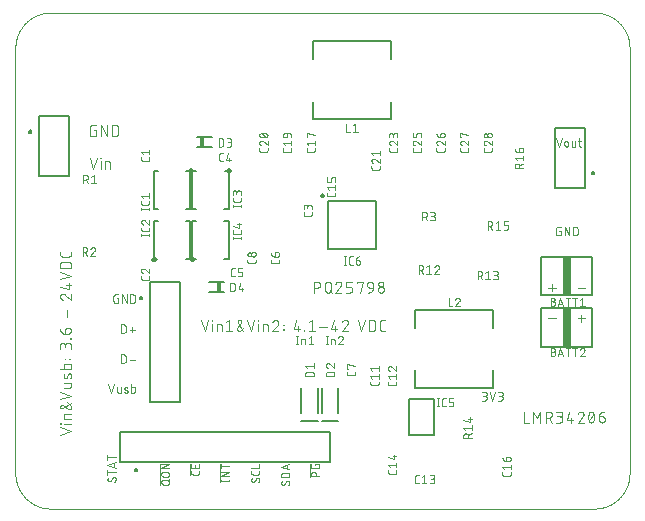
<source format=gto>
G04 EAGLE Gerber RS-274X export*
G75*
%MOMM*%
%FSLAX35Y35*%
%LPD*%
%INsilk_top*%
%IPPOS*%
%AMOC8*
5,1,8,0,0,1.08239X$1,22.5*%
G01*
%ADD10C,0.000000*%
%ADD11C,0.050800*%
%ADD12C,0.076200*%
%ADD13C,0.127000*%
%ADD14C,0.200000*%
%ADD15C,0.250000*%
%ADD16R,0.400000X0.800000*%
%ADD17R,0.635000X3.175000*%


D10*
X0Y3900000D02*
X0Y300000D01*
X88Y292751D01*
X350Y285506D01*
X788Y278270D01*
X1401Y271046D01*
X2187Y263839D01*
X3148Y256653D01*
X4282Y249493D01*
X5589Y242362D01*
X7068Y235265D01*
X8717Y228205D01*
X10537Y221188D01*
X12526Y214216D01*
X14683Y207295D01*
X17006Y200428D01*
X19495Y193619D01*
X22148Y186872D01*
X24962Y180191D01*
X27938Y173580D01*
X31072Y167043D01*
X34363Y160583D01*
X37810Y154205D01*
X41409Y147912D01*
X45160Y141708D01*
X49059Y135596D01*
X53105Y129581D01*
X57295Y123664D01*
X61627Y117851D01*
X66098Y112144D01*
X70705Y106547D01*
X75447Y101063D01*
X80319Y95695D01*
X85320Y90447D01*
X90447Y85320D01*
X95695Y80319D01*
X101063Y75447D01*
X106547Y70705D01*
X112144Y66098D01*
X117851Y61627D01*
X123664Y57295D01*
X129581Y53105D01*
X135596Y49059D01*
X141708Y45160D01*
X147912Y41409D01*
X154205Y37810D01*
X160583Y34363D01*
X167043Y31072D01*
X173580Y27938D01*
X180191Y24962D01*
X186872Y22148D01*
X193619Y19495D01*
X200428Y17006D01*
X207295Y14683D01*
X214216Y12526D01*
X221188Y10537D01*
X228205Y8717D01*
X235265Y7068D01*
X242362Y5589D01*
X249493Y4282D01*
X256653Y3148D01*
X263839Y2187D01*
X271046Y1401D01*
X278270Y788D01*
X285506Y350D01*
X292751Y88D01*
X300000Y0D01*
X4900000Y0D01*
X4907249Y88D01*
X4914494Y350D01*
X4921730Y788D01*
X4928954Y1401D01*
X4936161Y2187D01*
X4943347Y3148D01*
X4950507Y4282D01*
X4957638Y5589D01*
X4964735Y7068D01*
X4971795Y8717D01*
X4978812Y10537D01*
X4985784Y12526D01*
X4992705Y14683D01*
X4999572Y17006D01*
X5006381Y19495D01*
X5013128Y22148D01*
X5019809Y24962D01*
X5026420Y27938D01*
X5032957Y31072D01*
X5039417Y34363D01*
X5045795Y37810D01*
X5052088Y41409D01*
X5058292Y45160D01*
X5064404Y49059D01*
X5070419Y53105D01*
X5076336Y57295D01*
X5082149Y61627D01*
X5087856Y66098D01*
X5093453Y70705D01*
X5098937Y75447D01*
X5104305Y80319D01*
X5109553Y85320D01*
X5114680Y90447D01*
X5119681Y95695D01*
X5124553Y101063D01*
X5129295Y106547D01*
X5133902Y112144D01*
X5138373Y117851D01*
X5142705Y123664D01*
X5146895Y129581D01*
X5150941Y135596D01*
X5154840Y141708D01*
X5158591Y147912D01*
X5162190Y154205D01*
X5165637Y160583D01*
X5168928Y167043D01*
X5172062Y173580D01*
X5175038Y180191D01*
X5177852Y186872D01*
X5180505Y193619D01*
X5182994Y200428D01*
X5185317Y207295D01*
X5187474Y214216D01*
X5189463Y221188D01*
X5191283Y228205D01*
X5192932Y235265D01*
X5194411Y242362D01*
X5195718Y249493D01*
X5196852Y256653D01*
X5197813Y263839D01*
X5198599Y271046D01*
X5199212Y278270D01*
X5199650Y285506D01*
X5199912Y292751D01*
X5200000Y300000D01*
X5200000Y3900000D01*
X5199912Y3907249D01*
X5199650Y3914494D01*
X5199212Y3921730D01*
X5198599Y3928954D01*
X5197813Y3936161D01*
X5196852Y3943347D01*
X5195718Y3950507D01*
X5194411Y3957638D01*
X5192932Y3964735D01*
X5191283Y3971795D01*
X5189463Y3978812D01*
X5187474Y3985784D01*
X5185317Y3992705D01*
X5182994Y3999572D01*
X5180505Y4006381D01*
X5177852Y4013128D01*
X5175038Y4019809D01*
X5172062Y4026420D01*
X5168928Y4032957D01*
X5165637Y4039417D01*
X5162190Y4045795D01*
X5158591Y4052088D01*
X5154840Y4058292D01*
X5150941Y4064404D01*
X5146895Y4070419D01*
X5142705Y4076336D01*
X5138373Y4082149D01*
X5133902Y4087856D01*
X5129295Y4093453D01*
X5124553Y4098937D01*
X5119681Y4104305D01*
X5114680Y4109553D01*
X5109553Y4114680D01*
X5104305Y4119681D01*
X5098937Y4124553D01*
X5093453Y4129295D01*
X5087856Y4133902D01*
X5082149Y4138373D01*
X5076336Y4142705D01*
X5070419Y4146895D01*
X5064404Y4150941D01*
X5058292Y4154840D01*
X5052088Y4158591D01*
X5045795Y4162190D01*
X5039417Y4165637D01*
X5032957Y4168928D01*
X5026420Y4172062D01*
X5019809Y4175038D01*
X5013128Y4177852D01*
X5006381Y4180505D01*
X4999572Y4182994D01*
X4992705Y4185317D01*
X4985784Y4187474D01*
X4978812Y4189463D01*
X4971795Y4191283D01*
X4964735Y4192932D01*
X4957638Y4194411D01*
X4950507Y4195718D01*
X4943347Y4196852D01*
X4936161Y4197813D01*
X4928954Y4198599D01*
X4921730Y4199212D01*
X4914494Y4199650D01*
X4907249Y4199912D01*
X4900000Y4200000D01*
X300000Y4200000D01*
X292751Y4199912D01*
X285506Y4199650D01*
X278270Y4199212D01*
X271046Y4198599D01*
X263839Y4197813D01*
X256653Y4196852D01*
X249493Y4195718D01*
X242362Y4194411D01*
X235265Y4192932D01*
X228205Y4191283D01*
X221188Y4189463D01*
X214216Y4187474D01*
X207295Y4185317D01*
X200428Y4182994D01*
X193619Y4180505D01*
X186872Y4177852D01*
X180191Y4175038D01*
X173580Y4172062D01*
X167043Y4168928D01*
X160583Y4165637D01*
X154205Y4162190D01*
X147912Y4158591D01*
X141708Y4154840D01*
X135596Y4150941D01*
X129581Y4146895D01*
X123664Y4142705D01*
X117851Y4138373D01*
X112144Y4133902D01*
X106547Y4129295D01*
X101063Y4124553D01*
X95695Y4119681D01*
X90447Y4114680D01*
X85320Y4109553D01*
X80319Y4104305D01*
X75447Y4098937D01*
X70705Y4093453D01*
X66098Y4087856D01*
X61627Y4082149D01*
X57295Y4076336D01*
X53105Y4070419D01*
X49059Y4064404D01*
X45160Y4058292D01*
X41409Y4052088D01*
X37810Y4045795D01*
X34363Y4039417D01*
X31072Y4032957D01*
X27938Y4026420D01*
X24962Y4019809D01*
X22148Y4013128D01*
X19495Y4006381D01*
X17006Y3999572D01*
X14683Y3992705D01*
X12526Y3985784D01*
X10537Y3978812D01*
X8717Y3971795D01*
X7068Y3964735D01*
X5589Y3957638D01*
X4282Y3950507D01*
X3148Y3943347D01*
X2187Y3936161D01*
X1401Y3928954D01*
X788Y3921730D01*
X350Y3914494D01*
X88Y3907249D01*
X0Y3900000D01*
D11*
X2494880Y381000D02*
X2494880Y270499D01*
X2505040Y273039D02*
X2574960Y273039D01*
X2505040Y273039D02*
X2505040Y292461D01*
X2505046Y292934D01*
X2505063Y293407D01*
X2505092Y293879D01*
X2505132Y294350D01*
X2505184Y294820D01*
X2505247Y295289D01*
X2505322Y295756D01*
X2505407Y296221D01*
X2505505Y296684D01*
X2505613Y297144D01*
X2505733Y297602D01*
X2505863Y298056D01*
X2506005Y298508D01*
X2506158Y298955D01*
X2506322Y299399D01*
X2506496Y299839D01*
X2506681Y300274D01*
X2506876Y300705D01*
X2507082Y301131D01*
X2507299Y301551D01*
X2507525Y301966D01*
X2507762Y302376D01*
X2508008Y302780D01*
X2508264Y303177D01*
X2508530Y303569D01*
X2508805Y303953D01*
X2509090Y304331D01*
X2509383Y304702D01*
X2509686Y305066D01*
X2509997Y305422D01*
X2510317Y305770D01*
X2510645Y306111D01*
X2510982Y306443D01*
X2511326Y306767D01*
X2511678Y307083D01*
X2512038Y307390D01*
X2512405Y307688D01*
X2512780Y307977D01*
X2513161Y308257D01*
X2513549Y308527D01*
X2513944Y308788D01*
X2514344Y309039D01*
X2514751Y309281D01*
X2515163Y309512D01*
X2515581Y309734D01*
X2516005Y309945D01*
X2516433Y310146D01*
X2516866Y310336D01*
X2517303Y310516D01*
X2517745Y310685D01*
X2518191Y310843D01*
X2518640Y310990D01*
X2519093Y311126D01*
X2519550Y311251D01*
X2520009Y311366D01*
X2520470Y311468D01*
X2520934Y311560D01*
X2521400Y311640D01*
X2521868Y311709D01*
X2522338Y311766D01*
X2522809Y311812D01*
X2523280Y311847D01*
X2523753Y311870D01*
X2524226Y311882D01*
X2524698Y311882D01*
X2525171Y311870D01*
X2525644Y311847D01*
X2526115Y311812D01*
X2526586Y311766D01*
X2527056Y311709D01*
X2527524Y311640D01*
X2527990Y311560D01*
X2528454Y311468D01*
X2528915Y311366D01*
X2529374Y311251D01*
X2529831Y311126D01*
X2530284Y310990D01*
X2530733Y310843D01*
X2531179Y310685D01*
X2531621Y310516D01*
X2532058Y310336D01*
X2532491Y310146D01*
X2532919Y309945D01*
X2533343Y309734D01*
X2533761Y309512D01*
X2534173Y309281D01*
X2534580Y309039D01*
X2534980Y308788D01*
X2535375Y308527D01*
X2535763Y308257D01*
X2536144Y307977D01*
X2536519Y307688D01*
X2536886Y307390D01*
X2537246Y307083D01*
X2537598Y306767D01*
X2537942Y306443D01*
X2538279Y306111D01*
X2538607Y305770D01*
X2538927Y305422D01*
X2539238Y305066D01*
X2539541Y304702D01*
X2539834Y304331D01*
X2540119Y303953D01*
X2540394Y303569D01*
X2540660Y303177D01*
X2540916Y302780D01*
X2541162Y302376D01*
X2541399Y301966D01*
X2541625Y301551D01*
X2541842Y301131D01*
X2542048Y300705D01*
X2542243Y300274D01*
X2542428Y299839D01*
X2542602Y299399D01*
X2542766Y298955D01*
X2542919Y298508D01*
X2543061Y298056D01*
X2543191Y297602D01*
X2543311Y297144D01*
X2543419Y296684D01*
X2543517Y296221D01*
X2543602Y295756D01*
X2543677Y295289D01*
X2543740Y294820D01*
X2543792Y294350D01*
X2543832Y293879D01*
X2543861Y293407D01*
X2543878Y292934D01*
X2543884Y292461D01*
X2543885Y292461D02*
X2543885Y273039D01*
X2536116Y366807D02*
X2536116Y378460D01*
X2574960Y378460D01*
X2574960Y355153D01*
X2574961Y355153D02*
X2574956Y354778D01*
X2574943Y354402D01*
X2574920Y354028D01*
X2574888Y353653D01*
X2574848Y353280D01*
X2574798Y352908D01*
X2574739Y352537D01*
X2574672Y352168D01*
X2574595Y351800D01*
X2574509Y351435D01*
X2574415Y351071D01*
X2574312Y350710D01*
X2574201Y350351D01*
X2574080Y349996D01*
X2573951Y349643D01*
X2573814Y349294D01*
X2573668Y348948D01*
X2573514Y348605D01*
X2573352Y348267D01*
X2573181Y347932D01*
X2573003Y347602D01*
X2572816Y347276D01*
X2572622Y346955D01*
X2572420Y346638D01*
X2572211Y346326D01*
X2571994Y346020D01*
X2571769Y345719D01*
X2571538Y345423D01*
X2571299Y345133D01*
X2571053Y344849D01*
X2570801Y344571D01*
X2570542Y344300D01*
X2570276Y344034D01*
X2570005Y343775D01*
X2569727Y343523D01*
X2569443Y343277D01*
X2569153Y343038D01*
X2568857Y342807D01*
X2568556Y342582D01*
X2568250Y342365D01*
X2567938Y342156D01*
X2567621Y341954D01*
X2567300Y341760D01*
X2566974Y341573D01*
X2566644Y341395D01*
X2566309Y341224D01*
X2565971Y341062D01*
X2565628Y340908D01*
X2565282Y340762D01*
X2564933Y340625D01*
X2564580Y340496D01*
X2564225Y340375D01*
X2563866Y340264D01*
X2563505Y340161D01*
X2563141Y340067D01*
X2562776Y339981D01*
X2562408Y339904D01*
X2562039Y339837D01*
X2561668Y339778D01*
X2561296Y339728D01*
X2560923Y339688D01*
X2560548Y339656D01*
X2560174Y339633D01*
X2559798Y339620D01*
X2559423Y339615D01*
X2559423Y339616D02*
X2520578Y339616D01*
X2520197Y339621D01*
X2519816Y339635D01*
X2519435Y339658D01*
X2519055Y339691D01*
X2518676Y339733D01*
X2518298Y339784D01*
X2517922Y339845D01*
X2517547Y339915D01*
X2517174Y339994D01*
X2516803Y340082D01*
X2516434Y340179D01*
X2516068Y340285D01*
X2515704Y340400D01*
X2515344Y340524D01*
X2514986Y340657D01*
X2514632Y340799D01*
X2514282Y340949D01*
X2513935Y341108D01*
X2513592Y341275D01*
X2513254Y341451D01*
X2512920Y341634D01*
X2512590Y341827D01*
X2512265Y342027D01*
X2511946Y342234D01*
X2511631Y342450D01*
X2511322Y342674D01*
X2511019Y342905D01*
X2510721Y343143D01*
X2510429Y343388D01*
X2510144Y343641D01*
X2509864Y343900D01*
X2509591Y344167D01*
X2509325Y344440D01*
X2509065Y344719D01*
X2508813Y345005D01*
X2508567Y345297D01*
X2508329Y345594D01*
X2508098Y345898D01*
X2507875Y346207D01*
X2507659Y346521D01*
X2507451Y346841D01*
X2507251Y347166D01*
X2507059Y347495D01*
X2506875Y347829D01*
X2506699Y348168D01*
X2506532Y348510D01*
X2506373Y348857D01*
X2506223Y349207D01*
X2506081Y349562D01*
X2505948Y349919D01*
X2505824Y350280D01*
X2505709Y350643D01*
X2505603Y351009D01*
X2505506Y351378D01*
X2505418Y351749D01*
X2505339Y352122D01*
X2505269Y352497D01*
X2505208Y352874D01*
X2505157Y353251D01*
X2505115Y353630D01*
X2505082Y354010D01*
X2505059Y354391D01*
X2505045Y354772D01*
X2505040Y355153D01*
X2505040Y378460D01*
X2320961Y221788D02*
X2320956Y222163D01*
X2320943Y222539D01*
X2320920Y222913D01*
X2320888Y223288D01*
X2320848Y223661D01*
X2320798Y224033D01*
X2320739Y224404D01*
X2320672Y224773D01*
X2320595Y225141D01*
X2320509Y225506D01*
X2320415Y225870D01*
X2320312Y226231D01*
X2320201Y226590D01*
X2320080Y226945D01*
X2319951Y227298D01*
X2319814Y227647D01*
X2319668Y227993D01*
X2319514Y228336D01*
X2319352Y228674D01*
X2319181Y229009D01*
X2319003Y229339D01*
X2318816Y229665D01*
X2318622Y229986D01*
X2318420Y230303D01*
X2318211Y230615D01*
X2317994Y230921D01*
X2317769Y231222D01*
X2317538Y231518D01*
X2317299Y231808D01*
X2317053Y232092D01*
X2316801Y232370D01*
X2316542Y232641D01*
X2316276Y232907D01*
X2316005Y233166D01*
X2315727Y233418D01*
X2315443Y233664D01*
X2315153Y233903D01*
X2314857Y234134D01*
X2314556Y234359D01*
X2314250Y234576D01*
X2313938Y234785D01*
X2313621Y234987D01*
X2313300Y235181D01*
X2312974Y235368D01*
X2312644Y235546D01*
X2312309Y235717D01*
X2311971Y235879D01*
X2311628Y236033D01*
X2311282Y236179D01*
X2310933Y236316D01*
X2310580Y236445D01*
X2310225Y236566D01*
X2309866Y236677D01*
X2309505Y236780D01*
X2309141Y236874D01*
X2308776Y236960D01*
X2308408Y237037D01*
X2308039Y237104D01*
X2307668Y237163D01*
X2307296Y237213D01*
X2306923Y237253D01*
X2306548Y237285D01*
X2306174Y237308D01*
X2305798Y237321D01*
X2305423Y237326D01*
X2320960Y221788D02*
X2320951Y221003D01*
X2320922Y220218D01*
X2320875Y219434D01*
X2320810Y218651D01*
X2320725Y217871D01*
X2320622Y217092D01*
X2320501Y216316D01*
X2320361Y215544D01*
X2320202Y214774D01*
X2320025Y214009D01*
X2319830Y213249D01*
X2319616Y212493D01*
X2319385Y211742D01*
X2319136Y210998D01*
X2318869Y210259D01*
X2318584Y209527D01*
X2318282Y208802D01*
X2317963Y208085D01*
X2317626Y207375D01*
X2317273Y206674D01*
X2316903Y205981D01*
X2316517Y205297D01*
X2316114Y204623D01*
X2315695Y203959D01*
X2315261Y203304D01*
X2314811Y202661D01*
X2314346Y202028D01*
X2313866Y201407D01*
X2313371Y200797D01*
X2312861Y200199D01*
X2312338Y199614D01*
X2311800Y199041D01*
X2311249Y198482D01*
X2266578Y200423D02*
X2266203Y200428D01*
X2265827Y200441D01*
X2265453Y200464D01*
X2265078Y200496D01*
X2264705Y200536D01*
X2264333Y200586D01*
X2263962Y200645D01*
X2263593Y200712D01*
X2263225Y200789D01*
X2262860Y200875D01*
X2262496Y200969D01*
X2262135Y201072D01*
X2261776Y201183D01*
X2261421Y201304D01*
X2261068Y201433D01*
X2260719Y201570D01*
X2260373Y201716D01*
X2260030Y201870D01*
X2259692Y202032D01*
X2259357Y202203D01*
X2259027Y202381D01*
X2258701Y202568D01*
X2258380Y202762D01*
X2258063Y202964D01*
X2257751Y203173D01*
X2257445Y203390D01*
X2257144Y203615D01*
X2256848Y203846D01*
X2256558Y204085D01*
X2256274Y204331D01*
X2255996Y204583D01*
X2255725Y204842D01*
X2255459Y205108D01*
X2255200Y205379D01*
X2254948Y205657D01*
X2254702Y205941D01*
X2254463Y206231D01*
X2254232Y206527D01*
X2254007Y206828D01*
X2253790Y207134D01*
X2253581Y207446D01*
X2253379Y207763D01*
X2253185Y208084D01*
X2252998Y208410D01*
X2252820Y208740D01*
X2252649Y209075D01*
X2252487Y209413D01*
X2252333Y209756D01*
X2252187Y210102D01*
X2252050Y210451D01*
X2251921Y210804D01*
X2251800Y211159D01*
X2251689Y211518D01*
X2251586Y211879D01*
X2251492Y212243D01*
X2251406Y212608D01*
X2251329Y212976D01*
X2251262Y213345D01*
X2251203Y213716D01*
X2251153Y214088D01*
X2251113Y214461D01*
X2251081Y214836D01*
X2251058Y215210D01*
X2251045Y215586D01*
X2251040Y215961D01*
X2251048Y216655D01*
X2251073Y217349D01*
X2251114Y218042D01*
X2251172Y218734D01*
X2251247Y219425D01*
X2251337Y220113D01*
X2251445Y220799D01*
X2251568Y221482D01*
X2251708Y222162D01*
X2251864Y222839D01*
X2252036Y223512D01*
X2252223Y224180D01*
X2252427Y224844D01*
X2252647Y225503D01*
X2252882Y226156D01*
X2253133Y226803D01*
X2253399Y227445D01*
X2253680Y228080D01*
X2253976Y228708D01*
X2254288Y229328D01*
X2254614Y229941D01*
X2254954Y230546D01*
X2255309Y231143D01*
X2255678Y231732D01*
X2256061Y232311D01*
X2256457Y232881D01*
X2256867Y233441D01*
X2280174Y208192D02*
X2279976Y207866D01*
X2279771Y207545D01*
X2279558Y207229D01*
X2279338Y206918D01*
X2279110Y206613D01*
X2278875Y206313D01*
X2278632Y206019D01*
X2278383Y205731D01*
X2278126Y205449D01*
X2277863Y205173D01*
X2277594Y204904D01*
X2277318Y204641D01*
X2277036Y204385D01*
X2276747Y204136D01*
X2276453Y203894D01*
X2276153Y203660D01*
X2275847Y203432D01*
X2275536Y203212D01*
X2275220Y202999D01*
X2274898Y202795D01*
X2274572Y202598D01*
X2274241Y202409D01*
X2273906Y202228D01*
X2273567Y202055D01*
X2273223Y201890D01*
X2272875Y201734D01*
X2272524Y201586D01*
X2272170Y201447D01*
X2271812Y201316D01*
X2271451Y201194D01*
X2271087Y201081D01*
X2270720Y200976D01*
X2270352Y200881D01*
X2269980Y200794D01*
X2269607Y200717D01*
X2269233Y200648D01*
X2268856Y200588D01*
X2268479Y200538D01*
X2268100Y200497D01*
X2267720Y200464D01*
X2267340Y200441D01*
X2266959Y200428D01*
X2266578Y200423D01*
X2291827Y229557D02*
X2292024Y229883D01*
X2292230Y230204D01*
X2292443Y230520D01*
X2292663Y230831D01*
X2292891Y231136D01*
X2293126Y231436D01*
X2293369Y231730D01*
X2293618Y232018D01*
X2293874Y232300D01*
X2294137Y232576D01*
X2294407Y232845D01*
X2294683Y233107D01*
X2294965Y233363D01*
X2295254Y233612D01*
X2295548Y233854D01*
X2295848Y234089D01*
X2296154Y234317D01*
X2296465Y234537D01*
X2296781Y234749D01*
X2297102Y234954D01*
X2297429Y235151D01*
X2297759Y235340D01*
X2298095Y235521D01*
X2298434Y235694D01*
X2298778Y235859D01*
X2299125Y236015D01*
X2299477Y236163D01*
X2299831Y236302D01*
X2300189Y236433D01*
X2300550Y236555D01*
X2300914Y236668D01*
X2301280Y236773D01*
X2301649Y236868D01*
X2302020Y236955D01*
X2302393Y237032D01*
X2302768Y237101D01*
X2303145Y237161D01*
X2303522Y237211D01*
X2303901Y237252D01*
X2304281Y237285D01*
X2304661Y237308D01*
X2305042Y237321D01*
X2305423Y237326D01*
X2291827Y229557D02*
X2280173Y208192D01*
X2251040Y265981D02*
X2320960Y265981D01*
X2251040Y265981D02*
X2251040Y285403D01*
X2251046Y285872D01*
X2251063Y286341D01*
X2251091Y286810D01*
X2251131Y287278D01*
X2251182Y287744D01*
X2251244Y288209D01*
X2251317Y288673D01*
X2251402Y289135D01*
X2251498Y289594D01*
X2251604Y290051D01*
X2251722Y290505D01*
X2251851Y290957D01*
X2251991Y291405D01*
X2252141Y291849D01*
X2252302Y292290D01*
X2252474Y292727D01*
X2252656Y293160D01*
X2252849Y293588D01*
X2253052Y294011D01*
X2253265Y294429D01*
X2253488Y294842D01*
X2253721Y295249D01*
X2253964Y295651D01*
X2254216Y296047D01*
X2254478Y296436D01*
X2254749Y296819D01*
X2255030Y297195D01*
X2255319Y297565D01*
X2255618Y297927D01*
X2255925Y298282D01*
X2256240Y298630D01*
X2256564Y298970D01*
X2256896Y299301D01*
X2257235Y299625D01*
X2257583Y299941D01*
X2257938Y300248D01*
X2258300Y300546D01*
X2258670Y300835D01*
X2259046Y301116D01*
X2259429Y301387D01*
X2259819Y301649D01*
X2260214Y301901D01*
X2260616Y302144D01*
X2261023Y302377D01*
X2261436Y302600D01*
X2261855Y302814D01*
X2262278Y303016D01*
X2262706Y303209D01*
X2263138Y303391D01*
X2263575Y303563D01*
X2264016Y303724D01*
X2264461Y303874D01*
X2264909Y304014D01*
X2265360Y304143D01*
X2265814Y304261D01*
X2266271Y304367D01*
X2266731Y304463D01*
X2267192Y304548D01*
X2267656Y304621D01*
X2268121Y304683D01*
X2268588Y304734D01*
X2269055Y304774D01*
X2269524Y304802D01*
X2269993Y304819D01*
X2270462Y304825D01*
X2270463Y304826D02*
X2301538Y304826D01*
X2301538Y304825D02*
X2302007Y304819D01*
X2302476Y304802D01*
X2302945Y304774D01*
X2303412Y304734D01*
X2303879Y304683D01*
X2304344Y304621D01*
X2304808Y304548D01*
X2305269Y304463D01*
X2305729Y304367D01*
X2306186Y304261D01*
X2306640Y304143D01*
X2307092Y304014D01*
X2307540Y303874D01*
X2307984Y303724D01*
X2308425Y303563D01*
X2308862Y303391D01*
X2309294Y303209D01*
X2309722Y303016D01*
X2310146Y302813D01*
X2310564Y302600D01*
X2310977Y302377D01*
X2311384Y302144D01*
X2311786Y301901D01*
X2312181Y301649D01*
X2312571Y301387D01*
X2312954Y301116D01*
X2313330Y300835D01*
X2313700Y300546D01*
X2314062Y300248D01*
X2314417Y299941D01*
X2314765Y299625D01*
X2315104Y299301D01*
X2315436Y298969D01*
X2315760Y298630D01*
X2316076Y298282D01*
X2316383Y297927D01*
X2316681Y297565D01*
X2316970Y297195D01*
X2317251Y296819D01*
X2317522Y296436D01*
X2317784Y296046D01*
X2318036Y295651D01*
X2318279Y295249D01*
X2318512Y294842D01*
X2318735Y294429D01*
X2318948Y294011D01*
X2319151Y293587D01*
X2319344Y293159D01*
X2319526Y292727D01*
X2319698Y292290D01*
X2319859Y291849D01*
X2320009Y291405D01*
X2320149Y290957D01*
X2320278Y290505D01*
X2320396Y290051D01*
X2320502Y289594D01*
X2320598Y289134D01*
X2320683Y288673D01*
X2320756Y288209D01*
X2320818Y287744D01*
X2320869Y287277D01*
X2320909Y286810D01*
X2320937Y286341D01*
X2320954Y285872D01*
X2320960Y285403D01*
X2320960Y265981D01*
X2320960Y331847D02*
X2251040Y355153D01*
X2320960Y378460D01*
X2303480Y372633D02*
X2303480Y337673D01*
X2066961Y246818D02*
X2066956Y247193D01*
X2066943Y247569D01*
X2066920Y247943D01*
X2066888Y248318D01*
X2066848Y248691D01*
X2066798Y249063D01*
X2066739Y249434D01*
X2066672Y249803D01*
X2066595Y250171D01*
X2066509Y250536D01*
X2066415Y250900D01*
X2066312Y251261D01*
X2066201Y251620D01*
X2066080Y251975D01*
X2065951Y252328D01*
X2065814Y252677D01*
X2065668Y253023D01*
X2065514Y253366D01*
X2065352Y253704D01*
X2065181Y254039D01*
X2065003Y254369D01*
X2064816Y254695D01*
X2064622Y255016D01*
X2064420Y255333D01*
X2064211Y255645D01*
X2063994Y255951D01*
X2063769Y256252D01*
X2063538Y256548D01*
X2063299Y256838D01*
X2063053Y257122D01*
X2062801Y257400D01*
X2062542Y257671D01*
X2062276Y257937D01*
X2062005Y258196D01*
X2061727Y258448D01*
X2061443Y258694D01*
X2061153Y258933D01*
X2060857Y259164D01*
X2060556Y259389D01*
X2060250Y259606D01*
X2059938Y259815D01*
X2059621Y260017D01*
X2059300Y260211D01*
X2058974Y260398D01*
X2058644Y260576D01*
X2058309Y260747D01*
X2057971Y260909D01*
X2057628Y261063D01*
X2057282Y261209D01*
X2056933Y261346D01*
X2056580Y261475D01*
X2056225Y261596D01*
X2055866Y261707D01*
X2055505Y261810D01*
X2055141Y261904D01*
X2054776Y261990D01*
X2054408Y262067D01*
X2054039Y262134D01*
X2053668Y262193D01*
X2053296Y262243D01*
X2052923Y262283D01*
X2052548Y262315D01*
X2052174Y262338D01*
X2051798Y262351D01*
X2051423Y262356D01*
X2066960Y246818D02*
X2066951Y246033D01*
X2066922Y245248D01*
X2066875Y244464D01*
X2066810Y243681D01*
X2066725Y242901D01*
X2066622Y242122D01*
X2066501Y241346D01*
X2066361Y240574D01*
X2066202Y239804D01*
X2066025Y239039D01*
X2065830Y238279D01*
X2065616Y237523D01*
X2065385Y236772D01*
X2065136Y236028D01*
X2064869Y235289D01*
X2064584Y234557D01*
X2064282Y233832D01*
X2063963Y233115D01*
X2063626Y232405D01*
X2063273Y231704D01*
X2062903Y231011D01*
X2062517Y230327D01*
X2062114Y229653D01*
X2061695Y228989D01*
X2061261Y228334D01*
X2060811Y227691D01*
X2060346Y227058D01*
X2059866Y226437D01*
X2059371Y225827D01*
X2058861Y225229D01*
X2058338Y224644D01*
X2057800Y224071D01*
X2057249Y223512D01*
X2012578Y225454D02*
X2012203Y225459D01*
X2011827Y225472D01*
X2011453Y225495D01*
X2011078Y225527D01*
X2010705Y225567D01*
X2010333Y225617D01*
X2009962Y225676D01*
X2009593Y225743D01*
X2009225Y225820D01*
X2008860Y225906D01*
X2008496Y226000D01*
X2008135Y226103D01*
X2007776Y226214D01*
X2007421Y226335D01*
X2007068Y226464D01*
X2006719Y226601D01*
X2006373Y226747D01*
X2006030Y226901D01*
X2005692Y227063D01*
X2005357Y227234D01*
X2005027Y227412D01*
X2004701Y227599D01*
X2004380Y227793D01*
X2004063Y227995D01*
X2003751Y228204D01*
X2003445Y228421D01*
X2003144Y228646D01*
X2002848Y228877D01*
X2002558Y229116D01*
X2002274Y229362D01*
X2001996Y229614D01*
X2001725Y229873D01*
X2001459Y230139D01*
X2001200Y230410D01*
X2000948Y230688D01*
X2000702Y230972D01*
X2000463Y231262D01*
X2000232Y231558D01*
X2000007Y231859D01*
X1999790Y232165D01*
X1999581Y232477D01*
X1999379Y232794D01*
X1999185Y233115D01*
X1998998Y233441D01*
X1998820Y233771D01*
X1998649Y234106D01*
X1998487Y234444D01*
X1998333Y234787D01*
X1998187Y235133D01*
X1998050Y235482D01*
X1997921Y235835D01*
X1997800Y236190D01*
X1997689Y236549D01*
X1997586Y236910D01*
X1997492Y237274D01*
X1997406Y237639D01*
X1997329Y238007D01*
X1997262Y238376D01*
X1997203Y238747D01*
X1997153Y239119D01*
X1997113Y239492D01*
X1997081Y239867D01*
X1997058Y240241D01*
X1997045Y240617D01*
X1997040Y240992D01*
X1997048Y241686D01*
X1997073Y242380D01*
X1997114Y243073D01*
X1997172Y243765D01*
X1997247Y244456D01*
X1997337Y245144D01*
X1997445Y245830D01*
X1997568Y246513D01*
X1997708Y247193D01*
X1997864Y247870D01*
X1998036Y248543D01*
X1998223Y249211D01*
X1998427Y249875D01*
X1998647Y250534D01*
X1998882Y251187D01*
X1999133Y251834D01*
X1999399Y252476D01*
X1999680Y253111D01*
X1999976Y253739D01*
X2000288Y254359D01*
X2000614Y254972D01*
X2000954Y255577D01*
X2001309Y256174D01*
X2001678Y256763D01*
X2002061Y257342D01*
X2002457Y257912D01*
X2002867Y258472D01*
X2026174Y233223D02*
X2025976Y232897D01*
X2025771Y232576D01*
X2025558Y232260D01*
X2025338Y231949D01*
X2025110Y231644D01*
X2024875Y231344D01*
X2024632Y231050D01*
X2024383Y230762D01*
X2024126Y230480D01*
X2023863Y230204D01*
X2023594Y229935D01*
X2023318Y229672D01*
X2023036Y229416D01*
X2022747Y229167D01*
X2022453Y228925D01*
X2022153Y228691D01*
X2021847Y228463D01*
X2021536Y228243D01*
X2021220Y228030D01*
X2020898Y227826D01*
X2020572Y227629D01*
X2020241Y227440D01*
X2019906Y227259D01*
X2019567Y227086D01*
X2019223Y226921D01*
X2018875Y226765D01*
X2018524Y226617D01*
X2018170Y226478D01*
X2017812Y226347D01*
X2017451Y226225D01*
X2017087Y226112D01*
X2016720Y226007D01*
X2016352Y225912D01*
X2015980Y225825D01*
X2015607Y225748D01*
X2015233Y225679D01*
X2014856Y225619D01*
X2014479Y225569D01*
X2014100Y225528D01*
X2013720Y225495D01*
X2013340Y225472D01*
X2012959Y225459D01*
X2012578Y225454D01*
X2037827Y254587D02*
X2038024Y254913D01*
X2038230Y255234D01*
X2038443Y255550D01*
X2038663Y255861D01*
X2038891Y256166D01*
X2039126Y256466D01*
X2039369Y256760D01*
X2039618Y257048D01*
X2039874Y257330D01*
X2040137Y257606D01*
X2040407Y257875D01*
X2040683Y258137D01*
X2040965Y258393D01*
X2041254Y258642D01*
X2041548Y258884D01*
X2041848Y259119D01*
X2042154Y259347D01*
X2042465Y259567D01*
X2042781Y259779D01*
X2043102Y259984D01*
X2043429Y260181D01*
X2043759Y260370D01*
X2044095Y260551D01*
X2044434Y260724D01*
X2044778Y260889D01*
X2045125Y261045D01*
X2045477Y261193D01*
X2045831Y261332D01*
X2046189Y261463D01*
X2046550Y261585D01*
X2046914Y261698D01*
X2047280Y261803D01*
X2047649Y261898D01*
X2048020Y261985D01*
X2048393Y262062D01*
X2048768Y262131D01*
X2049145Y262191D01*
X2049522Y262241D01*
X2049901Y262282D01*
X2050281Y262315D01*
X2050661Y262338D01*
X2051042Y262351D01*
X2051423Y262356D01*
X2037827Y254587D02*
X2026173Y233223D01*
X2066960Y304118D02*
X2066960Y319656D01*
X2066961Y304118D02*
X2066956Y303743D01*
X2066943Y303367D01*
X2066920Y302993D01*
X2066888Y302618D01*
X2066848Y302245D01*
X2066798Y301873D01*
X2066739Y301502D01*
X2066672Y301133D01*
X2066595Y300765D01*
X2066509Y300400D01*
X2066415Y300036D01*
X2066312Y299675D01*
X2066201Y299316D01*
X2066080Y298961D01*
X2065951Y298608D01*
X2065814Y298259D01*
X2065668Y297913D01*
X2065514Y297570D01*
X2065352Y297232D01*
X2065181Y296897D01*
X2065003Y296567D01*
X2064816Y296241D01*
X2064622Y295920D01*
X2064420Y295603D01*
X2064211Y295291D01*
X2063994Y294985D01*
X2063769Y294684D01*
X2063538Y294388D01*
X2063299Y294098D01*
X2063053Y293814D01*
X2062801Y293536D01*
X2062542Y293265D01*
X2062276Y292999D01*
X2062005Y292740D01*
X2061727Y292488D01*
X2061443Y292242D01*
X2061153Y292003D01*
X2060857Y291772D01*
X2060556Y291547D01*
X2060250Y291330D01*
X2059938Y291121D01*
X2059621Y290919D01*
X2059300Y290725D01*
X2058974Y290538D01*
X2058644Y290360D01*
X2058309Y290189D01*
X2057971Y290027D01*
X2057628Y289873D01*
X2057282Y289727D01*
X2056933Y289590D01*
X2056580Y289461D01*
X2056225Y289340D01*
X2055866Y289229D01*
X2055505Y289126D01*
X2055141Y289032D01*
X2054776Y288946D01*
X2054408Y288869D01*
X2054039Y288802D01*
X2053668Y288743D01*
X2053296Y288693D01*
X2052923Y288653D01*
X2052548Y288621D01*
X2052174Y288598D01*
X2051798Y288585D01*
X2051423Y288580D01*
X2051423Y288581D02*
X2012578Y288581D01*
X2012197Y288586D01*
X2011816Y288600D01*
X2011435Y288623D01*
X2011055Y288656D01*
X2010676Y288698D01*
X2010298Y288749D01*
X2009922Y288810D01*
X2009547Y288880D01*
X2009174Y288959D01*
X2008803Y289047D01*
X2008434Y289144D01*
X2008068Y289250D01*
X2007704Y289365D01*
X2007344Y289489D01*
X2006986Y289622D01*
X2006632Y289764D01*
X2006282Y289914D01*
X2005935Y290073D01*
X2005592Y290240D01*
X2005254Y290416D01*
X2004920Y290599D01*
X2004590Y290792D01*
X2004265Y290992D01*
X2003946Y291199D01*
X2003631Y291415D01*
X2003322Y291639D01*
X2003019Y291870D01*
X2002721Y292108D01*
X2002429Y292353D01*
X2002144Y292606D01*
X2001864Y292865D01*
X2001591Y293132D01*
X2001325Y293405D01*
X2001065Y293684D01*
X2000813Y293970D01*
X2000567Y294262D01*
X2000329Y294559D01*
X2000098Y294863D01*
X1999875Y295172D01*
X1999659Y295486D01*
X1999451Y295806D01*
X1999251Y296131D01*
X1999059Y296460D01*
X1998875Y296794D01*
X1998699Y297133D01*
X1998532Y297475D01*
X1998373Y297822D01*
X1998223Y298172D01*
X1998081Y298527D01*
X1997948Y298884D01*
X1997824Y299245D01*
X1997709Y299608D01*
X1997603Y299974D01*
X1997506Y300343D01*
X1997418Y300714D01*
X1997339Y301087D01*
X1997269Y301462D01*
X1997208Y301839D01*
X1997157Y302216D01*
X1997115Y302595D01*
X1997082Y302975D01*
X1997059Y303356D01*
X1997045Y303737D01*
X1997040Y304118D01*
X1997040Y319656D01*
X1997040Y347385D02*
X2066960Y347385D01*
X2066960Y378460D01*
X1732880Y381000D02*
X1732880Y227229D01*
X1743040Y237538D02*
X1812960Y237538D01*
X1812960Y229769D02*
X1812960Y245307D01*
X1743040Y245307D02*
X1743040Y229769D01*
X1743040Y274366D02*
X1812960Y274366D01*
X1812960Y313210D02*
X1743040Y274366D01*
X1743040Y313210D02*
X1812960Y313210D01*
X1812960Y359038D02*
X1743040Y359038D01*
X1743040Y339616D02*
X1743040Y378460D01*
X1224880Y381000D02*
X1224880Y201213D01*
X1254463Y203753D02*
X1285538Y203753D01*
X1254463Y203754D02*
X1253990Y203760D01*
X1253517Y203777D01*
X1253045Y203806D01*
X1252574Y203846D01*
X1252104Y203898D01*
X1251635Y203961D01*
X1251168Y204036D01*
X1250703Y204121D01*
X1250240Y204219D01*
X1249780Y204327D01*
X1249322Y204447D01*
X1248868Y204577D01*
X1248416Y204719D01*
X1247969Y204872D01*
X1247525Y205036D01*
X1247085Y205210D01*
X1246650Y205395D01*
X1246219Y205590D01*
X1245793Y205796D01*
X1245373Y206013D01*
X1244958Y206239D01*
X1244548Y206476D01*
X1244144Y206722D01*
X1243747Y206978D01*
X1243355Y207244D01*
X1242971Y207519D01*
X1242593Y207804D01*
X1242222Y208097D01*
X1241858Y208400D01*
X1241502Y208711D01*
X1241154Y209031D01*
X1240813Y209359D01*
X1240481Y209696D01*
X1240157Y210040D01*
X1239841Y210392D01*
X1239534Y210752D01*
X1239236Y211119D01*
X1238947Y211494D01*
X1238667Y211875D01*
X1238397Y212263D01*
X1238136Y212658D01*
X1237885Y213058D01*
X1237643Y213465D01*
X1237412Y213877D01*
X1237190Y214295D01*
X1236979Y214719D01*
X1236778Y215147D01*
X1236588Y215580D01*
X1236408Y216017D01*
X1236239Y216459D01*
X1236081Y216905D01*
X1235934Y217354D01*
X1235798Y217807D01*
X1235673Y218264D01*
X1235558Y218723D01*
X1235456Y219184D01*
X1235364Y219648D01*
X1235284Y220114D01*
X1235215Y220582D01*
X1235158Y221052D01*
X1235112Y221523D01*
X1235077Y221994D01*
X1235054Y222467D01*
X1235042Y222940D01*
X1235042Y223412D01*
X1235054Y223885D01*
X1235077Y224358D01*
X1235112Y224829D01*
X1235158Y225300D01*
X1235215Y225770D01*
X1235284Y226238D01*
X1235364Y226704D01*
X1235456Y227168D01*
X1235558Y227629D01*
X1235673Y228088D01*
X1235798Y228545D01*
X1235934Y228998D01*
X1236081Y229447D01*
X1236239Y229893D01*
X1236408Y230335D01*
X1236588Y230772D01*
X1236778Y231205D01*
X1236979Y231633D01*
X1237190Y232057D01*
X1237412Y232475D01*
X1237643Y232887D01*
X1237885Y233294D01*
X1238136Y233694D01*
X1238397Y234089D01*
X1238667Y234477D01*
X1238947Y234858D01*
X1239236Y235233D01*
X1239534Y235600D01*
X1239841Y235960D01*
X1240157Y236312D01*
X1240481Y236656D01*
X1240813Y236993D01*
X1241154Y237321D01*
X1241502Y237641D01*
X1241858Y237952D01*
X1242222Y238255D01*
X1242593Y238548D01*
X1242971Y238833D01*
X1243355Y239108D01*
X1243747Y239374D01*
X1244144Y239630D01*
X1244548Y239876D01*
X1244958Y240113D01*
X1245373Y240339D01*
X1245793Y240556D01*
X1246219Y240762D01*
X1246650Y240957D01*
X1247085Y241142D01*
X1247525Y241316D01*
X1247969Y241480D01*
X1248416Y241633D01*
X1248868Y241775D01*
X1249322Y241905D01*
X1249780Y242025D01*
X1250240Y242133D01*
X1250703Y242231D01*
X1251168Y242316D01*
X1251635Y242391D01*
X1252104Y242454D01*
X1252574Y242506D01*
X1253045Y242546D01*
X1253517Y242575D01*
X1253990Y242592D01*
X1254463Y242598D01*
X1285538Y242598D01*
X1286011Y242592D01*
X1286484Y242575D01*
X1286956Y242546D01*
X1287427Y242506D01*
X1287897Y242454D01*
X1288366Y242391D01*
X1288833Y242316D01*
X1289298Y242231D01*
X1289761Y242133D01*
X1290221Y242025D01*
X1290679Y241905D01*
X1291133Y241775D01*
X1291585Y241633D01*
X1292032Y241480D01*
X1292476Y241316D01*
X1292916Y241142D01*
X1293351Y240957D01*
X1293782Y240762D01*
X1294208Y240556D01*
X1294628Y240339D01*
X1295043Y240113D01*
X1295453Y239876D01*
X1295857Y239630D01*
X1296254Y239374D01*
X1296646Y239108D01*
X1297030Y238833D01*
X1297408Y238548D01*
X1297779Y238255D01*
X1298143Y237952D01*
X1298499Y237641D01*
X1298847Y237321D01*
X1299188Y236993D01*
X1299520Y236656D01*
X1299844Y236312D01*
X1300160Y235960D01*
X1300467Y235600D01*
X1300765Y235233D01*
X1301054Y234858D01*
X1301334Y234477D01*
X1301604Y234089D01*
X1301865Y233694D01*
X1302116Y233294D01*
X1302358Y232887D01*
X1302589Y232475D01*
X1302811Y232057D01*
X1303022Y231633D01*
X1303223Y231205D01*
X1303413Y230772D01*
X1303593Y230335D01*
X1303762Y229893D01*
X1303920Y229447D01*
X1304067Y228998D01*
X1304203Y228545D01*
X1304328Y228088D01*
X1304443Y227629D01*
X1304545Y227168D01*
X1304637Y226704D01*
X1304717Y226238D01*
X1304786Y225770D01*
X1304843Y225300D01*
X1304889Y224829D01*
X1304924Y224358D01*
X1304947Y223885D01*
X1304959Y223412D01*
X1304959Y222940D01*
X1304947Y222467D01*
X1304924Y221994D01*
X1304889Y221523D01*
X1304843Y221052D01*
X1304786Y220582D01*
X1304717Y220114D01*
X1304637Y219648D01*
X1304545Y219184D01*
X1304443Y218723D01*
X1304328Y218264D01*
X1304203Y217807D01*
X1304067Y217354D01*
X1303920Y216905D01*
X1303762Y216459D01*
X1303593Y216017D01*
X1303413Y215580D01*
X1303223Y215147D01*
X1303022Y214719D01*
X1302811Y214295D01*
X1302589Y213877D01*
X1302358Y213465D01*
X1302116Y213058D01*
X1301865Y212658D01*
X1301604Y212263D01*
X1301334Y211875D01*
X1301054Y211494D01*
X1300765Y211119D01*
X1300467Y210752D01*
X1300160Y210392D01*
X1299844Y210040D01*
X1299520Y209696D01*
X1299188Y209359D01*
X1298847Y209031D01*
X1298499Y208711D01*
X1298143Y208400D01*
X1297779Y208097D01*
X1297408Y207804D01*
X1297030Y207519D01*
X1296646Y207244D01*
X1296254Y206978D01*
X1295857Y206722D01*
X1295453Y206476D01*
X1295043Y206239D01*
X1294628Y206013D01*
X1294208Y205796D01*
X1293782Y205590D01*
X1293351Y205395D01*
X1292916Y205210D01*
X1292476Y205036D01*
X1292032Y204872D01*
X1291585Y204719D01*
X1291133Y204577D01*
X1290679Y204447D01*
X1290221Y204327D01*
X1289761Y204219D01*
X1289298Y204121D01*
X1288833Y204036D01*
X1288366Y203961D01*
X1287897Y203898D01*
X1287427Y203846D01*
X1286956Y203806D01*
X1286484Y203777D01*
X1286011Y203760D01*
X1285538Y203754D01*
X1289423Y234829D02*
X1304960Y250367D01*
X1285538Y269866D02*
X1254463Y269866D01*
X1253990Y269872D01*
X1253517Y269889D01*
X1253045Y269918D01*
X1252574Y269958D01*
X1252104Y270010D01*
X1251635Y270073D01*
X1251168Y270148D01*
X1250703Y270233D01*
X1250240Y270331D01*
X1249780Y270439D01*
X1249322Y270559D01*
X1248868Y270689D01*
X1248416Y270831D01*
X1247969Y270984D01*
X1247525Y271148D01*
X1247085Y271322D01*
X1246650Y271507D01*
X1246219Y271702D01*
X1245793Y271908D01*
X1245373Y272125D01*
X1244958Y272351D01*
X1244548Y272588D01*
X1244144Y272834D01*
X1243747Y273090D01*
X1243355Y273356D01*
X1242971Y273631D01*
X1242593Y273916D01*
X1242222Y274209D01*
X1241858Y274512D01*
X1241502Y274823D01*
X1241154Y275143D01*
X1240813Y275471D01*
X1240481Y275808D01*
X1240157Y276152D01*
X1239841Y276504D01*
X1239534Y276864D01*
X1239236Y277231D01*
X1238947Y277606D01*
X1238667Y277987D01*
X1238397Y278375D01*
X1238136Y278770D01*
X1237885Y279170D01*
X1237643Y279577D01*
X1237412Y279989D01*
X1237190Y280407D01*
X1236979Y280831D01*
X1236778Y281259D01*
X1236588Y281692D01*
X1236408Y282129D01*
X1236239Y282571D01*
X1236081Y283017D01*
X1235934Y283466D01*
X1235798Y283919D01*
X1235673Y284376D01*
X1235558Y284835D01*
X1235456Y285296D01*
X1235364Y285760D01*
X1235284Y286226D01*
X1235215Y286694D01*
X1235158Y287164D01*
X1235112Y287635D01*
X1235077Y288106D01*
X1235054Y288579D01*
X1235042Y289052D01*
X1235042Y289524D01*
X1235054Y289997D01*
X1235077Y290470D01*
X1235112Y290941D01*
X1235158Y291412D01*
X1235215Y291882D01*
X1235284Y292350D01*
X1235364Y292816D01*
X1235456Y293280D01*
X1235558Y293741D01*
X1235673Y294200D01*
X1235798Y294657D01*
X1235934Y295110D01*
X1236081Y295559D01*
X1236239Y296005D01*
X1236408Y296447D01*
X1236588Y296884D01*
X1236778Y297317D01*
X1236979Y297745D01*
X1237190Y298169D01*
X1237412Y298587D01*
X1237643Y298999D01*
X1237885Y299406D01*
X1238136Y299806D01*
X1238397Y300201D01*
X1238667Y300589D01*
X1238947Y300970D01*
X1239236Y301345D01*
X1239534Y301712D01*
X1239841Y302072D01*
X1240157Y302424D01*
X1240481Y302768D01*
X1240813Y303105D01*
X1241154Y303433D01*
X1241502Y303753D01*
X1241858Y304064D01*
X1242222Y304367D01*
X1242593Y304660D01*
X1242971Y304945D01*
X1243355Y305220D01*
X1243747Y305486D01*
X1244144Y305742D01*
X1244548Y305988D01*
X1244958Y306225D01*
X1245373Y306451D01*
X1245793Y306668D01*
X1246219Y306874D01*
X1246650Y307069D01*
X1247085Y307254D01*
X1247525Y307428D01*
X1247969Y307592D01*
X1248416Y307745D01*
X1248868Y307887D01*
X1249322Y308017D01*
X1249780Y308137D01*
X1250240Y308245D01*
X1250703Y308343D01*
X1251168Y308428D01*
X1251635Y308503D01*
X1252104Y308566D01*
X1252574Y308618D01*
X1253045Y308658D01*
X1253517Y308687D01*
X1253990Y308704D01*
X1254463Y308710D01*
X1285538Y308710D01*
X1286011Y308704D01*
X1286484Y308687D01*
X1286956Y308658D01*
X1287427Y308618D01*
X1287897Y308566D01*
X1288366Y308503D01*
X1288833Y308428D01*
X1289298Y308343D01*
X1289761Y308245D01*
X1290221Y308137D01*
X1290679Y308017D01*
X1291133Y307887D01*
X1291585Y307745D01*
X1292032Y307592D01*
X1292476Y307428D01*
X1292916Y307254D01*
X1293351Y307069D01*
X1293782Y306874D01*
X1294208Y306668D01*
X1294628Y306451D01*
X1295043Y306225D01*
X1295453Y305988D01*
X1295857Y305742D01*
X1296254Y305486D01*
X1296646Y305220D01*
X1297030Y304945D01*
X1297408Y304660D01*
X1297779Y304367D01*
X1298143Y304064D01*
X1298499Y303753D01*
X1298847Y303433D01*
X1299188Y303105D01*
X1299520Y302768D01*
X1299844Y302424D01*
X1300160Y302072D01*
X1300467Y301712D01*
X1300765Y301345D01*
X1301054Y300970D01*
X1301334Y300589D01*
X1301604Y300201D01*
X1301865Y299806D01*
X1302116Y299406D01*
X1302358Y298999D01*
X1302589Y298587D01*
X1302811Y298169D01*
X1303022Y297745D01*
X1303223Y297317D01*
X1303413Y296884D01*
X1303593Y296447D01*
X1303762Y296005D01*
X1303920Y295559D01*
X1304067Y295110D01*
X1304203Y294657D01*
X1304328Y294200D01*
X1304443Y293741D01*
X1304545Y293280D01*
X1304637Y292816D01*
X1304717Y292350D01*
X1304786Y291882D01*
X1304843Y291412D01*
X1304889Y290941D01*
X1304924Y290470D01*
X1304947Y289997D01*
X1304959Y289524D01*
X1304959Y289052D01*
X1304947Y288579D01*
X1304924Y288106D01*
X1304889Y287635D01*
X1304843Y287164D01*
X1304786Y286694D01*
X1304717Y286226D01*
X1304637Y285760D01*
X1304545Y285296D01*
X1304443Y284835D01*
X1304328Y284376D01*
X1304203Y283919D01*
X1304067Y283466D01*
X1303920Y283017D01*
X1303762Y282571D01*
X1303593Y282129D01*
X1303413Y281692D01*
X1303223Y281259D01*
X1303022Y280831D01*
X1302811Y280407D01*
X1302589Y279989D01*
X1302358Y279577D01*
X1302116Y279170D01*
X1301865Y278770D01*
X1301604Y278375D01*
X1301334Y277987D01*
X1301054Y277606D01*
X1300765Y277231D01*
X1300467Y276864D01*
X1300160Y276504D01*
X1299844Y276152D01*
X1299520Y275808D01*
X1299188Y275471D01*
X1298847Y275143D01*
X1298499Y274823D01*
X1298143Y274512D01*
X1297779Y274209D01*
X1297408Y273916D01*
X1297030Y273631D01*
X1296646Y273356D01*
X1296254Y273090D01*
X1295857Y272834D01*
X1295453Y272588D01*
X1295043Y272351D01*
X1294628Y272125D01*
X1294208Y271908D01*
X1293782Y271702D01*
X1293351Y271507D01*
X1292916Y271322D01*
X1292476Y271148D01*
X1292032Y270984D01*
X1291585Y270831D01*
X1291133Y270689D01*
X1290679Y270559D01*
X1290221Y270439D01*
X1289761Y270331D01*
X1289298Y270233D01*
X1288833Y270148D01*
X1288366Y270073D01*
X1287897Y270010D01*
X1287427Y269958D01*
X1286956Y269918D01*
X1286484Y269889D01*
X1286011Y269872D01*
X1285538Y269866D01*
X1304960Y339616D02*
X1235040Y339616D01*
X1304960Y378460D01*
X1235040Y378460D01*
X1478880Y381000D02*
X1478880Y286041D01*
X1558960Y304118D02*
X1558960Y319656D01*
X1558961Y304118D02*
X1558956Y303743D01*
X1558943Y303367D01*
X1558920Y302993D01*
X1558888Y302618D01*
X1558848Y302245D01*
X1558798Y301873D01*
X1558739Y301502D01*
X1558672Y301133D01*
X1558595Y300765D01*
X1558509Y300400D01*
X1558415Y300036D01*
X1558312Y299675D01*
X1558201Y299316D01*
X1558080Y298961D01*
X1557951Y298608D01*
X1557814Y298259D01*
X1557668Y297913D01*
X1557514Y297570D01*
X1557352Y297232D01*
X1557181Y296897D01*
X1557003Y296567D01*
X1556816Y296241D01*
X1556622Y295920D01*
X1556420Y295603D01*
X1556211Y295291D01*
X1555994Y294985D01*
X1555769Y294684D01*
X1555538Y294388D01*
X1555299Y294098D01*
X1555053Y293814D01*
X1554801Y293536D01*
X1554542Y293265D01*
X1554276Y292999D01*
X1554005Y292740D01*
X1553727Y292488D01*
X1553443Y292242D01*
X1553153Y292003D01*
X1552857Y291772D01*
X1552556Y291547D01*
X1552250Y291330D01*
X1551938Y291121D01*
X1551621Y290919D01*
X1551300Y290725D01*
X1550974Y290538D01*
X1550644Y290360D01*
X1550309Y290189D01*
X1549971Y290027D01*
X1549628Y289873D01*
X1549282Y289727D01*
X1548933Y289590D01*
X1548580Y289461D01*
X1548225Y289340D01*
X1547866Y289229D01*
X1547505Y289126D01*
X1547141Y289032D01*
X1546776Y288946D01*
X1546408Y288869D01*
X1546039Y288802D01*
X1545668Y288743D01*
X1545296Y288693D01*
X1544923Y288653D01*
X1544548Y288621D01*
X1544174Y288598D01*
X1543798Y288585D01*
X1543423Y288580D01*
X1543423Y288581D02*
X1504578Y288581D01*
X1504197Y288586D01*
X1503816Y288600D01*
X1503435Y288623D01*
X1503055Y288656D01*
X1502676Y288698D01*
X1502298Y288749D01*
X1501922Y288810D01*
X1501547Y288880D01*
X1501174Y288959D01*
X1500803Y289047D01*
X1500434Y289144D01*
X1500068Y289250D01*
X1499704Y289365D01*
X1499344Y289489D01*
X1498986Y289622D01*
X1498632Y289764D01*
X1498282Y289914D01*
X1497935Y290073D01*
X1497592Y290240D01*
X1497254Y290416D01*
X1496920Y290599D01*
X1496590Y290792D01*
X1496265Y290992D01*
X1495946Y291199D01*
X1495631Y291415D01*
X1495322Y291639D01*
X1495019Y291870D01*
X1494721Y292108D01*
X1494429Y292353D01*
X1494144Y292606D01*
X1493864Y292865D01*
X1493591Y293132D01*
X1493325Y293405D01*
X1493065Y293684D01*
X1492813Y293970D01*
X1492567Y294262D01*
X1492329Y294559D01*
X1492098Y294863D01*
X1491875Y295172D01*
X1491659Y295486D01*
X1491451Y295806D01*
X1491251Y296131D01*
X1491059Y296460D01*
X1490875Y296794D01*
X1490699Y297133D01*
X1490532Y297475D01*
X1490373Y297822D01*
X1490223Y298172D01*
X1490081Y298527D01*
X1489948Y298884D01*
X1489824Y299245D01*
X1489709Y299608D01*
X1489603Y299974D01*
X1489506Y300343D01*
X1489418Y300714D01*
X1489339Y301087D01*
X1489269Y301462D01*
X1489208Y301839D01*
X1489157Y302216D01*
X1489115Y302595D01*
X1489082Y302975D01*
X1489059Y303356D01*
X1489045Y303737D01*
X1489040Y304118D01*
X1489040Y319656D01*
X1558960Y347385D02*
X1558960Y378460D01*
X1558960Y347385D02*
X1489040Y347385D01*
X1489040Y378460D01*
X1520116Y370691D02*
X1520116Y347385D01*
X848961Y251172D02*
X848956Y251547D01*
X848943Y251923D01*
X848920Y252297D01*
X848888Y252672D01*
X848848Y253045D01*
X848798Y253417D01*
X848739Y253788D01*
X848672Y254157D01*
X848595Y254525D01*
X848509Y254890D01*
X848415Y255254D01*
X848312Y255615D01*
X848201Y255974D01*
X848080Y256329D01*
X847951Y256682D01*
X847814Y257031D01*
X847668Y257377D01*
X847514Y257720D01*
X847352Y258058D01*
X847181Y258393D01*
X847003Y258723D01*
X846816Y259049D01*
X846622Y259370D01*
X846420Y259687D01*
X846211Y259999D01*
X845994Y260305D01*
X845769Y260606D01*
X845538Y260902D01*
X845299Y261192D01*
X845053Y261476D01*
X844801Y261754D01*
X844542Y262025D01*
X844276Y262291D01*
X844005Y262550D01*
X843727Y262802D01*
X843443Y263048D01*
X843153Y263287D01*
X842857Y263518D01*
X842556Y263743D01*
X842250Y263960D01*
X841938Y264169D01*
X841621Y264371D01*
X841300Y264565D01*
X840974Y264752D01*
X840644Y264930D01*
X840309Y265101D01*
X839971Y265263D01*
X839628Y265417D01*
X839282Y265563D01*
X838933Y265700D01*
X838580Y265829D01*
X838225Y265950D01*
X837866Y266061D01*
X837505Y266164D01*
X837141Y266258D01*
X836776Y266344D01*
X836408Y266421D01*
X836039Y266488D01*
X835668Y266547D01*
X835296Y266597D01*
X834923Y266637D01*
X834548Y266669D01*
X834174Y266692D01*
X833798Y266705D01*
X833423Y266710D01*
X848960Y251172D02*
X848951Y250387D01*
X848922Y249602D01*
X848875Y248818D01*
X848810Y248035D01*
X848725Y247255D01*
X848622Y246476D01*
X848501Y245700D01*
X848361Y244928D01*
X848202Y244158D01*
X848025Y243393D01*
X847830Y242633D01*
X847616Y241877D01*
X847385Y241126D01*
X847136Y240382D01*
X846869Y239643D01*
X846584Y238911D01*
X846282Y238186D01*
X845963Y237469D01*
X845626Y236759D01*
X845273Y236058D01*
X844903Y235365D01*
X844517Y234681D01*
X844114Y234007D01*
X843695Y233343D01*
X843261Y232688D01*
X842811Y232045D01*
X842346Y231412D01*
X841866Y230791D01*
X841371Y230181D01*
X840861Y229583D01*
X840338Y228998D01*
X839800Y228425D01*
X839249Y227866D01*
X794578Y229808D02*
X794203Y229813D01*
X793827Y229826D01*
X793453Y229849D01*
X793078Y229881D01*
X792705Y229921D01*
X792333Y229971D01*
X791962Y230030D01*
X791593Y230097D01*
X791225Y230174D01*
X790860Y230260D01*
X790496Y230354D01*
X790135Y230457D01*
X789776Y230568D01*
X789421Y230689D01*
X789068Y230818D01*
X788719Y230955D01*
X788373Y231101D01*
X788030Y231255D01*
X787692Y231417D01*
X787357Y231588D01*
X787027Y231766D01*
X786701Y231953D01*
X786380Y232147D01*
X786063Y232349D01*
X785751Y232558D01*
X785445Y232775D01*
X785144Y233000D01*
X784848Y233231D01*
X784558Y233470D01*
X784274Y233716D01*
X783996Y233968D01*
X783725Y234227D01*
X783459Y234493D01*
X783200Y234764D01*
X782948Y235042D01*
X782702Y235326D01*
X782463Y235616D01*
X782232Y235912D01*
X782007Y236213D01*
X781790Y236519D01*
X781581Y236831D01*
X781379Y237148D01*
X781185Y237469D01*
X780998Y237795D01*
X780820Y238125D01*
X780649Y238460D01*
X780487Y238798D01*
X780333Y239141D01*
X780187Y239487D01*
X780050Y239836D01*
X779921Y240189D01*
X779800Y240544D01*
X779689Y240903D01*
X779586Y241264D01*
X779492Y241628D01*
X779406Y241993D01*
X779329Y242361D01*
X779262Y242730D01*
X779203Y243101D01*
X779153Y243473D01*
X779113Y243846D01*
X779081Y244221D01*
X779058Y244595D01*
X779045Y244971D01*
X779040Y245346D01*
X779048Y246040D01*
X779073Y246734D01*
X779114Y247427D01*
X779172Y248119D01*
X779247Y248810D01*
X779337Y249498D01*
X779445Y250184D01*
X779568Y250867D01*
X779708Y251547D01*
X779864Y252224D01*
X780036Y252897D01*
X780223Y253565D01*
X780427Y254229D01*
X780647Y254888D01*
X780882Y255541D01*
X781133Y256188D01*
X781399Y256830D01*
X781680Y257465D01*
X781976Y258093D01*
X782288Y258713D01*
X782614Y259326D01*
X782954Y259931D01*
X783309Y260528D01*
X783678Y261117D01*
X784061Y261696D01*
X784457Y262266D01*
X784867Y262826D01*
X808174Y237577D02*
X807976Y237251D01*
X807771Y236930D01*
X807558Y236614D01*
X807338Y236303D01*
X807110Y235998D01*
X806875Y235698D01*
X806632Y235404D01*
X806383Y235116D01*
X806126Y234834D01*
X805863Y234558D01*
X805594Y234289D01*
X805318Y234026D01*
X805036Y233770D01*
X804747Y233521D01*
X804453Y233279D01*
X804153Y233045D01*
X803847Y232817D01*
X803536Y232597D01*
X803220Y232384D01*
X802898Y232180D01*
X802572Y231983D01*
X802241Y231794D01*
X801906Y231613D01*
X801567Y231440D01*
X801223Y231275D01*
X800875Y231119D01*
X800524Y230971D01*
X800170Y230832D01*
X799812Y230701D01*
X799451Y230579D01*
X799087Y230466D01*
X798720Y230361D01*
X798352Y230266D01*
X797980Y230179D01*
X797607Y230102D01*
X797233Y230033D01*
X796856Y229973D01*
X796479Y229923D01*
X796100Y229882D01*
X795720Y229849D01*
X795340Y229826D01*
X794959Y229813D01*
X794578Y229808D01*
X819827Y258941D02*
X820024Y259267D01*
X820230Y259588D01*
X820443Y259904D01*
X820663Y260215D01*
X820891Y260520D01*
X821126Y260820D01*
X821369Y261114D01*
X821618Y261402D01*
X821874Y261684D01*
X822137Y261960D01*
X822407Y262229D01*
X822683Y262491D01*
X822965Y262747D01*
X823254Y262996D01*
X823548Y263238D01*
X823848Y263473D01*
X824154Y263701D01*
X824465Y263921D01*
X824781Y264133D01*
X825102Y264338D01*
X825429Y264535D01*
X825759Y264724D01*
X826095Y264905D01*
X826434Y265078D01*
X826778Y265243D01*
X827125Y265399D01*
X827477Y265547D01*
X827831Y265686D01*
X828189Y265817D01*
X828550Y265939D01*
X828914Y266052D01*
X829280Y266157D01*
X829649Y266252D01*
X830020Y266339D01*
X830393Y266416D01*
X830768Y266485D01*
X831145Y266545D01*
X831522Y266595D01*
X831901Y266636D01*
X832281Y266669D01*
X832661Y266692D01*
X833042Y266705D01*
X833423Y266710D01*
X819827Y258941D02*
X808173Y237577D01*
X779040Y308038D02*
X848960Y308038D01*
X779040Y288616D02*
X779040Y327460D01*
X779040Y371038D02*
X848960Y347731D01*
X848960Y394344D02*
X779040Y371038D01*
X831480Y388518D02*
X831480Y353558D01*
X848960Y434038D02*
X779040Y434038D01*
X779040Y414616D02*
X779040Y453460D01*
X857807Y1781884D02*
X869460Y1781884D01*
X869460Y1743040D01*
X846153Y1743040D01*
X845778Y1743045D01*
X845402Y1743058D01*
X845028Y1743081D01*
X844653Y1743113D01*
X844280Y1743153D01*
X843908Y1743203D01*
X843537Y1743262D01*
X843168Y1743329D01*
X842800Y1743406D01*
X842435Y1743492D01*
X842071Y1743586D01*
X841710Y1743689D01*
X841351Y1743800D01*
X840996Y1743921D01*
X840643Y1744050D01*
X840294Y1744187D01*
X839948Y1744333D01*
X839605Y1744487D01*
X839267Y1744649D01*
X838932Y1744820D01*
X838602Y1744998D01*
X838276Y1745185D01*
X837955Y1745379D01*
X837638Y1745581D01*
X837326Y1745790D01*
X837020Y1746007D01*
X836719Y1746232D01*
X836423Y1746463D01*
X836133Y1746702D01*
X835849Y1746948D01*
X835571Y1747200D01*
X835300Y1747459D01*
X835034Y1747725D01*
X834775Y1747996D01*
X834523Y1748274D01*
X834277Y1748558D01*
X834038Y1748848D01*
X833807Y1749144D01*
X833582Y1749445D01*
X833365Y1749751D01*
X833156Y1750063D01*
X832954Y1750380D01*
X832760Y1750701D01*
X832573Y1751027D01*
X832395Y1751357D01*
X832224Y1751692D01*
X832062Y1752030D01*
X831908Y1752373D01*
X831762Y1752719D01*
X831625Y1753068D01*
X831496Y1753421D01*
X831375Y1753776D01*
X831264Y1754135D01*
X831161Y1754496D01*
X831067Y1754860D01*
X830981Y1755225D01*
X830904Y1755593D01*
X830837Y1755962D01*
X830778Y1756333D01*
X830728Y1756705D01*
X830688Y1757078D01*
X830656Y1757453D01*
X830633Y1757827D01*
X830620Y1758203D01*
X830615Y1758578D01*
X830616Y1758578D02*
X830616Y1797422D01*
X830615Y1797422D02*
X830620Y1797803D01*
X830634Y1798184D01*
X830657Y1798565D01*
X830690Y1798945D01*
X830732Y1799324D01*
X830783Y1799702D01*
X830844Y1800078D01*
X830914Y1800453D01*
X830993Y1800826D01*
X831081Y1801197D01*
X831178Y1801566D01*
X831284Y1801932D01*
X831399Y1802296D01*
X831523Y1802657D01*
X831656Y1803014D01*
X831798Y1803368D01*
X831948Y1803719D01*
X832107Y1804065D01*
X832274Y1804408D01*
X832450Y1804746D01*
X832634Y1805081D01*
X832826Y1805410D01*
X833026Y1805735D01*
X833234Y1806054D01*
X833449Y1806369D01*
X833673Y1806678D01*
X833904Y1806981D01*
X834142Y1807279D01*
X834387Y1807571D01*
X834640Y1807857D01*
X834900Y1808136D01*
X835166Y1808409D01*
X835439Y1808675D01*
X835718Y1808935D01*
X836004Y1809187D01*
X836296Y1809433D01*
X836593Y1809671D01*
X836897Y1809902D01*
X837206Y1810126D01*
X837520Y1810341D01*
X837840Y1810549D01*
X838165Y1810749D01*
X838494Y1810941D01*
X838828Y1811125D01*
X839167Y1811301D01*
X839509Y1811468D01*
X839856Y1811627D01*
X840207Y1811777D01*
X840561Y1811919D01*
X840918Y1812052D01*
X841279Y1812176D01*
X841642Y1812291D01*
X842009Y1812397D01*
X842377Y1812494D01*
X842748Y1812582D01*
X843121Y1812661D01*
X843496Y1812731D01*
X843873Y1812792D01*
X844251Y1812843D01*
X844630Y1812885D01*
X845010Y1812918D01*
X845390Y1812941D01*
X845771Y1812955D01*
X846153Y1812960D01*
X869460Y1812960D01*
X902616Y1812960D02*
X902616Y1743040D01*
X941460Y1743040D02*
X902616Y1812960D01*
X941460Y1812960D02*
X941460Y1743040D01*
X974616Y1743040D02*
X974616Y1812960D01*
X994038Y1812960D01*
X994507Y1812954D01*
X994976Y1812937D01*
X995445Y1812909D01*
X995913Y1812869D01*
X996379Y1812818D01*
X996844Y1812756D01*
X997308Y1812683D01*
X997770Y1812598D01*
X998229Y1812502D01*
X998686Y1812396D01*
X999140Y1812278D01*
X999592Y1812149D01*
X1000040Y1812009D01*
X1000484Y1811859D01*
X1000925Y1811698D01*
X1001362Y1811526D01*
X1001795Y1811344D01*
X1002223Y1811151D01*
X1002646Y1810948D01*
X1003064Y1810735D01*
X1003477Y1810512D01*
X1003884Y1810279D01*
X1004286Y1810036D01*
X1004682Y1809784D01*
X1005071Y1809522D01*
X1005454Y1809251D01*
X1005830Y1808970D01*
X1006200Y1808681D01*
X1006562Y1808382D01*
X1006917Y1808075D01*
X1007265Y1807760D01*
X1007605Y1807436D01*
X1007936Y1807104D01*
X1008260Y1806765D01*
X1008576Y1806417D01*
X1008883Y1806062D01*
X1009181Y1805700D01*
X1009470Y1805330D01*
X1009751Y1804954D01*
X1010022Y1804571D01*
X1010284Y1804181D01*
X1010536Y1803786D01*
X1010779Y1803384D01*
X1011012Y1802977D01*
X1011235Y1802564D01*
X1011449Y1802145D01*
X1011651Y1801722D01*
X1011844Y1801294D01*
X1012026Y1800862D01*
X1012198Y1800425D01*
X1012359Y1799984D01*
X1012509Y1799539D01*
X1012649Y1799091D01*
X1012778Y1798640D01*
X1012896Y1798186D01*
X1013002Y1797729D01*
X1013098Y1797269D01*
X1013183Y1796808D01*
X1013256Y1796344D01*
X1013318Y1795879D01*
X1013369Y1795412D01*
X1013409Y1794945D01*
X1013437Y1794476D01*
X1013454Y1794007D01*
X1013460Y1793538D01*
X1013460Y1762462D01*
X1013461Y1762462D02*
X1013455Y1761985D01*
X1013438Y1761509D01*
X1013408Y1761033D01*
X1013367Y1760558D01*
X1013315Y1760084D01*
X1013251Y1759612D01*
X1013175Y1759141D01*
X1013088Y1758673D01*
X1012989Y1758206D01*
X1012879Y1757743D01*
X1012757Y1757282D01*
X1012625Y1756824D01*
X1012481Y1756369D01*
X1012326Y1755919D01*
X1012160Y1755472D01*
X1011983Y1755029D01*
X1011795Y1754591D01*
X1011596Y1754158D01*
X1011387Y1753729D01*
X1011168Y1753306D01*
X1010938Y1752889D01*
X1010698Y1752477D01*
X1010448Y1752071D01*
X1010188Y1751671D01*
X1009918Y1751278D01*
X1009639Y1750892D01*
X1009350Y1750512D01*
X1009052Y1750140D01*
X1008745Y1749776D01*
X1008430Y1749418D01*
X1008105Y1749069D01*
X1007772Y1748728D01*
X1007431Y1748395D01*
X1007082Y1748071D01*
X1006725Y1747755D01*
X1006360Y1747448D01*
X1005988Y1747150D01*
X1005608Y1746861D01*
X1005222Y1746582D01*
X1004829Y1746312D01*
X1004429Y1746053D01*
X1004024Y1745802D01*
X1003612Y1745562D01*
X1003194Y1745333D01*
X1002771Y1745113D01*
X1002343Y1744904D01*
X1001909Y1744705D01*
X1001471Y1744518D01*
X1001028Y1744341D01*
X1000582Y1744174D01*
X1000131Y1744019D01*
X999676Y1743875D01*
X999219Y1743743D01*
X998758Y1743621D01*
X998294Y1743511D01*
X997828Y1743412D01*
X997359Y1743325D01*
X996888Y1743249D01*
X996416Y1743185D01*
X995942Y1743133D01*
X995467Y1743092D01*
X994991Y1743062D01*
X994515Y1743045D01*
X994038Y1743039D01*
X994038Y1743040D02*
X974616Y1743040D01*
X896481Y1558960D02*
X896481Y1489040D01*
X896481Y1558960D02*
X915903Y1558960D01*
X916372Y1558954D01*
X916841Y1558937D01*
X917310Y1558909D01*
X917778Y1558869D01*
X918244Y1558818D01*
X918709Y1558756D01*
X919173Y1558683D01*
X919635Y1558598D01*
X920094Y1558502D01*
X920551Y1558396D01*
X921005Y1558278D01*
X921457Y1558149D01*
X921905Y1558009D01*
X922349Y1557859D01*
X922790Y1557698D01*
X923227Y1557526D01*
X923660Y1557344D01*
X924088Y1557151D01*
X924511Y1556948D01*
X924929Y1556735D01*
X925342Y1556512D01*
X925749Y1556279D01*
X926151Y1556036D01*
X926547Y1555784D01*
X926936Y1555522D01*
X927319Y1555251D01*
X927695Y1554970D01*
X928065Y1554681D01*
X928427Y1554382D01*
X928782Y1554075D01*
X929130Y1553760D01*
X929470Y1553436D01*
X929801Y1553104D01*
X930125Y1552765D01*
X930441Y1552417D01*
X930748Y1552062D01*
X931046Y1551700D01*
X931335Y1551330D01*
X931616Y1550954D01*
X931887Y1550571D01*
X932149Y1550181D01*
X932401Y1549786D01*
X932644Y1549384D01*
X932877Y1548977D01*
X933100Y1548564D01*
X933314Y1548145D01*
X933516Y1547722D01*
X933709Y1547294D01*
X933891Y1546862D01*
X934063Y1546425D01*
X934224Y1545984D01*
X934374Y1545539D01*
X934514Y1545091D01*
X934643Y1544640D01*
X934761Y1544186D01*
X934867Y1543729D01*
X934963Y1543269D01*
X935048Y1542808D01*
X935121Y1542344D01*
X935183Y1541879D01*
X935234Y1541412D01*
X935274Y1540945D01*
X935302Y1540476D01*
X935319Y1540007D01*
X935325Y1539538D01*
X935326Y1539538D02*
X935326Y1508462D01*
X935320Y1507985D01*
X935303Y1507509D01*
X935273Y1507033D01*
X935232Y1506558D01*
X935180Y1506084D01*
X935116Y1505612D01*
X935040Y1505141D01*
X934953Y1504673D01*
X934854Y1504206D01*
X934744Y1503743D01*
X934622Y1503282D01*
X934490Y1502824D01*
X934346Y1502369D01*
X934191Y1501919D01*
X934025Y1501472D01*
X933848Y1501029D01*
X933660Y1500591D01*
X933461Y1500158D01*
X933252Y1499729D01*
X933033Y1499306D01*
X932803Y1498889D01*
X932563Y1498477D01*
X932313Y1498071D01*
X932053Y1497671D01*
X931783Y1497278D01*
X931504Y1496892D01*
X931215Y1496512D01*
X930917Y1496140D01*
X930610Y1495776D01*
X930295Y1495418D01*
X929970Y1495069D01*
X929637Y1494728D01*
X929296Y1494395D01*
X928947Y1494071D01*
X928590Y1493755D01*
X928225Y1493448D01*
X927853Y1493150D01*
X927473Y1492861D01*
X927087Y1492582D01*
X926694Y1492312D01*
X926294Y1492053D01*
X925889Y1491802D01*
X925477Y1491562D01*
X925059Y1491333D01*
X924636Y1491113D01*
X924208Y1490904D01*
X923774Y1490705D01*
X923336Y1490518D01*
X922893Y1490341D01*
X922447Y1490174D01*
X921996Y1490019D01*
X921541Y1489875D01*
X921084Y1489743D01*
X920623Y1489621D01*
X920159Y1489511D01*
X919693Y1489412D01*
X919224Y1489325D01*
X918753Y1489249D01*
X918281Y1489185D01*
X917807Y1489133D01*
X917332Y1489092D01*
X916856Y1489062D01*
X916380Y1489045D01*
X915903Y1489039D01*
X915903Y1489040D02*
X896481Y1489040D01*
X966847Y1516231D02*
X1013460Y1516231D01*
X990153Y1492924D02*
X990153Y1539538D01*
X896481Y1304960D02*
X896481Y1235040D01*
X896481Y1304960D02*
X915903Y1304960D01*
X916372Y1304954D01*
X916841Y1304937D01*
X917310Y1304909D01*
X917778Y1304869D01*
X918244Y1304818D01*
X918709Y1304756D01*
X919173Y1304683D01*
X919635Y1304598D01*
X920094Y1304502D01*
X920551Y1304396D01*
X921005Y1304278D01*
X921457Y1304149D01*
X921905Y1304009D01*
X922349Y1303859D01*
X922790Y1303698D01*
X923227Y1303526D01*
X923660Y1303344D01*
X924088Y1303151D01*
X924511Y1302948D01*
X924929Y1302735D01*
X925342Y1302512D01*
X925749Y1302279D01*
X926151Y1302036D01*
X926547Y1301784D01*
X926936Y1301522D01*
X927319Y1301251D01*
X927695Y1300970D01*
X928065Y1300681D01*
X928427Y1300382D01*
X928782Y1300075D01*
X929130Y1299760D01*
X929470Y1299436D01*
X929801Y1299104D01*
X930125Y1298765D01*
X930441Y1298417D01*
X930748Y1298062D01*
X931046Y1297700D01*
X931335Y1297330D01*
X931616Y1296954D01*
X931887Y1296571D01*
X932149Y1296181D01*
X932401Y1295786D01*
X932644Y1295384D01*
X932877Y1294977D01*
X933100Y1294564D01*
X933314Y1294145D01*
X933516Y1293722D01*
X933709Y1293294D01*
X933891Y1292862D01*
X934063Y1292425D01*
X934224Y1291984D01*
X934374Y1291539D01*
X934514Y1291091D01*
X934643Y1290640D01*
X934761Y1290186D01*
X934867Y1289729D01*
X934963Y1289269D01*
X935048Y1288808D01*
X935121Y1288344D01*
X935183Y1287879D01*
X935234Y1287412D01*
X935274Y1286945D01*
X935302Y1286476D01*
X935319Y1286007D01*
X935325Y1285538D01*
X935326Y1285538D02*
X935326Y1254462D01*
X935320Y1253985D01*
X935303Y1253509D01*
X935273Y1253033D01*
X935232Y1252558D01*
X935180Y1252084D01*
X935116Y1251612D01*
X935040Y1251141D01*
X934953Y1250673D01*
X934854Y1250206D01*
X934744Y1249743D01*
X934622Y1249282D01*
X934490Y1248824D01*
X934346Y1248369D01*
X934191Y1247919D01*
X934025Y1247472D01*
X933848Y1247029D01*
X933660Y1246591D01*
X933461Y1246158D01*
X933252Y1245729D01*
X933033Y1245306D01*
X932803Y1244889D01*
X932563Y1244477D01*
X932313Y1244071D01*
X932053Y1243671D01*
X931783Y1243278D01*
X931504Y1242892D01*
X931215Y1242512D01*
X930917Y1242140D01*
X930610Y1241776D01*
X930295Y1241418D01*
X929970Y1241069D01*
X929637Y1240728D01*
X929296Y1240395D01*
X928947Y1240071D01*
X928590Y1239755D01*
X928225Y1239448D01*
X927853Y1239150D01*
X927473Y1238861D01*
X927087Y1238582D01*
X926694Y1238312D01*
X926294Y1238053D01*
X925889Y1237802D01*
X925477Y1237562D01*
X925059Y1237333D01*
X924636Y1237113D01*
X924208Y1236904D01*
X923774Y1236705D01*
X923336Y1236518D01*
X922893Y1236341D01*
X922447Y1236174D01*
X921996Y1236019D01*
X921541Y1235875D01*
X921084Y1235743D01*
X920623Y1235621D01*
X920159Y1235511D01*
X919693Y1235412D01*
X919224Y1235325D01*
X918753Y1235249D01*
X918281Y1235185D01*
X917807Y1235133D01*
X917332Y1235092D01*
X916856Y1235062D01*
X916380Y1235045D01*
X915903Y1235039D01*
X915903Y1235040D02*
X896481Y1235040D01*
X966847Y1262231D02*
X1013460Y1262231D01*
X787545Y1050960D02*
X810852Y981040D01*
X834158Y1050960D01*
X860564Y1027653D02*
X860564Y992693D01*
X860567Y992411D01*
X860578Y992130D01*
X860595Y991849D01*
X860618Y991568D01*
X860649Y991288D01*
X860686Y991009D01*
X860730Y990731D01*
X860781Y990454D01*
X860839Y990178D01*
X860903Y989904D01*
X860973Y989632D01*
X861051Y989361D01*
X861134Y989092D01*
X861225Y988825D01*
X861321Y988561D01*
X861424Y988299D01*
X861534Y988039D01*
X861649Y987782D01*
X861771Y987528D01*
X861899Y987278D01*
X862033Y987030D01*
X862172Y986785D01*
X862318Y986544D01*
X862470Y986307D01*
X862627Y986073D01*
X862790Y985844D01*
X862958Y985618D01*
X863131Y985396D01*
X863310Y985179D01*
X863495Y984966D01*
X863684Y984757D01*
X863878Y984553D01*
X864077Y984354D01*
X864281Y984160D01*
X864490Y983971D01*
X864703Y983786D01*
X864920Y983607D01*
X865142Y983434D01*
X865368Y983266D01*
X865597Y983103D01*
X865831Y982946D01*
X866068Y982794D01*
X866309Y982648D01*
X866554Y982509D01*
X866802Y982375D01*
X867052Y982247D01*
X867306Y982125D01*
X867563Y982010D01*
X867823Y981900D01*
X868085Y981797D01*
X868349Y981701D01*
X868616Y981610D01*
X868885Y981527D01*
X869156Y981449D01*
X869428Y981379D01*
X869702Y981315D01*
X869978Y981257D01*
X870255Y981206D01*
X870533Y981162D01*
X870812Y981125D01*
X871092Y981094D01*
X871373Y981071D01*
X871654Y981054D01*
X871935Y981043D01*
X872217Y981040D01*
X891639Y981040D01*
X891639Y1027653D01*
X927140Y1008231D02*
X946562Y1000462D01*
X927140Y1008230D02*
X926913Y1008324D01*
X926689Y1008423D01*
X926467Y1008528D01*
X926248Y1008638D01*
X926032Y1008754D01*
X925818Y1008874D01*
X925608Y1009000D01*
X925400Y1009131D01*
X925196Y1009267D01*
X924996Y1009408D01*
X924798Y1009553D01*
X924605Y1009704D01*
X924415Y1009859D01*
X924229Y1010019D01*
X924046Y1010183D01*
X923868Y1010351D01*
X923694Y1010524D01*
X923525Y1010701D01*
X923359Y1010882D01*
X923199Y1011067D01*
X923042Y1011256D01*
X922891Y1011449D01*
X922744Y1011645D01*
X922602Y1011845D01*
X922464Y1012048D01*
X922332Y1012255D01*
X922205Y1012464D01*
X922083Y1012677D01*
X921966Y1012893D01*
X921855Y1013111D01*
X921749Y1013332D01*
X921648Y1013556D01*
X921552Y1013782D01*
X921463Y1014010D01*
X921379Y1014240D01*
X921300Y1014472D01*
X921227Y1014707D01*
X921160Y1014942D01*
X921099Y1015180D01*
X921043Y1015419D01*
X920993Y1015659D01*
X920949Y1015900D01*
X920911Y1016142D01*
X920879Y1016385D01*
X920853Y1016629D01*
X920833Y1016873D01*
X920819Y1017118D01*
X920810Y1017363D01*
X920808Y1017608D01*
X920812Y1017854D01*
X920821Y1018099D01*
X920837Y1018343D01*
X920858Y1018588D01*
X920886Y1018831D01*
X920919Y1019074D01*
X920958Y1019316D01*
X921004Y1019557D01*
X921055Y1019797D01*
X921111Y1020036D01*
X921174Y1020273D01*
X921242Y1020508D01*
X921317Y1020742D01*
X921396Y1020974D01*
X921482Y1021204D01*
X921573Y1021431D01*
X921669Y1021657D01*
X921771Y1021880D01*
X921878Y1022100D01*
X921991Y1022318D01*
X922109Y1022533D01*
X922232Y1022745D01*
X922360Y1022954D01*
X922494Y1023160D01*
X922632Y1023362D01*
X922775Y1023561D01*
X922923Y1023757D01*
X923076Y1023949D01*
X923233Y1024137D01*
X923395Y1024321D01*
X923561Y1024501D01*
X923732Y1024678D01*
X923907Y1024849D01*
X924086Y1025017D01*
X924269Y1025180D01*
X924455Y1025339D01*
X924646Y1025493D01*
X924841Y1025642D01*
X925039Y1025787D01*
X925240Y1025927D01*
X925445Y1026062D01*
X925653Y1026191D01*
X925864Y1026316D01*
X926078Y1026436D01*
X926295Y1026550D01*
X926515Y1026659D01*
X926737Y1026762D01*
X926962Y1026861D01*
X927189Y1026953D01*
X927418Y1027040D01*
X927649Y1027122D01*
X927882Y1027198D01*
X928117Y1027268D01*
X928354Y1027332D01*
X928592Y1027391D01*
X928832Y1027443D01*
X929072Y1027490D01*
X929314Y1027532D01*
X929557Y1027567D01*
X929800Y1027596D01*
X930044Y1027619D01*
X930289Y1027637D01*
X930534Y1027648D01*
X930779Y1027653D01*
X931024Y1027653D01*
X932084Y1027626D01*
X933144Y1027572D01*
X934201Y1027493D01*
X935257Y1027389D01*
X936310Y1027259D01*
X937359Y1027105D01*
X938404Y1026925D01*
X939445Y1026719D01*
X940480Y1026489D01*
X941510Y1026234D01*
X942533Y1025955D01*
X943549Y1025651D01*
X944557Y1025322D01*
X945558Y1024970D01*
X946549Y1024593D01*
X947532Y1024193D01*
X948504Y1023769D01*
X946563Y1000463D02*
X946789Y1000369D01*
X947013Y1000269D01*
X947235Y1000165D01*
X947454Y1000055D01*
X947670Y999939D01*
X947884Y999819D01*
X948094Y999693D01*
X948302Y999562D01*
X948506Y999426D01*
X948707Y999285D01*
X948904Y999139D01*
X949097Y998989D01*
X949287Y998834D01*
X949473Y998674D01*
X949656Y998510D01*
X949834Y998342D01*
X950008Y998169D01*
X950177Y997992D01*
X950343Y997811D01*
X950503Y997626D01*
X950660Y997437D01*
X950811Y997244D01*
X950958Y997048D01*
X951100Y996848D01*
X951238Y996645D01*
X951370Y996438D01*
X951497Y996229D01*
X951619Y996016D01*
X951736Y995800D01*
X951847Y995582D01*
X951954Y995361D01*
X952054Y995137D01*
X952150Y994911D01*
X952239Y994683D01*
X952323Y994453D01*
X952402Y994221D01*
X952475Y993986D01*
X952542Y993751D01*
X952603Y993513D01*
X952659Y993274D01*
X952709Y993034D01*
X952753Y992793D01*
X952791Y992551D01*
X952823Y992308D01*
X952849Y992064D01*
X952869Y991820D01*
X952883Y991575D01*
X952892Y991330D01*
X952894Y991085D01*
X952890Y990839D01*
X952881Y990594D01*
X952865Y990350D01*
X952844Y990105D01*
X952816Y989862D01*
X952783Y989619D01*
X952744Y989377D01*
X952698Y989136D01*
X952647Y988896D01*
X952591Y988657D01*
X952528Y988420D01*
X952460Y988185D01*
X952385Y987951D01*
X952306Y987719D01*
X952220Y987489D01*
X952129Y987262D01*
X952033Y987036D01*
X951931Y986813D01*
X951824Y986593D01*
X951711Y986375D01*
X951593Y986160D01*
X951470Y985948D01*
X951342Y985739D01*
X951208Y985533D01*
X951070Y985331D01*
X950927Y985132D01*
X950779Y984936D01*
X950626Y984744D01*
X950469Y984556D01*
X950307Y984372D01*
X950141Y984192D01*
X949970Y984016D01*
X949796Y983844D01*
X949617Y983676D01*
X949434Y983513D01*
X949247Y983354D01*
X949056Y983200D01*
X948862Y983051D01*
X948664Y982906D01*
X948462Y982766D01*
X948257Y982631D01*
X948049Y982502D01*
X947838Y982377D01*
X947624Y982257D01*
X947407Y982143D01*
X947187Y982034D01*
X946965Y981931D01*
X946740Y981832D01*
X946513Y981740D01*
X946284Y981653D01*
X946053Y981571D01*
X945820Y981495D01*
X945585Y981425D01*
X945348Y981361D01*
X945110Y981302D01*
X944871Y981250D01*
X944630Y981203D01*
X944388Y981162D01*
X944146Y981126D01*
X943902Y981097D01*
X943658Y981074D01*
X943414Y981056D01*
X943169Y981045D01*
X942923Y981040D01*
X942678Y981040D01*
X941120Y981080D01*
X939564Y981158D01*
X938010Y981272D01*
X936459Y981423D01*
X934912Y981611D01*
X933371Y981835D01*
X931834Y982096D01*
X930305Y982392D01*
X928783Y982725D01*
X927269Y983094D01*
X925764Y983499D01*
X924269Y983939D01*
X922786Y984414D01*
X921313Y984924D01*
X982385Y981040D02*
X982385Y1050960D01*
X982385Y981040D02*
X1001807Y981040D01*
X1002089Y981043D01*
X1002370Y981054D01*
X1002651Y981071D01*
X1002932Y981094D01*
X1003212Y981125D01*
X1003491Y981162D01*
X1003769Y981206D01*
X1004046Y981257D01*
X1004322Y981315D01*
X1004596Y981379D01*
X1004868Y981449D01*
X1005139Y981527D01*
X1005408Y981610D01*
X1005675Y981701D01*
X1005939Y981797D01*
X1006201Y981900D01*
X1006461Y982010D01*
X1006718Y982125D01*
X1006972Y982247D01*
X1007222Y982375D01*
X1007470Y982509D01*
X1007715Y982648D01*
X1007956Y982794D01*
X1008193Y982946D01*
X1008427Y983103D01*
X1008656Y983266D01*
X1008882Y983434D01*
X1009104Y983607D01*
X1009321Y983786D01*
X1009534Y983971D01*
X1009743Y984160D01*
X1009947Y984354D01*
X1010146Y984553D01*
X1010340Y984757D01*
X1010529Y984966D01*
X1010714Y985179D01*
X1010893Y985396D01*
X1011066Y985618D01*
X1011234Y985844D01*
X1011397Y986073D01*
X1011554Y986307D01*
X1011706Y986544D01*
X1011852Y986785D01*
X1011991Y987030D01*
X1012125Y987278D01*
X1012253Y987528D01*
X1012375Y987782D01*
X1012490Y988039D01*
X1012600Y988299D01*
X1012703Y988561D01*
X1012799Y988825D01*
X1012890Y989092D01*
X1012973Y989361D01*
X1013051Y989632D01*
X1013121Y989904D01*
X1013185Y990178D01*
X1013243Y990454D01*
X1013294Y990731D01*
X1013338Y991009D01*
X1013375Y991288D01*
X1013406Y991568D01*
X1013429Y991849D01*
X1013446Y992130D01*
X1013457Y992411D01*
X1013460Y992693D01*
X1013460Y1016000D01*
X1013457Y1016282D01*
X1013446Y1016563D01*
X1013429Y1016844D01*
X1013406Y1017125D01*
X1013375Y1017405D01*
X1013338Y1017684D01*
X1013294Y1017962D01*
X1013243Y1018239D01*
X1013185Y1018515D01*
X1013121Y1018789D01*
X1013051Y1019061D01*
X1012973Y1019332D01*
X1012890Y1019601D01*
X1012799Y1019868D01*
X1012703Y1020132D01*
X1012600Y1020394D01*
X1012490Y1020654D01*
X1012375Y1020911D01*
X1012253Y1021165D01*
X1012125Y1021415D01*
X1011991Y1021663D01*
X1011852Y1021908D01*
X1011706Y1022149D01*
X1011554Y1022386D01*
X1011397Y1022620D01*
X1011234Y1022849D01*
X1011066Y1023075D01*
X1010893Y1023297D01*
X1010714Y1023514D01*
X1010529Y1023727D01*
X1010340Y1023936D01*
X1010146Y1024140D01*
X1009947Y1024339D01*
X1009743Y1024533D01*
X1009534Y1024722D01*
X1009321Y1024907D01*
X1009104Y1025086D01*
X1008882Y1025259D01*
X1008656Y1025427D01*
X1008427Y1025590D01*
X1008193Y1025747D01*
X1007956Y1025899D01*
X1007715Y1026045D01*
X1007470Y1026184D01*
X1007222Y1026318D01*
X1006972Y1026446D01*
X1006718Y1026568D01*
X1006461Y1026683D01*
X1006201Y1026793D01*
X1005939Y1026896D01*
X1005675Y1026992D01*
X1005408Y1027083D01*
X1005139Y1027166D01*
X1004868Y1027244D01*
X1004596Y1027314D01*
X1004322Y1027378D01*
X1004046Y1027436D01*
X1003769Y1027487D01*
X1003491Y1027531D01*
X1003212Y1027568D01*
X1002932Y1027599D01*
X1002651Y1027622D01*
X1002370Y1027639D01*
X1002089Y1027650D01*
X1001807Y1027653D01*
X982385Y1027653D01*
X4600847Y3065040D02*
X4577540Y3134960D01*
X4624153Y3134960D02*
X4600847Y3065040D01*
X4648309Y3080578D02*
X4648309Y3096115D01*
X4648308Y3096115D02*
X4648313Y3096493D01*
X4648326Y3096872D01*
X4648349Y3097249D01*
X4648382Y3097626D01*
X4648423Y3098002D01*
X4648474Y3098377D01*
X4648533Y3098751D01*
X4648602Y3099123D01*
X4648680Y3099493D01*
X4648766Y3099862D01*
X4648862Y3100228D01*
X4648967Y3100591D01*
X4649080Y3100952D01*
X4649202Y3101311D01*
X4649333Y3101666D01*
X4649473Y3102017D01*
X4649621Y3102366D01*
X4649777Y3102710D01*
X4649942Y3103051D01*
X4650115Y3103387D01*
X4650296Y3103720D01*
X4650485Y3104047D01*
X4650682Y3104370D01*
X4650887Y3104688D01*
X4651100Y3105001D01*
X4651320Y3105309D01*
X4651548Y3105611D01*
X4651783Y3105908D01*
X4652025Y3106199D01*
X4652274Y3106484D01*
X4652530Y3106763D01*
X4652792Y3107035D01*
X4653061Y3107301D01*
X4653337Y3107560D01*
X4653619Y3107813D01*
X4653907Y3108058D01*
X4654201Y3108297D01*
X4654500Y3108528D01*
X4654805Y3108752D01*
X4655115Y3108968D01*
X4655431Y3109177D01*
X4655752Y3109378D01*
X4656077Y3109571D01*
X4656407Y3109756D01*
X4656741Y3109934D01*
X4657080Y3110103D01*
X4657423Y3110263D01*
X4657769Y3110415D01*
X4658119Y3110559D01*
X4658472Y3110694D01*
X4658829Y3110821D01*
X4659189Y3110939D01*
X4659551Y3111048D01*
X4659916Y3111148D01*
X4660283Y3111239D01*
X4660652Y3111321D01*
X4661024Y3111395D01*
X4661397Y3111459D01*
X4661771Y3111514D01*
X4662147Y3111560D01*
X4662523Y3111597D01*
X4662901Y3111624D01*
X4663279Y3111643D01*
X4663657Y3111652D01*
X4664035Y3111652D01*
X4664413Y3111643D01*
X4664791Y3111624D01*
X4665169Y3111597D01*
X4665545Y3111560D01*
X4665921Y3111514D01*
X4666295Y3111459D01*
X4666668Y3111395D01*
X4667040Y3111321D01*
X4667409Y3111239D01*
X4667776Y3111148D01*
X4668141Y3111048D01*
X4668503Y3110939D01*
X4668863Y3110821D01*
X4669220Y3110694D01*
X4669573Y3110559D01*
X4669923Y3110415D01*
X4670269Y3110263D01*
X4670612Y3110103D01*
X4670951Y3109934D01*
X4671285Y3109756D01*
X4671615Y3109571D01*
X4671940Y3109378D01*
X4672261Y3109177D01*
X4672577Y3108968D01*
X4672887Y3108752D01*
X4673192Y3108528D01*
X4673491Y3108297D01*
X4673785Y3108058D01*
X4674073Y3107813D01*
X4674355Y3107560D01*
X4674631Y3107301D01*
X4674900Y3107035D01*
X4675162Y3106763D01*
X4675418Y3106484D01*
X4675667Y3106199D01*
X4675909Y3105908D01*
X4676144Y3105611D01*
X4676372Y3105309D01*
X4676592Y3105001D01*
X4676805Y3104688D01*
X4677010Y3104370D01*
X4677207Y3104047D01*
X4677396Y3103720D01*
X4677577Y3103387D01*
X4677750Y3103051D01*
X4677915Y3102710D01*
X4678071Y3102366D01*
X4678219Y3102017D01*
X4678359Y3101666D01*
X4678490Y3101311D01*
X4678612Y3100952D01*
X4678725Y3100591D01*
X4678830Y3100228D01*
X4678926Y3099862D01*
X4679012Y3099493D01*
X4679090Y3099123D01*
X4679159Y3098751D01*
X4679218Y3098377D01*
X4679269Y3098002D01*
X4679310Y3097626D01*
X4679343Y3097249D01*
X4679366Y3096872D01*
X4679379Y3096493D01*
X4679384Y3096115D01*
X4679384Y3080578D01*
X4679379Y3080200D01*
X4679366Y3079821D01*
X4679343Y3079444D01*
X4679310Y3079067D01*
X4679269Y3078691D01*
X4679218Y3078316D01*
X4679159Y3077942D01*
X4679090Y3077570D01*
X4679012Y3077200D01*
X4678926Y3076831D01*
X4678830Y3076465D01*
X4678725Y3076102D01*
X4678612Y3075741D01*
X4678490Y3075382D01*
X4678359Y3075027D01*
X4678219Y3074676D01*
X4678071Y3074327D01*
X4677915Y3073983D01*
X4677750Y3073642D01*
X4677577Y3073306D01*
X4677396Y3072973D01*
X4677207Y3072646D01*
X4677010Y3072323D01*
X4676805Y3072005D01*
X4676592Y3071692D01*
X4676372Y3071384D01*
X4676144Y3071082D01*
X4675909Y3070785D01*
X4675667Y3070494D01*
X4675418Y3070209D01*
X4675162Y3069930D01*
X4674900Y3069658D01*
X4674631Y3069392D01*
X4674355Y3069133D01*
X4674073Y3068880D01*
X4673785Y3068635D01*
X4673491Y3068396D01*
X4673192Y3068165D01*
X4672887Y3067941D01*
X4672577Y3067725D01*
X4672261Y3067516D01*
X4671940Y3067315D01*
X4671615Y3067122D01*
X4671285Y3066937D01*
X4670951Y3066759D01*
X4670612Y3066590D01*
X4670269Y3066430D01*
X4669923Y3066278D01*
X4669573Y3066134D01*
X4669220Y3065999D01*
X4668863Y3065872D01*
X4668503Y3065754D01*
X4668141Y3065645D01*
X4667776Y3065545D01*
X4667409Y3065454D01*
X4667040Y3065372D01*
X4666668Y3065298D01*
X4666295Y3065234D01*
X4665921Y3065179D01*
X4665545Y3065133D01*
X4665169Y3065096D01*
X4664791Y3065069D01*
X4664413Y3065050D01*
X4664035Y3065041D01*
X4663657Y3065041D01*
X4663279Y3065050D01*
X4662901Y3065069D01*
X4662523Y3065096D01*
X4662147Y3065133D01*
X4661771Y3065179D01*
X4661397Y3065234D01*
X4661024Y3065298D01*
X4660652Y3065372D01*
X4660283Y3065454D01*
X4659916Y3065545D01*
X4659551Y3065645D01*
X4659189Y3065754D01*
X4658829Y3065872D01*
X4658472Y3065999D01*
X4658119Y3066134D01*
X4657769Y3066278D01*
X4657423Y3066430D01*
X4657080Y3066590D01*
X4656741Y3066759D01*
X4656407Y3066937D01*
X4656077Y3067122D01*
X4655752Y3067315D01*
X4655431Y3067516D01*
X4655115Y3067725D01*
X4654805Y3067941D01*
X4654500Y3068165D01*
X4654201Y3068396D01*
X4653907Y3068635D01*
X4653619Y3068880D01*
X4653337Y3069133D01*
X4653061Y3069392D01*
X4652792Y3069658D01*
X4652530Y3069930D01*
X4652274Y3070209D01*
X4652025Y3070494D01*
X4651783Y3070785D01*
X4651548Y3071082D01*
X4651320Y3071384D01*
X4651100Y3071692D01*
X4650887Y3072005D01*
X4650682Y3072323D01*
X4650485Y3072646D01*
X4650296Y3072973D01*
X4650115Y3073306D01*
X4649942Y3073642D01*
X4649777Y3073983D01*
X4649621Y3074327D01*
X4649473Y3074676D01*
X4649333Y3075027D01*
X4649202Y3075382D01*
X4649080Y3075741D01*
X4648967Y3076102D01*
X4648862Y3076465D01*
X4648766Y3076831D01*
X4648680Y3077200D01*
X4648602Y3077570D01*
X4648533Y3077942D01*
X4648474Y3078316D01*
X4648423Y3078691D01*
X4648382Y3079067D01*
X4648349Y3079444D01*
X4648326Y3079821D01*
X4648313Y3080200D01*
X4648308Y3080578D01*
X4709058Y3076693D02*
X4709058Y3111653D01*
X4709059Y3076693D02*
X4709062Y3076411D01*
X4709073Y3076130D01*
X4709090Y3075849D01*
X4709113Y3075568D01*
X4709144Y3075288D01*
X4709181Y3075009D01*
X4709225Y3074731D01*
X4709276Y3074454D01*
X4709334Y3074178D01*
X4709398Y3073904D01*
X4709468Y3073632D01*
X4709546Y3073361D01*
X4709629Y3073092D01*
X4709720Y3072825D01*
X4709816Y3072561D01*
X4709919Y3072299D01*
X4710029Y3072039D01*
X4710144Y3071782D01*
X4710266Y3071528D01*
X4710394Y3071278D01*
X4710528Y3071030D01*
X4710667Y3070785D01*
X4710813Y3070544D01*
X4710965Y3070307D01*
X4711122Y3070073D01*
X4711285Y3069844D01*
X4711453Y3069618D01*
X4711626Y3069396D01*
X4711805Y3069179D01*
X4711990Y3068966D01*
X4712179Y3068757D01*
X4712373Y3068553D01*
X4712572Y3068354D01*
X4712776Y3068160D01*
X4712985Y3067971D01*
X4713198Y3067786D01*
X4713415Y3067607D01*
X4713637Y3067434D01*
X4713863Y3067266D01*
X4714092Y3067103D01*
X4714326Y3066946D01*
X4714563Y3066794D01*
X4714804Y3066648D01*
X4715049Y3066509D01*
X4715297Y3066375D01*
X4715547Y3066247D01*
X4715801Y3066125D01*
X4716058Y3066010D01*
X4716318Y3065900D01*
X4716580Y3065797D01*
X4716844Y3065701D01*
X4717111Y3065610D01*
X4717380Y3065527D01*
X4717651Y3065449D01*
X4717923Y3065379D01*
X4718197Y3065315D01*
X4718473Y3065257D01*
X4718750Y3065206D01*
X4719028Y3065162D01*
X4719307Y3065125D01*
X4719587Y3065094D01*
X4719868Y3065071D01*
X4720149Y3065054D01*
X4720430Y3065043D01*
X4720712Y3065040D01*
X4740134Y3065040D01*
X4740134Y3111653D01*
X4764189Y3111653D02*
X4787495Y3111653D01*
X4771958Y3134960D02*
X4771958Y3076693D01*
X4771961Y3076411D01*
X4771972Y3076130D01*
X4771989Y3075849D01*
X4772012Y3075568D01*
X4772043Y3075288D01*
X4772080Y3075009D01*
X4772124Y3074731D01*
X4772175Y3074454D01*
X4772233Y3074178D01*
X4772297Y3073904D01*
X4772367Y3073632D01*
X4772445Y3073361D01*
X4772528Y3073092D01*
X4772619Y3072825D01*
X4772715Y3072561D01*
X4772818Y3072299D01*
X4772928Y3072039D01*
X4773043Y3071782D01*
X4773165Y3071528D01*
X4773293Y3071277D01*
X4773427Y3071030D01*
X4773567Y3070785D01*
X4773712Y3070544D01*
X4773864Y3070307D01*
X4774021Y3070073D01*
X4774184Y3069843D01*
X4774352Y3069618D01*
X4774526Y3069396D01*
X4774705Y3069179D01*
X4774889Y3068966D01*
X4775078Y3068757D01*
X4775272Y3068553D01*
X4775471Y3068354D01*
X4775675Y3068160D01*
X4775884Y3067970D01*
X4776097Y3067786D01*
X4776314Y3067607D01*
X4776536Y3067434D01*
X4776762Y3067265D01*
X4776991Y3067103D01*
X4777225Y3066946D01*
X4777463Y3066794D01*
X4777704Y3066648D01*
X4777948Y3066509D01*
X4778196Y3066375D01*
X4778447Y3066247D01*
X4778701Y3066125D01*
X4778957Y3066010D01*
X4779217Y3065900D01*
X4779479Y3065797D01*
X4779744Y3065701D01*
X4780010Y3065610D01*
X4780279Y3065526D01*
X4780550Y3065449D01*
X4780823Y3065379D01*
X4781097Y3065314D01*
X4781372Y3065257D01*
X4781649Y3065206D01*
X4781928Y3065162D01*
X4782207Y3065125D01*
X4782487Y3065094D01*
X4782767Y3065071D01*
X4783048Y3065054D01*
X4783330Y3065043D01*
X4783611Y3065040D01*
X4787495Y3065040D01*
X4616384Y2353884D02*
X4604731Y2353884D01*
X4616384Y2353884D02*
X4616384Y2315040D01*
X4593078Y2315040D01*
X4592703Y2315045D01*
X4592327Y2315058D01*
X4591953Y2315081D01*
X4591578Y2315113D01*
X4591205Y2315153D01*
X4590833Y2315203D01*
X4590462Y2315262D01*
X4590093Y2315329D01*
X4589725Y2315406D01*
X4589360Y2315492D01*
X4588996Y2315586D01*
X4588635Y2315689D01*
X4588276Y2315800D01*
X4587921Y2315921D01*
X4587568Y2316050D01*
X4587219Y2316187D01*
X4586873Y2316333D01*
X4586530Y2316487D01*
X4586192Y2316649D01*
X4585857Y2316820D01*
X4585527Y2316998D01*
X4585201Y2317185D01*
X4584880Y2317379D01*
X4584563Y2317581D01*
X4584251Y2317790D01*
X4583945Y2318007D01*
X4583644Y2318232D01*
X4583348Y2318463D01*
X4583058Y2318702D01*
X4582774Y2318948D01*
X4582496Y2319200D01*
X4582225Y2319459D01*
X4581959Y2319725D01*
X4581700Y2319996D01*
X4581448Y2320274D01*
X4581202Y2320558D01*
X4580963Y2320848D01*
X4580732Y2321144D01*
X4580507Y2321445D01*
X4580290Y2321751D01*
X4580081Y2322063D01*
X4579879Y2322380D01*
X4579685Y2322701D01*
X4579498Y2323027D01*
X4579320Y2323357D01*
X4579149Y2323692D01*
X4578987Y2324030D01*
X4578833Y2324373D01*
X4578687Y2324719D01*
X4578550Y2325068D01*
X4578421Y2325421D01*
X4578300Y2325776D01*
X4578189Y2326135D01*
X4578086Y2326496D01*
X4577992Y2326860D01*
X4577906Y2327225D01*
X4577829Y2327593D01*
X4577762Y2327962D01*
X4577703Y2328333D01*
X4577653Y2328705D01*
X4577613Y2329078D01*
X4577581Y2329453D01*
X4577558Y2329827D01*
X4577545Y2330203D01*
X4577540Y2330578D01*
X4577540Y2369422D01*
X4577545Y2369803D01*
X4577559Y2370184D01*
X4577582Y2370565D01*
X4577615Y2370945D01*
X4577657Y2371324D01*
X4577708Y2371702D01*
X4577769Y2372078D01*
X4577839Y2372453D01*
X4577918Y2372826D01*
X4578006Y2373197D01*
X4578103Y2373566D01*
X4578209Y2373932D01*
X4578324Y2374296D01*
X4578448Y2374657D01*
X4578581Y2375014D01*
X4578723Y2375368D01*
X4578873Y2375719D01*
X4579032Y2376065D01*
X4579199Y2376408D01*
X4579375Y2376746D01*
X4579559Y2377081D01*
X4579751Y2377410D01*
X4579951Y2377735D01*
X4580159Y2378054D01*
X4580374Y2378369D01*
X4580598Y2378678D01*
X4580829Y2378981D01*
X4581067Y2379279D01*
X4581312Y2379571D01*
X4581565Y2379857D01*
X4581825Y2380136D01*
X4582091Y2380409D01*
X4582364Y2380675D01*
X4582643Y2380935D01*
X4582929Y2381187D01*
X4583221Y2381433D01*
X4583518Y2381671D01*
X4583822Y2381902D01*
X4584131Y2382126D01*
X4584445Y2382341D01*
X4584765Y2382549D01*
X4585090Y2382749D01*
X4585419Y2382941D01*
X4585753Y2383125D01*
X4586092Y2383301D01*
X4586434Y2383468D01*
X4586781Y2383627D01*
X4587132Y2383777D01*
X4587486Y2383919D01*
X4587843Y2384052D01*
X4588204Y2384176D01*
X4588567Y2384291D01*
X4588934Y2384397D01*
X4589302Y2384494D01*
X4589673Y2384582D01*
X4590046Y2384661D01*
X4590421Y2384731D01*
X4590798Y2384792D01*
X4591176Y2384843D01*
X4591555Y2384885D01*
X4591935Y2384918D01*
X4592315Y2384941D01*
X4592696Y2384955D01*
X4593078Y2384960D01*
X4616384Y2384960D01*
X4649540Y2384960D02*
X4649540Y2315040D01*
X4688384Y2315040D02*
X4649540Y2384960D01*
X4688384Y2384960D02*
X4688384Y2315040D01*
X4721540Y2315040D02*
X4721540Y2384960D01*
X4740962Y2384960D01*
X4741431Y2384954D01*
X4741900Y2384937D01*
X4742369Y2384909D01*
X4742837Y2384869D01*
X4743303Y2384818D01*
X4743768Y2384756D01*
X4744232Y2384683D01*
X4744694Y2384598D01*
X4745153Y2384502D01*
X4745610Y2384396D01*
X4746064Y2384278D01*
X4746516Y2384149D01*
X4746964Y2384009D01*
X4747408Y2383859D01*
X4747849Y2383698D01*
X4748286Y2383526D01*
X4748719Y2383344D01*
X4749147Y2383151D01*
X4749570Y2382948D01*
X4749988Y2382735D01*
X4750401Y2382512D01*
X4750808Y2382279D01*
X4751210Y2382036D01*
X4751606Y2381784D01*
X4751995Y2381522D01*
X4752378Y2381251D01*
X4752754Y2380970D01*
X4753124Y2380681D01*
X4753486Y2380382D01*
X4753841Y2380075D01*
X4754189Y2379760D01*
X4754529Y2379436D01*
X4754860Y2379104D01*
X4755184Y2378765D01*
X4755500Y2378417D01*
X4755807Y2378062D01*
X4756105Y2377700D01*
X4756394Y2377330D01*
X4756675Y2376954D01*
X4756946Y2376571D01*
X4757208Y2376181D01*
X4757460Y2375786D01*
X4757703Y2375384D01*
X4757936Y2374977D01*
X4758159Y2374564D01*
X4758373Y2374145D01*
X4758575Y2373722D01*
X4758768Y2373294D01*
X4758950Y2372862D01*
X4759122Y2372425D01*
X4759283Y2371984D01*
X4759433Y2371539D01*
X4759573Y2371091D01*
X4759702Y2370640D01*
X4759820Y2370186D01*
X4759926Y2369729D01*
X4760022Y2369269D01*
X4760107Y2368808D01*
X4760180Y2368344D01*
X4760242Y2367879D01*
X4760293Y2367412D01*
X4760333Y2366945D01*
X4760361Y2366476D01*
X4760378Y2366007D01*
X4760384Y2365538D01*
X4760384Y2334462D01*
X4760385Y2334462D02*
X4760379Y2333985D01*
X4760362Y2333509D01*
X4760332Y2333033D01*
X4760291Y2332558D01*
X4760239Y2332084D01*
X4760175Y2331612D01*
X4760099Y2331141D01*
X4760012Y2330673D01*
X4759913Y2330206D01*
X4759803Y2329743D01*
X4759681Y2329282D01*
X4759549Y2328824D01*
X4759405Y2328369D01*
X4759250Y2327919D01*
X4759084Y2327472D01*
X4758907Y2327029D01*
X4758719Y2326591D01*
X4758520Y2326158D01*
X4758311Y2325729D01*
X4758092Y2325306D01*
X4757862Y2324889D01*
X4757622Y2324477D01*
X4757372Y2324071D01*
X4757112Y2323671D01*
X4756842Y2323278D01*
X4756563Y2322892D01*
X4756274Y2322512D01*
X4755976Y2322140D01*
X4755669Y2321776D01*
X4755354Y2321418D01*
X4755029Y2321069D01*
X4754696Y2320728D01*
X4754355Y2320395D01*
X4754006Y2320071D01*
X4753649Y2319755D01*
X4753284Y2319448D01*
X4752912Y2319150D01*
X4752532Y2318861D01*
X4752146Y2318582D01*
X4751753Y2318312D01*
X4751353Y2318053D01*
X4750948Y2317802D01*
X4750536Y2317562D01*
X4750118Y2317333D01*
X4749695Y2317113D01*
X4749267Y2316904D01*
X4748833Y2316705D01*
X4748395Y2316518D01*
X4747952Y2316341D01*
X4747506Y2316174D01*
X4747055Y2316019D01*
X4746600Y2315875D01*
X4746143Y2315743D01*
X4745682Y2315621D01*
X4745218Y2315511D01*
X4744752Y2315412D01*
X4744283Y2315325D01*
X4743812Y2315249D01*
X4743340Y2315185D01*
X4742866Y2315133D01*
X4742391Y2315092D01*
X4741915Y2315062D01*
X4741439Y2315045D01*
X4740962Y2315039D01*
X4740962Y2315040D02*
X4721540Y2315040D01*
X3971962Y915040D02*
X3952540Y915040D01*
X3971962Y915040D02*
X3972435Y915046D01*
X3972908Y915063D01*
X3973380Y915092D01*
X3973851Y915132D01*
X3974321Y915184D01*
X3974790Y915247D01*
X3975257Y915322D01*
X3975722Y915407D01*
X3976185Y915505D01*
X3976645Y915613D01*
X3977103Y915733D01*
X3977557Y915863D01*
X3978009Y916005D01*
X3978456Y916158D01*
X3978900Y916322D01*
X3979340Y916496D01*
X3979775Y916681D01*
X3980206Y916876D01*
X3980632Y917082D01*
X3981052Y917299D01*
X3981467Y917525D01*
X3981877Y917762D01*
X3982281Y918008D01*
X3982678Y918264D01*
X3983070Y918530D01*
X3983454Y918805D01*
X3983832Y919090D01*
X3984203Y919383D01*
X3984567Y919686D01*
X3984923Y919997D01*
X3985271Y920317D01*
X3985612Y920645D01*
X3985944Y920982D01*
X3986268Y921326D01*
X3986584Y921678D01*
X3986891Y922038D01*
X3987189Y922405D01*
X3987478Y922780D01*
X3987758Y923161D01*
X3988028Y923549D01*
X3988289Y923944D01*
X3988540Y924344D01*
X3988782Y924751D01*
X3989013Y925163D01*
X3989235Y925581D01*
X3989446Y926005D01*
X3989647Y926433D01*
X3989837Y926866D01*
X3990017Y927303D01*
X3990186Y927745D01*
X3990344Y928191D01*
X3990491Y928640D01*
X3990627Y929093D01*
X3990752Y929550D01*
X3990867Y930009D01*
X3990969Y930470D01*
X3991061Y930934D01*
X3991141Y931400D01*
X3991210Y931868D01*
X3991267Y932338D01*
X3991313Y932809D01*
X3991348Y933280D01*
X3991371Y933753D01*
X3991383Y934226D01*
X3991383Y934698D01*
X3991371Y935171D01*
X3991348Y935644D01*
X3991313Y936115D01*
X3991267Y936586D01*
X3991210Y937056D01*
X3991141Y937524D01*
X3991061Y937990D01*
X3990969Y938454D01*
X3990867Y938915D01*
X3990752Y939374D01*
X3990627Y939831D01*
X3990491Y940284D01*
X3990344Y940733D01*
X3990186Y941179D01*
X3990017Y941621D01*
X3989837Y942058D01*
X3989647Y942491D01*
X3989446Y942919D01*
X3989235Y943343D01*
X3989013Y943761D01*
X3988782Y944173D01*
X3988540Y944580D01*
X3988289Y944980D01*
X3988028Y945375D01*
X3987758Y945763D01*
X3987478Y946144D01*
X3987189Y946519D01*
X3986891Y946886D01*
X3986584Y947246D01*
X3986268Y947598D01*
X3985944Y947942D01*
X3985612Y948279D01*
X3985271Y948607D01*
X3984923Y948927D01*
X3984567Y949238D01*
X3984203Y949541D01*
X3983832Y949834D01*
X3983454Y950119D01*
X3983070Y950394D01*
X3982678Y950660D01*
X3982281Y950916D01*
X3981877Y951162D01*
X3981467Y951399D01*
X3981052Y951625D01*
X3980632Y951842D01*
X3980206Y952048D01*
X3979775Y952243D01*
X3979340Y952428D01*
X3978900Y952602D01*
X3978456Y952766D01*
X3978009Y952919D01*
X3977557Y953061D01*
X3977103Y953191D01*
X3976645Y953311D01*
X3976185Y953419D01*
X3975722Y953517D01*
X3975257Y953602D01*
X3974790Y953677D01*
X3974321Y953740D01*
X3973851Y953792D01*
X3973380Y953832D01*
X3972908Y953861D01*
X3972435Y953878D01*
X3971962Y953884D01*
X3975847Y984960D02*
X3952540Y984960D01*
X3975847Y984960D02*
X3976225Y984955D01*
X3976604Y984942D01*
X3976981Y984919D01*
X3977358Y984886D01*
X3977734Y984845D01*
X3978109Y984794D01*
X3978483Y984735D01*
X3978855Y984666D01*
X3979225Y984588D01*
X3979594Y984502D01*
X3979960Y984406D01*
X3980323Y984301D01*
X3980684Y984188D01*
X3981043Y984066D01*
X3981398Y983935D01*
X3981749Y983795D01*
X3982098Y983647D01*
X3982442Y983491D01*
X3982783Y983326D01*
X3983119Y983153D01*
X3983452Y982972D01*
X3983779Y982783D01*
X3984102Y982586D01*
X3984420Y982381D01*
X3984733Y982168D01*
X3985041Y981948D01*
X3985343Y981720D01*
X3985640Y981485D01*
X3985931Y981243D01*
X3986216Y980994D01*
X3986495Y980738D01*
X3986767Y980476D01*
X3987033Y980207D01*
X3987292Y979931D01*
X3987545Y979649D01*
X3987790Y979361D01*
X3988029Y979067D01*
X3988260Y978768D01*
X3988484Y978463D01*
X3988700Y978153D01*
X3988909Y977837D01*
X3989110Y977516D01*
X3989303Y977191D01*
X3989488Y976861D01*
X3989666Y976527D01*
X3989835Y976188D01*
X3989995Y975845D01*
X3990147Y975499D01*
X3990291Y975149D01*
X3990426Y974796D01*
X3990553Y974439D01*
X3990671Y974079D01*
X3990780Y973717D01*
X3990880Y973352D01*
X3990971Y972985D01*
X3991053Y972616D01*
X3991127Y972244D01*
X3991191Y971871D01*
X3991246Y971497D01*
X3991292Y971121D01*
X3991329Y970745D01*
X3991356Y970367D01*
X3991375Y969989D01*
X3991384Y969611D01*
X3991384Y969233D01*
X3991375Y968855D01*
X3991356Y968477D01*
X3991329Y968099D01*
X3991292Y967723D01*
X3991246Y967347D01*
X3991191Y966973D01*
X3991127Y966600D01*
X3991053Y966228D01*
X3990971Y965859D01*
X3990880Y965492D01*
X3990780Y965127D01*
X3990671Y964765D01*
X3990553Y964405D01*
X3990426Y964048D01*
X3990291Y963695D01*
X3990147Y963345D01*
X3989995Y962999D01*
X3989835Y962656D01*
X3989666Y962317D01*
X3989488Y961983D01*
X3989303Y961653D01*
X3989110Y961328D01*
X3988909Y961007D01*
X3988700Y960691D01*
X3988484Y960381D01*
X3988260Y960076D01*
X3988029Y959777D01*
X3987790Y959483D01*
X3987545Y959195D01*
X3987292Y958913D01*
X3987033Y958637D01*
X3986767Y958368D01*
X3986495Y958106D01*
X3986216Y957850D01*
X3985931Y957601D01*
X3985640Y957359D01*
X3985343Y957124D01*
X3985041Y956896D01*
X3984733Y956676D01*
X3984420Y956463D01*
X3984102Y956258D01*
X3983779Y956061D01*
X3983452Y955872D01*
X3983119Y955691D01*
X3982783Y955518D01*
X3982442Y955353D01*
X3982098Y955197D01*
X3981749Y955049D01*
X3981398Y954909D01*
X3981043Y954778D01*
X3980684Y954656D01*
X3980323Y954543D01*
X3979960Y954438D01*
X3979594Y954342D01*
X3979225Y954256D01*
X3978855Y954178D01*
X3978483Y954109D01*
X3978109Y954050D01*
X3977734Y953999D01*
X3977358Y953958D01*
X3976981Y953925D01*
X3976604Y953902D01*
X3976225Y953889D01*
X3975847Y953884D01*
X3960309Y953884D01*
X4016156Y984960D02*
X4039462Y915040D01*
X4062769Y984960D01*
X4087540Y915040D02*
X4106962Y915040D01*
X4107435Y915046D01*
X4107908Y915063D01*
X4108380Y915092D01*
X4108851Y915132D01*
X4109321Y915184D01*
X4109790Y915247D01*
X4110257Y915322D01*
X4110722Y915407D01*
X4111185Y915505D01*
X4111645Y915613D01*
X4112103Y915733D01*
X4112557Y915863D01*
X4113009Y916005D01*
X4113456Y916158D01*
X4113900Y916322D01*
X4114340Y916496D01*
X4114775Y916681D01*
X4115206Y916876D01*
X4115632Y917082D01*
X4116052Y917299D01*
X4116467Y917525D01*
X4116877Y917762D01*
X4117281Y918008D01*
X4117678Y918264D01*
X4118070Y918530D01*
X4118454Y918805D01*
X4118832Y919090D01*
X4119203Y919383D01*
X4119567Y919686D01*
X4119923Y919997D01*
X4120271Y920317D01*
X4120612Y920645D01*
X4120944Y920982D01*
X4121268Y921326D01*
X4121584Y921678D01*
X4121891Y922038D01*
X4122189Y922405D01*
X4122478Y922780D01*
X4122758Y923161D01*
X4123028Y923549D01*
X4123289Y923944D01*
X4123540Y924344D01*
X4123782Y924751D01*
X4124013Y925163D01*
X4124235Y925581D01*
X4124446Y926005D01*
X4124647Y926433D01*
X4124837Y926866D01*
X4125017Y927303D01*
X4125186Y927745D01*
X4125344Y928191D01*
X4125491Y928640D01*
X4125627Y929093D01*
X4125752Y929550D01*
X4125867Y930009D01*
X4125969Y930470D01*
X4126061Y930934D01*
X4126141Y931400D01*
X4126210Y931868D01*
X4126267Y932338D01*
X4126313Y932809D01*
X4126348Y933280D01*
X4126371Y933753D01*
X4126383Y934226D01*
X4126383Y934698D01*
X4126371Y935171D01*
X4126348Y935644D01*
X4126313Y936115D01*
X4126267Y936586D01*
X4126210Y937056D01*
X4126141Y937524D01*
X4126061Y937990D01*
X4125969Y938454D01*
X4125867Y938915D01*
X4125752Y939374D01*
X4125627Y939831D01*
X4125491Y940284D01*
X4125344Y940733D01*
X4125186Y941179D01*
X4125017Y941621D01*
X4124837Y942058D01*
X4124647Y942491D01*
X4124446Y942919D01*
X4124235Y943343D01*
X4124013Y943761D01*
X4123782Y944173D01*
X4123540Y944580D01*
X4123289Y944980D01*
X4123028Y945375D01*
X4122758Y945763D01*
X4122478Y946144D01*
X4122189Y946519D01*
X4121891Y946886D01*
X4121584Y947246D01*
X4121268Y947598D01*
X4120944Y947942D01*
X4120612Y948279D01*
X4120271Y948607D01*
X4119923Y948927D01*
X4119567Y949238D01*
X4119203Y949541D01*
X4118832Y949834D01*
X4118454Y950119D01*
X4118070Y950394D01*
X4117678Y950660D01*
X4117281Y950916D01*
X4116877Y951162D01*
X4116467Y951399D01*
X4116052Y951625D01*
X4115632Y951842D01*
X4115206Y952048D01*
X4114775Y952243D01*
X4114340Y952428D01*
X4113900Y952602D01*
X4113456Y952766D01*
X4113009Y952919D01*
X4112557Y953061D01*
X4112103Y953191D01*
X4111645Y953311D01*
X4111185Y953419D01*
X4110722Y953517D01*
X4110257Y953602D01*
X4109790Y953677D01*
X4109321Y953740D01*
X4108851Y953792D01*
X4108380Y953832D01*
X4107908Y953861D01*
X4107435Y953878D01*
X4106962Y953884D01*
X4110847Y984960D02*
X4087540Y984960D01*
X4110847Y984960D02*
X4111225Y984955D01*
X4111604Y984942D01*
X4111981Y984919D01*
X4112358Y984886D01*
X4112734Y984845D01*
X4113109Y984794D01*
X4113483Y984735D01*
X4113855Y984666D01*
X4114225Y984588D01*
X4114594Y984502D01*
X4114960Y984406D01*
X4115323Y984301D01*
X4115684Y984188D01*
X4116043Y984066D01*
X4116398Y983935D01*
X4116749Y983795D01*
X4117098Y983647D01*
X4117442Y983491D01*
X4117783Y983326D01*
X4118119Y983153D01*
X4118452Y982972D01*
X4118779Y982783D01*
X4119102Y982586D01*
X4119420Y982381D01*
X4119733Y982168D01*
X4120041Y981948D01*
X4120343Y981720D01*
X4120640Y981485D01*
X4120931Y981243D01*
X4121216Y980994D01*
X4121495Y980738D01*
X4121767Y980476D01*
X4122033Y980207D01*
X4122292Y979931D01*
X4122545Y979649D01*
X4122790Y979361D01*
X4123029Y979067D01*
X4123260Y978768D01*
X4123484Y978463D01*
X4123700Y978153D01*
X4123909Y977837D01*
X4124110Y977516D01*
X4124303Y977191D01*
X4124488Y976861D01*
X4124666Y976527D01*
X4124835Y976188D01*
X4124995Y975845D01*
X4125147Y975499D01*
X4125291Y975149D01*
X4125426Y974796D01*
X4125553Y974439D01*
X4125671Y974079D01*
X4125780Y973717D01*
X4125880Y973352D01*
X4125971Y972985D01*
X4126053Y972616D01*
X4126127Y972244D01*
X4126191Y971871D01*
X4126246Y971497D01*
X4126292Y971121D01*
X4126329Y970745D01*
X4126356Y970367D01*
X4126375Y969989D01*
X4126384Y969611D01*
X4126384Y969233D01*
X4126375Y968855D01*
X4126356Y968477D01*
X4126329Y968099D01*
X4126292Y967723D01*
X4126246Y967347D01*
X4126191Y966973D01*
X4126127Y966600D01*
X4126053Y966228D01*
X4125971Y965859D01*
X4125880Y965492D01*
X4125780Y965127D01*
X4125671Y964765D01*
X4125553Y964405D01*
X4125426Y964048D01*
X4125291Y963695D01*
X4125147Y963345D01*
X4124995Y962999D01*
X4124835Y962656D01*
X4124666Y962317D01*
X4124488Y961983D01*
X4124303Y961653D01*
X4124110Y961328D01*
X4123909Y961007D01*
X4123700Y960691D01*
X4123484Y960381D01*
X4123260Y960076D01*
X4123029Y959777D01*
X4122790Y959483D01*
X4122545Y959195D01*
X4122292Y958913D01*
X4122033Y958637D01*
X4121767Y958368D01*
X4121495Y958106D01*
X4121216Y957850D01*
X4120931Y957601D01*
X4120640Y957359D01*
X4120343Y957124D01*
X4120041Y956896D01*
X4119733Y956676D01*
X4119420Y956463D01*
X4119102Y956258D01*
X4118779Y956061D01*
X4118452Y955872D01*
X4118119Y955691D01*
X4117783Y955518D01*
X4117442Y955353D01*
X4117098Y955197D01*
X4116749Y955049D01*
X4116398Y954909D01*
X4116043Y954778D01*
X4115684Y954656D01*
X4115323Y954543D01*
X4114960Y954438D01*
X4114594Y954342D01*
X4114225Y954256D01*
X4113855Y954178D01*
X4113483Y954109D01*
X4113109Y954050D01*
X4112734Y953999D01*
X4112358Y953958D01*
X4111981Y953925D01*
X4111604Y953902D01*
X4111225Y953889D01*
X4110847Y953884D01*
X4095309Y953884D01*
X2385673Y1390040D02*
X2385673Y1459960D01*
X2377905Y1390040D02*
X2393442Y1390040D01*
X2393442Y1459960D02*
X2377905Y1459960D01*
X2421886Y1436653D02*
X2421886Y1390040D01*
X2421886Y1436653D02*
X2441308Y1436653D01*
X2441590Y1436650D01*
X2441871Y1436639D01*
X2442152Y1436622D01*
X2442433Y1436599D01*
X2442713Y1436568D01*
X2442992Y1436531D01*
X2443270Y1436487D01*
X2443547Y1436436D01*
X2443823Y1436378D01*
X2444097Y1436314D01*
X2444369Y1436244D01*
X2444640Y1436166D01*
X2444909Y1436083D01*
X2445176Y1435992D01*
X2445440Y1435896D01*
X2445702Y1435793D01*
X2445962Y1435683D01*
X2446219Y1435568D01*
X2446473Y1435446D01*
X2446723Y1435318D01*
X2446971Y1435184D01*
X2447216Y1435045D01*
X2447457Y1434899D01*
X2447694Y1434747D01*
X2447928Y1434590D01*
X2448157Y1434427D01*
X2448383Y1434259D01*
X2448605Y1434086D01*
X2448822Y1433907D01*
X2449035Y1433722D01*
X2449244Y1433533D01*
X2449448Y1433339D01*
X2449647Y1433140D01*
X2449841Y1432936D01*
X2450030Y1432727D01*
X2450215Y1432514D01*
X2450394Y1432297D01*
X2450567Y1432075D01*
X2450735Y1431849D01*
X2450898Y1431620D01*
X2451055Y1431386D01*
X2451207Y1431149D01*
X2451353Y1430908D01*
X2451492Y1430663D01*
X2451626Y1430415D01*
X2451754Y1430165D01*
X2451876Y1429911D01*
X2451991Y1429654D01*
X2452101Y1429394D01*
X2452204Y1429132D01*
X2452300Y1428868D01*
X2452391Y1428601D01*
X2452474Y1428332D01*
X2452552Y1428061D01*
X2452622Y1427789D01*
X2452686Y1427515D01*
X2452744Y1427239D01*
X2452795Y1426962D01*
X2452839Y1426684D01*
X2452876Y1426405D01*
X2452907Y1426125D01*
X2452930Y1425844D01*
X2452947Y1425563D01*
X2452958Y1425282D01*
X2452961Y1425000D01*
X2452961Y1390040D01*
X2483251Y1444422D02*
X2502673Y1459960D01*
X2502673Y1390040D01*
X2483251Y1390040D02*
X2522095Y1390040D01*
X2635673Y1390040D02*
X2635673Y1459960D01*
X2627905Y1390040D02*
X2643442Y1390040D01*
X2643442Y1459960D02*
X2627905Y1459960D01*
X2671886Y1436653D02*
X2671886Y1390040D01*
X2671886Y1436653D02*
X2691308Y1436653D01*
X2691590Y1436650D01*
X2691871Y1436639D01*
X2692152Y1436622D01*
X2692433Y1436599D01*
X2692713Y1436568D01*
X2692992Y1436531D01*
X2693270Y1436487D01*
X2693547Y1436436D01*
X2693823Y1436378D01*
X2694097Y1436314D01*
X2694369Y1436244D01*
X2694640Y1436166D01*
X2694909Y1436083D01*
X2695176Y1435992D01*
X2695440Y1435896D01*
X2695702Y1435793D01*
X2695962Y1435683D01*
X2696219Y1435568D01*
X2696473Y1435446D01*
X2696723Y1435318D01*
X2696971Y1435184D01*
X2697216Y1435045D01*
X2697457Y1434899D01*
X2697694Y1434747D01*
X2697928Y1434590D01*
X2698157Y1434427D01*
X2698383Y1434259D01*
X2698605Y1434086D01*
X2698822Y1433907D01*
X2699035Y1433722D01*
X2699244Y1433533D01*
X2699448Y1433339D01*
X2699647Y1433140D01*
X2699841Y1432936D01*
X2700030Y1432727D01*
X2700215Y1432514D01*
X2700394Y1432297D01*
X2700567Y1432075D01*
X2700735Y1431849D01*
X2700898Y1431620D01*
X2701055Y1431386D01*
X2701207Y1431149D01*
X2701353Y1430908D01*
X2701492Y1430663D01*
X2701626Y1430415D01*
X2701754Y1430165D01*
X2701876Y1429911D01*
X2701991Y1429654D01*
X2702101Y1429394D01*
X2702204Y1429132D01*
X2702300Y1428868D01*
X2702391Y1428601D01*
X2702474Y1428332D01*
X2702552Y1428061D01*
X2702622Y1427789D01*
X2702686Y1427515D01*
X2702744Y1427239D01*
X2702795Y1426962D01*
X2702839Y1426684D01*
X2702876Y1426405D01*
X2702907Y1426125D01*
X2702930Y1425844D01*
X2702947Y1425563D01*
X2702958Y1425282D01*
X2702961Y1425000D01*
X2702961Y1390040D01*
X2772095Y1442480D02*
X2772090Y1442902D01*
X2772075Y1443325D01*
X2772049Y1443746D01*
X2772013Y1444167D01*
X2771968Y1444587D01*
X2771912Y1445006D01*
X2771845Y1445423D01*
X2771769Y1445838D01*
X2771683Y1446252D01*
X2771587Y1446663D01*
X2771481Y1447072D01*
X2771365Y1447478D01*
X2771239Y1447882D01*
X2771104Y1448282D01*
X2770959Y1448678D01*
X2770805Y1449072D01*
X2770641Y1449461D01*
X2770467Y1449846D01*
X2770285Y1450227D01*
X2770093Y1450603D01*
X2769892Y1450975D01*
X2769682Y1451342D01*
X2769464Y1451703D01*
X2769236Y1452059D01*
X2769001Y1452410D01*
X2768757Y1452754D01*
X2768504Y1453093D01*
X2768244Y1453426D01*
X2767975Y1453752D01*
X2767699Y1454071D01*
X2767415Y1454384D01*
X2767124Y1454690D01*
X2766825Y1454989D01*
X2766519Y1455280D01*
X2766206Y1455564D01*
X2765887Y1455840D01*
X2765561Y1456109D01*
X2765228Y1456369D01*
X2764889Y1456622D01*
X2764545Y1456866D01*
X2764194Y1457101D01*
X2763838Y1457329D01*
X2763477Y1457547D01*
X2763110Y1457757D01*
X2762738Y1457958D01*
X2762362Y1458150D01*
X2761981Y1458332D01*
X2761596Y1458506D01*
X2761207Y1458670D01*
X2760813Y1458824D01*
X2760417Y1458969D01*
X2760017Y1459104D01*
X2759613Y1459230D01*
X2759207Y1459346D01*
X2758798Y1459452D01*
X2758387Y1459548D01*
X2757973Y1459634D01*
X2757558Y1459710D01*
X2757141Y1459777D01*
X2756722Y1459833D01*
X2756302Y1459878D01*
X2755881Y1459914D01*
X2755460Y1459940D01*
X2755037Y1459955D01*
X2754615Y1459960D01*
X2754072Y1459953D01*
X2753529Y1459934D01*
X2752987Y1459901D01*
X2752446Y1459855D01*
X2751906Y1459796D01*
X2751368Y1459724D01*
X2750831Y1459639D01*
X2750297Y1459541D01*
X2749765Y1459430D01*
X2749237Y1459306D01*
X2748711Y1459170D01*
X2748189Y1459021D01*
X2747670Y1458859D01*
X2747156Y1458685D01*
X2746646Y1458498D01*
X2746140Y1458300D01*
X2745640Y1458089D01*
X2745145Y1457866D01*
X2744655Y1457631D01*
X2744171Y1457384D01*
X2743694Y1457125D01*
X2743222Y1456856D01*
X2742758Y1456574D01*
X2742300Y1456282D01*
X2741849Y1455979D01*
X2741406Y1455665D01*
X2740971Y1455340D01*
X2740544Y1455005D01*
X2740125Y1454659D01*
X2739714Y1454304D01*
X2739312Y1453939D01*
X2738919Y1453564D01*
X2738535Y1453180D01*
X2738161Y1452786D01*
X2737796Y1452384D01*
X2737441Y1451973D01*
X2737096Y1451553D01*
X2736762Y1451126D01*
X2736437Y1450690D01*
X2736124Y1450246D01*
X2735821Y1449796D01*
X2735529Y1449337D01*
X2735249Y1448872D01*
X2734979Y1448401D01*
X2734722Y1447923D01*
X2734476Y1447439D01*
X2734241Y1446949D01*
X2734019Y1446453D01*
X2733808Y1445953D01*
X2733610Y1445447D01*
X2733424Y1444937D01*
X2733250Y1444422D01*
X2766268Y1428885D02*
X2766598Y1429206D01*
X2766920Y1429536D01*
X2767233Y1429874D01*
X2767538Y1430219D01*
X2767835Y1430572D01*
X2768123Y1430931D01*
X2768402Y1431298D01*
X2768671Y1431671D01*
X2768932Y1432051D01*
X2769183Y1432437D01*
X2769425Y1432830D01*
X2769657Y1433228D01*
X2769879Y1433631D01*
X2770091Y1434040D01*
X2770293Y1434454D01*
X2770485Y1434873D01*
X2770666Y1435297D01*
X2770837Y1435724D01*
X2770998Y1436156D01*
X2771148Y1436592D01*
X2771287Y1437031D01*
X2771415Y1437474D01*
X2771533Y1437919D01*
X2771639Y1438367D01*
X2771734Y1438818D01*
X2771819Y1439271D01*
X2771892Y1439726D01*
X2771954Y1440182D01*
X2772005Y1440640D01*
X2772044Y1441099D01*
X2772072Y1441559D01*
X2772089Y1442019D01*
X2772095Y1442480D01*
X2766268Y1428884D02*
X2733251Y1390040D01*
X2772095Y1390040D01*
D12*
X2529991Y1828810D02*
X2529991Y1921190D01*
X2555652Y1921190D01*
X2556277Y1921182D01*
X2556901Y1921160D01*
X2557525Y1921122D01*
X2558148Y1921068D01*
X2558769Y1921000D01*
X2559388Y1920917D01*
X2560005Y1920818D01*
X2560620Y1920705D01*
X2561231Y1920576D01*
X2561840Y1920433D01*
X2562444Y1920275D01*
X2563045Y1920102D01*
X2563641Y1919915D01*
X2564233Y1919713D01*
X2564819Y1919497D01*
X2565400Y1919266D01*
X2565975Y1919022D01*
X2566544Y1918764D01*
X2567107Y1918492D01*
X2567662Y1918206D01*
X2568211Y1917907D01*
X2568752Y1917594D01*
X2569286Y1917269D01*
X2569811Y1916930D01*
X2570328Y1916579D01*
X2570836Y1916215D01*
X2571335Y1915840D01*
X2571825Y1915452D01*
X2572306Y1915052D01*
X2572776Y1914641D01*
X2573236Y1914218D01*
X2573686Y1913784D01*
X2574125Y1913340D01*
X2574554Y1912885D01*
X2574971Y1912419D01*
X2575376Y1911944D01*
X2575770Y1911458D01*
X2576152Y1910964D01*
X2576522Y1910460D01*
X2576879Y1909947D01*
X2577224Y1909426D01*
X2577556Y1908897D01*
X2577875Y1908360D01*
X2578181Y1907815D01*
X2578473Y1907262D01*
X2578752Y1906703D01*
X2579018Y1906137D01*
X2579269Y1905565D01*
X2579506Y1904987D01*
X2579730Y1904403D01*
X2579939Y1903814D01*
X2580133Y1903221D01*
X2580313Y1902622D01*
X2580479Y1902020D01*
X2580629Y1901413D01*
X2580765Y1900803D01*
X2580886Y1900190D01*
X2580992Y1899574D01*
X2581083Y1898956D01*
X2581159Y1898336D01*
X2581220Y1897714D01*
X2581265Y1897090D01*
X2581296Y1896466D01*
X2581311Y1895841D01*
X2581311Y1895217D01*
X2581296Y1894592D01*
X2581265Y1893968D01*
X2581220Y1893344D01*
X2581159Y1892722D01*
X2581083Y1892102D01*
X2580992Y1891484D01*
X2580886Y1890868D01*
X2580765Y1890255D01*
X2580629Y1889645D01*
X2580479Y1889038D01*
X2580313Y1888436D01*
X2580133Y1887837D01*
X2579939Y1887244D01*
X2579730Y1886655D01*
X2579506Y1886071D01*
X2579269Y1885493D01*
X2579018Y1884921D01*
X2578752Y1884355D01*
X2578473Y1883796D01*
X2578181Y1883243D01*
X2577875Y1882699D01*
X2577556Y1882161D01*
X2577224Y1881632D01*
X2576879Y1881111D01*
X2576522Y1880598D01*
X2576152Y1880094D01*
X2575770Y1879600D01*
X2575376Y1879114D01*
X2574971Y1878639D01*
X2574554Y1878173D01*
X2574125Y1877718D01*
X2573686Y1877274D01*
X2573236Y1876840D01*
X2572776Y1876417D01*
X2572306Y1876006D01*
X2571825Y1875606D01*
X2571335Y1875218D01*
X2570836Y1874843D01*
X2570328Y1874479D01*
X2569811Y1874128D01*
X2569286Y1873789D01*
X2568752Y1873464D01*
X2568211Y1873151D01*
X2567662Y1872852D01*
X2567107Y1872566D01*
X2566544Y1872294D01*
X2565975Y1872036D01*
X2565400Y1871792D01*
X2564819Y1871561D01*
X2564233Y1871345D01*
X2563641Y1871143D01*
X2563045Y1870956D01*
X2562444Y1870783D01*
X2561840Y1870625D01*
X2561231Y1870482D01*
X2560620Y1870353D01*
X2560005Y1870240D01*
X2559388Y1870141D01*
X2558769Y1870058D01*
X2558148Y1869990D01*
X2557525Y1869936D01*
X2556901Y1869898D01*
X2556277Y1869876D01*
X2555652Y1869868D01*
X2529991Y1869868D01*
X2620817Y1854471D02*
X2620817Y1895529D01*
X2620825Y1896154D01*
X2620847Y1896778D01*
X2620885Y1897402D01*
X2620939Y1898025D01*
X2621007Y1898646D01*
X2621090Y1899265D01*
X2621189Y1899882D01*
X2621302Y1900497D01*
X2621431Y1901108D01*
X2621574Y1901717D01*
X2621732Y1902321D01*
X2621905Y1902922D01*
X2622092Y1903518D01*
X2622294Y1904110D01*
X2622510Y1904696D01*
X2622741Y1905277D01*
X2622985Y1905852D01*
X2623243Y1906421D01*
X2623515Y1906984D01*
X2623801Y1907539D01*
X2624100Y1908088D01*
X2624413Y1908629D01*
X2624738Y1909163D01*
X2625077Y1909688D01*
X2625428Y1910205D01*
X2625792Y1910713D01*
X2626167Y1911212D01*
X2626555Y1911702D01*
X2626955Y1912183D01*
X2627366Y1912653D01*
X2627789Y1913113D01*
X2628223Y1913563D01*
X2628667Y1914002D01*
X2629122Y1914431D01*
X2629588Y1914848D01*
X2630063Y1915253D01*
X2630549Y1915647D01*
X2631043Y1916029D01*
X2631547Y1916399D01*
X2632060Y1916756D01*
X2632581Y1917101D01*
X2633110Y1917433D01*
X2633648Y1917752D01*
X2634192Y1918058D01*
X2634745Y1918350D01*
X2635304Y1918629D01*
X2635870Y1918895D01*
X2636442Y1919146D01*
X2637020Y1919383D01*
X2637604Y1919607D01*
X2638193Y1919816D01*
X2638786Y1920010D01*
X2639385Y1920190D01*
X2639987Y1920356D01*
X2640594Y1920506D01*
X2641204Y1920642D01*
X2641817Y1920763D01*
X2642433Y1920869D01*
X2643051Y1920960D01*
X2643671Y1921036D01*
X2644293Y1921097D01*
X2644917Y1921142D01*
X2645541Y1921173D01*
X2646166Y1921188D01*
X2646790Y1921188D01*
X2647415Y1921173D01*
X2648039Y1921142D01*
X2648663Y1921097D01*
X2649285Y1921036D01*
X2649905Y1920960D01*
X2650523Y1920869D01*
X2651139Y1920763D01*
X2651752Y1920642D01*
X2652362Y1920506D01*
X2652969Y1920356D01*
X2653571Y1920190D01*
X2654170Y1920010D01*
X2654763Y1919816D01*
X2655352Y1919607D01*
X2655936Y1919383D01*
X2656514Y1919146D01*
X2657086Y1918895D01*
X2657652Y1918629D01*
X2658211Y1918350D01*
X2658764Y1918058D01*
X2659309Y1917752D01*
X2659846Y1917433D01*
X2660375Y1917101D01*
X2660896Y1916756D01*
X2661409Y1916399D01*
X2661913Y1916029D01*
X2662407Y1915647D01*
X2662893Y1915253D01*
X2663368Y1914848D01*
X2663834Y1914431D01*
X2664289Y1914002D01*
X2664733Y1913563D01*
X2665167Y1913113D01*
X2665590Y1912653D01*
X2666001Y1912183D01*
X2666401Y1911702D01*
X2666789Y1911212D01*
X2667164Y1910713D01*
X2667528Y1910205D01*
X2667879Y1909688D01*
X2668218Y1909163D01*
X2668543Y1908629D01*
X2668856Y1908088D01*
X2669155Y1907539D01*
X2669441Y1906984D01*
X2669713Y1906421D01*
X2669971Y1905852D01*
X2670215Y1905277D01*
X2670446Y1904696D01*
X2670662Y1904110D01*
X2670864Y1903518D01*
X2671051Y1902922D01*
X2671224Y1902321D01*
X2671382Y1901717D01*
X2671525Y1901108D01*
X2671654Y1900497D01*
X2671767Y1899882D01*
X2671866Y1899265D01*
X2671949Y1898646D01*
X2672017Y1898025D01*
X2672071Y1897402D01*
X2672109Y1896778D01*
X2672131Y1896154D01*
X2672139Y1895529D01*
X2672139Y1854471D01*
X2672131Y1853846D01*
X2672109Y1853222D01*
X2672071Y1852598D01*
X2672017Y1851975D01*
X2671949Y1851354D01*
X2671866Y1850735D01*
X2671767Y1850118D01*
X2671654Y1849503D01*
X2671525Y1848892D01*
X2671382Y1848283D01*
X2671224Y1847679D01*
X2671051Y1847078D01*
X2670864Y1846482D01*
X2670662Y1845890D01*
X2670446Y1845304D01*
X2670215Y1844723D01*
X2669971Y1844148D01*
X2669713Y1843579D01*
X2669441Y1843016D01*
X2669155Y1842461D01*
X2668856Y1841912D01*
X2668543Y1841371D01*
X2668218Y1840837D01*
X2667879Y1840312D01*
X2667528Y1839795D01*
X2667164Y1839287D01*
X2666789Y1838788D01*
X2666401Y1838298D01*
X2666001Y1837817D01*
X2665590Y1837347D01*
X2665167Y1836887D01*
X2664733Y1836437D01*
X2664289Y1835998D01*
X2663834Y1835569D01*
X2663368Y1835152D01*
X2662893Y1834747D01*
X2662407Y1834353D01*
X2661913Y1833971D01*
X2661409Y1833601D01*
X2660896Y1833244D01*
X2660375Y1832899D01*
X2659846Y1832567D01*
X2659309Y1832248D01*
X2658764Y1831942D01*
X2658211Y1831650D01*
X2657652Y1831371D01*
X2657086Y1831105D01*
X2656514Y1830854D01*
X2655936Y1830617D01*
X2655352Y1830393D01*
X2654763Y1830184D01*
X2654170Y1829990D01*
X2653571Y1829810D01*
X2652969Y1829644D01*
X2652362Y1829494D01*
X2651752Y1829358D01*
X2651139Y1829237D01*
X2650523Y1829131D01*
X2649905Y1829040D01*
X2649285Y1828964D01*
X2648663Y1828903D01*
X2648039Y1828858D01*
X2647415Y1828827D01*
X2646790Y1828812D01*
X2646166Y1828812D01*
X2645541Y1828827D01*
X2644917Y1828858D01*
X2644293Y1828903D01*
X2643671Y1828964D01*
X2643051Y1829040D01*
X2642433Y1829131D01*
X2641817Y1829237D01*
X2641204Y1829358D01*
X2640594Y1829494D01*
X2639987Y1829644D01*
X2639385Y1829810D01*
X2638786Y1829990D01*
X2638193Y1830184D01*
X2637604Y1830393D01*
X2637020Y1830617D01*
X2636442Y1830854D01*
X2635870Y1831105D01*
X2635304Y1831371D01*
X2634745Y1831650D01*
X2634192Y1831942D01*
X2633648Y1832248D01*
X2633110Y1832567D01*
X2632581Y1832899D01*
X2632060Y1833244D01*
X2631547Y1833601D01*
X2631043Y1833971D01*
X2630549Y1834353D01*
X2630063Y1834747D01*
X2629588Y1835152D01*
X2629122Y1835569D01*
X2628667Y1835998D01*
X2628223Y1836437D01*
X2627789Y1836887D01*
X2627366Y1837347D01*
X2626955Y1837817D01*
X2626555Y1838298D01*
X2626167Y1838788D01*
X2625792Y1839287D01*
X2625428Y1839795D01*
X2625077Y1840312D01*
X2624738Y1840837D01*
X2624413Y1841371D01*
X2624100Y1841912D01*
X2623801Y1842461D01*
X2623515Y1843016D01*
X2623243Y1843579D01*
X2622985Y1844148D01*
X2622741Y1844723D01*
X2622510Y1845304D01*
X2622294Y1845890D01*
X2622092Y1846482D01*
X2621905Y1847078D01*
X2621732Y1847679D01*
X2621574Y1848283D01*
X2621431Y1848892D01*
X2621302Y1849503D01*
X2621189Y1850118D01*
X2621090Y1850735D01*
X2621007Y1851354D01*
X2620939Y1851975D01*
X2620885Y1852598D01*
X2620847Y1853222D01*
X2620825Y1853846D01*
X2620817Y1854471D01*
X2661874Y1849339D02*
X2682403Y1828810D01*
X2760011Y1898095D02*
X2760004Y1898653D01*
X2759984Y1899211D01*
X2759950Y1899768D01*
X2759903Y1900324D01*
X2759843Y1900879D01*
X2759769Y1901432D01*
X2759681Y1901983D01*
X2759581Y1902532D01*
X2759467Y1903079D01*
X2759340Y1903622D01*
X2759200Y1904162D01*
X2759047Y1904699D01*
X2758881Y1905232D01*
X2758702Y1905760D01*
X2758510Y1906285D01*
X2758306Y1906804D01*
X2758089Y1907318D01*
X2757860Y1907827D01*
X2757619Y1908331D01*
X2757366Y1908828D01*
X2757100Y1909319D01*
X2756823Y1909803D01*
X2756534Y1910281D01*
X2756234Y1910751D01*
X2755923Y1911214D01*
X2755600Y1911670D01*
X2755267Y1912117D01*
X2754923Y1912557D01*
X2754568Y1912988D01*
X2754203Y1913410D01*
X2753828Y1913823D01*
X2753443Y1914227D01*
X2753048Y1914622D01*
X2752644Y1915007D01*
X2752231Y1915382D01*
X2751809Y1915747D01*
X2751378Y1916102D01*
X2750938Y1916446D01*
X2750491Y1916779D01*
X2750035Y1917102D01*
X2749572Y1917413D01*
X2749102Y1917713D01*
X2748624Y1918002D01*
X2748140Y1918279D01*
X2747649Y1918545D01*
X2747152Y1918798D01*
X2746648Y1919039D01*
X2746139Y1919268D01*
X2745625Y1919485D01*
X2745106Y1919689D01*
X2744581Y1919881D01*
X2744053Y1920060D01*
X2743520Y1920226D01*
X2742983Y1920379D01*
X2742443Y1920519D01*
X2741900Y1920646D01*
X2741353Y1920760D01*
X2740804Y1920860D01*
X2740253Y1920948D01*
X2739700Y1921022D01*
X2739145Y1921082D01*
X2738589Y1921129D01*
X2738032Y1921163D01*
X2737474Y1921183D01*
X2736916Y1921190D01*
X2736198Y1921181D01*
X2735481Y1921155D01*
X2734765Y1921112D01*
X2734050Y1921051D01*
X2733337Y1920973D01*
X2732626Y1920878D01*
X2731917Y1920766D01*
X2731211Y1920636D01*
X2730509Y1920490D01*
X2729810Y1920327D01*
X2729115Y1920146D01*
X2728425Y1919949D01*
X2727740Y1919736D01*
X2727061Y1919505D01*
X2726387Y1919259D01*
X2725719Y1918996D01*
X2725058Y1918717D01*
X2724404Y1918423D01*
X2723757Y1918112D01*
X2723118Y1917786D01*
X2722486Y1917445D01*
X2721864Y1917088D01*
X2721250Y1916717D01*
X2720645Y1916331D01*
X2720050Y1915930D01*
X2719464Y1915515D01*
X2718889Y1915086D01*
X2718325Y1914643D01*
X2717771Y1914187D01*
X2717228Y1913717D01*
X2716697Y1913235D01*
X2716178Y1912739D01*
X2715671Y1912232D01*
X2715176Y1911712D01*
X2714694Y1911180D01*
X2714225Y1910637D01*
X2713770Y1910083D01*
X2713328Y1909518D01*
X2712899Y1908942D01*
X2712485Y1908356D01*
X2712085Y1907760D01*
X2711699Y1907155D01*
X2711329Y1906541D01*
X2710973Y1905918D01*
X2710632Y1905286D01*
X2710307Y1904647D01*
X2709997Y1903999D01*
X2709703Y1903345D01*
X2709425Y1902683D01*
X2709164Y1902015D01*
X2708918Y1901341D01*
X2708688Y1900661D01*
X2752313Y1880132D02*
X2752748Y1880558D01*
X2753173Y1880993D01*
X2753587Y1881439D01*
X2753991Y1881895D01*
X2754382Y1882361D01*
X2754763Y1882836D01*
X2755131Y1883321D01*
X2755488Y1883814D01*
X2755832Y1884316D01*
X2756164Y1884826D01*
X2756483Y1885345D01*
X2756790Y1885871D01*
X2757083Y1886404D01*
X2757363Y1886944D01*
X2757630Y1887491D01*
X2757884Y1888045D01*
X2758123Y1888604D01*
X2758349Y1889169D01*
X2758562Y1889740D01*
X2758759Y1890315D01*
X2758943Y1890896D01*
X2759113Y1891480D01*
X2759268Y1892069D01*
X2759409Y1892661D01*
X2759535Y1893257D01*
X2759646Y1893855D01*
X2759743Y1894456D01*
X2759825Y1895059D01*
X2759892Y1895664D01*
X2759944Y1896271D01*
X2759981Y1896878D01*
X2760004Y1897486D01*
X2760011Y1898095D01*
X2752312Y1880132D02*
X2708688Y1828810D01*
X2760011Y1828810D01*
X2798688Y1828810D02*
X2829481Y1828810D01*
X2829985Y1828816D01*
X2830488Y1828835D01*
X2830991Y1828866D01*
X2831493Y1828909D01*
X2831994Y1828964D01*
X2832493Y1829032D01*
X2832991Y1829112D01*
X2833486Y1829204D01*
X2833979Y1829309D01*
X2834469Y1829425D01*
X2834956Y1829554D01*
X2835440Y1829694D01*
X2835921Y1829846D01*
X2836397Y1830010D01*
X2836869Y1830186D01*
X2837337Y1830373D01*
X2837800Y1830571D01*
X2838258Y1830781D01*
X2838711Y1831002D01*
X2839158Y1831234D01*
X2839600Y1831477D01*
X2840035Y1831731D01*
X2840464Y1831995D01*
X2840886Y1832270D01*
X2841302Y1832555D01*
X2841710Y1832850D01*
X2842111Y1833155D01*
X2842504Y1833470D01*
X2842890Y1833794D01*
X2843267Y1834128D01*
X2843636Y1834471D01*
X2843997Y1834823D01*
X2844349Y1835183D01*
X2844692Y1835552D01*
X2845026Y1835930D01*
X2845350Y1836315D01*
X2845665Y1836709D01*
X2845970Y1837110D01*
X2846265Y1837518D01*
X2846550Y1837934D01*
X2846825Y1838356D01*
X2847089Y1838785D01*
X2847343Y1839220D01*
X2847586Y1839662D01*
X2847818Y1840109D01*
X2848039Y1840562D01*
X2848249Y1841020D01*
X2848447Y1841483D01*
X2848634Y1841950D01*
X2848810Y1842423D01*
X2848974Y1842899D01*
X2849126Y1843380D01*
X2849266Y1843863D01*
X2849395Y1844351D01*
X2849511Y1844841D01*
X2849615Y1845334D01*
X2849708Y1845829D01*
X2849788Y1846326D01*
X2849856Y1846826D01*
X2849911Y1847327D01*
X2849954Y1847828D01*
X2849985Y1848331D01*
X2850004Y1848835D01*
X2850010Y1849339D01*
X2850010Y1859603D01*
X2850004Y1860099D01*
X2849986Y1860595D01*
X2849956Y1861090D01*
X2849914Y1861584D01*
X2849860Y1862077D01*
X2849795Y1862569D01*
X2849717Y1863059D01*
X2849628Y1863547D01*
X2849526Y1864033D01*
X2849413Y1864516D01*
X2849289Y1864996D01*
X2849153Y1865473D01*
X2849005Y1865947D01*
X2848846Y1866417D01*
X2848676Y1866883D01*
X2848494Y1867344D01*
X2848302Y1867802D01*
X2848098Y1868254D01*
X2847884Y1868701D01*
X2847659Y1869143D01*
X2847423Y1869580D01*
X2847176Y1870010D01*
X2846920Y1870435D01*
X2846653Y1870853D01*
X2846376Y1871265D01*
X2846089Y1871670D01*
X2845793Y1872067D01*
X2845487Y1872458D01*
X2845172Y1872841D01*
X2844847Y1873216D01*
X2844514Y1873584D01*
X2844172Y1873943D01*
X2843821Y1874294D01*
X2843462Y1874636D01*
X2843094Y1874969D01*
X2842719Y1875294D01*
X2842336Y1875609D01*
X2841945Y1875915D01*
X2841548Y1876211D01*
X2841143Y1876498D01*
X2840731Y1876775D01*
X2840313Y1877042D01*
X2839888Y1877298D01*
X2839458Y1877545D01*
X2839021Y1877781D01*
X2838579Y1878006D01*
X2838132Y1878220D01*
X2837680Y1878424D01*
X2837222Y1878616D01*
X2836761Y1878798D01*
X2836295Y1878968D01*
X2835825Y1879127D01*
X2835351Y1879275D01*
X2834874Y1879411D01*
X2834394Y1879535D01*
X2833911Y1879648D01*
X2833425Y1879750D01*
X2832937Y1879839D01*
X2832447Y1879917D01*
X2831955Y1879982D01*
X2831462Y1880036D01*
X2830968Y1880078D01*
X2830473Y1880108D01*
X2829977Y1880126D01*
X2829481Y1880132D01*
X2798688Y1880132D01*
X2798688Y1921190D01*
X2850010Y1921190D01*
X2888688Y1921190D02*
X2888688Y1910925D01*
X2888688Y1921190D02*
X2940010Y1921190D01*
X2914349Y1828810D01*
X2999216Y1869868D02*
X3030010Y1869868D01*
X2999216Y1869867D02*
X2998720Y1869873D01*
X2998224Y1869891D01*
X2997729Y1869921D01*
X2997235Y1869963D01*
X2996741Y1870017D01*
X2996250Y1870082D01*
X2995760Y1870160D01*
X2995272Y1870249D01*
X2994786Y1870351D01*
X2994303Y1870464D01*
X2993823Y1870588D01*
X2993346Y1870724D01*
X2992872Y1870872D01*
X2992402Y1871031D01*
X2991936Y1871201D01*
X2991475Y1871383D01*
X2991017Y1871575D01*
X2990565Y1871779D01*
X2990118Y1871993D01*
X2989676Y1872219D01*
X2989239Y1872454D01*
X2988809Y1872701D01*
X2988384Y1872957D01*
X2987966Y1873224D01*
X2987554Y1873501D01*
X2987149Y1873788D01*
X2986751Y1874084D01*
X2986361Y1874390D01*
X2985978Y1874705D01*
X2985603Y1875030D01*
X2985235Y1875363D01*
X2984876Y1875706D01*
X2984525Y1876056D01*
X2984183Y1876416D01*
X2983850Y1876783D01*
X2983525Y1877158D01*
X2983210Y1877541D01*
X2982904Y1877932D01*
X2982608Y1878330D01*
X2982321Y1878734D01*
X2982044Y1879146D01*
X2981777Y1879564D01*
X2981521Y1879989D01*
X2981274Y1880419D01*
X2981038Y1880856D01*
X2980813Y1881298D01*
X2980599Y1881745D01*
X2980395Y1882198D01*
X2980202Y1882655D01*
X2980021Y1883117D01*
X2979851Y1883582D01*
X2979692Y1884052D01*
X2979544Y1884526D01*
X2979408Y1885003D01*
X2979283Y1885483D01*
X2979171Y1885966D01*
X2979069Y1886452D01*
X2978980Y1886940D01*
X2978902Y1887430D01*
X2978837Y1887922D01*
X2978783Y1888415D01*
X2978741Y1888909D01*
X2978711Y1889404D01*
X2978693Y1889900D01*
X2978687Y1890396D01*
X2978688Y1890397D02*
X2978688Y1895529D01*
X2978687Y1895529D02*
X2978695Y1896154D01*
X2978717Y1896778D01*
X2978755Y1897402D01*
X2978809Y1898025D01*
X2978877Y1898646D01*
X2978960Y1899265D01*
X2979059Y1899882D01*
X2979172Y1900497D01*
X2979301Y1901108D01*
X2979444Y1901717D01*
X2979602Y1902321D01*
X2979775Y1902922D01*
X2979962Y1903518D01*
X2980164Y1904110D01*
X2980380Y1904696D01*
X2980611Y1905277D01*
X2980855Y1905852D01*
X2981113Y1906421D01*
X2981385Y1906984D01*
X2981671Y1907539D01*
X2981970Y1908088D01*
X2982283Y1908629D01*
X2982608Y1909163D01*
X2982947Y1909688D01*
X2983298Y1910205D01*
X2983662Y1910713D01*
X2984037Y1911212D01*
X2984425Y1911702D01*
X2984825Y1912183D01*
X2985236Y1912653D01*
X2985659Y1913113D01*
X2986093Y1913563D01*
X2986537Y1914002D01*
X2986992Y1914431D01*
X2987458Y1914848D01*
X2987933Y1915253D01*
X2988419Y1915647D01*
X2988913Y1916029D01*
X2989417Y1916399D01*
X2989930Y1916756D01*
X2990451Y1917101D01*
X2990980Y1917433D01*
X2991518Y1917752D01*
X2992062Y1918058D01*
X2992615Y1918350D01*
X2993174Y1918629D01*
X2993740Y1918895D01*
X2994312Y1919146D01*
X2994890Y1919383D01*
X2995474Y1919607D01*
X2996063Y1919816D01*
X2996656Y1920010D01*
X2997255Y1920190D01*
X2997857Y1920356D01*
X2998464Y1920506D01*
X2999074Y1920642D01*
X2999687Y1920763D01*
X3000303Y1920869D01*
X3000921Y1920960D01*
X3001541Y1921036D01*
X3002163Y1921097D01*
X3002787Y1921142D01*
X3003411Y1921173D01*
X3004036Y1921188D01*
X3004660Y1921188D01*
X3005285Y1921173D01*
X3005909Y1921142D01*
X3006533Y1921097D01*
X3007155Y1921036D01*
X3007775Y1920960D01*
X3008393Y1920869D01*
X3009009Y1920763D01*
X3009622Y1920642D01*
X3010232Y1920506D01*
X3010839Y1920356D01*
X3011441Y1920190D01*
X3012040Y1920010D01*
X3012633Y1919816D01*
X3013222Y1919607D01*
X3013806Y1919383D01*
X3014384Y1919146D01*
X3014956Y1918895D01*
X3015522Y1918629D01*
X3016081Y1918350D01*
X3016634Y1918058D01*
X3017179Y1917752D01*
X3017716Y1917433D01*
X3018245Y1917101D01*
X3018766Y1916756D01*
X3019279Y1916399D01*
X3019783Y1916029D01*
X3020277Y1915647D01*
X3020763Y1915253D01*
X3021238Y1914848D01*
X3021704Y1914431D01*
X3022159Y1914002D01*
X3022603Y1913563D01*
X3023037Y1913113D01*
X3023460Y1912653D01*
X3023871Y1912183D01*
X3024271Y1911702D01*
X3024659Y1911212D01*
X3025034Y1910713D01*
X3025398Y1910205D01*
X3025749Y1909688D01*
X3026088Y1909163D01*
X3026413Y1908629D01*
X3026726Y1908088D01*
X3027025Y1907539D01*
X3027311Y1906984D01*
X3027583Y1906421D01*
X3027841Y1905852D01*
X3028085Y1905277D01*
X3028316Y1904696D01*
X3028532Y1904110D01*
X3028734Y1903518D01*
X3028921Y1902922D01*
X3029094Y1902321D01*
X3029252Y1901717D01*
X3029395Y1901108D01*
X3029524Y1900497D01*
X3029637Y1899882D01*
X3029736Y1899265D01*
X3029819Y1898646D01*
X3029887Y1898025D01*
X3029941Y1897402D01*
X3029979Y1896778D01*
X3030001Y1896154D01*
X3030009Y1895529D01*
X3030010Y1895529D02*
X3030010Y1869868D01*
X3029998Y1868876D01*
X3029962Y1867884D01*
X3029902Y1866894D01*
X3029818Y1865905D01*
X3029711Y1864919D01*
X3029579Y1863936D01*
X3029424Y1862956D01*
X3029245Y1861980D01*
X3029043Y1861008D01*
X3028817Y1860042D01*
X3028568Y1859082D01*
X3028296Y1858128D01*
X3028000Y1857180D01*
X3027682Y1856241D01*
X3027342Y1855309D01*
X3026979Y1854385D01*
X3026594Y1853471D01*
X3026186Y1852566D01*
X3025757Y1851671D01*
X3025307Y1850787D01*
X3024835Y1849914D01*
X3024343Y1849053D01*
X3023829Y1848204D01*
X3023296Y1847368D01*
X3022742Y1846544D01*
X3022169Y1845735D01*
X3021576Y1844939D01*
X3020964Y1844158D01*
X3020333Y1843392D01*
X3019684Y1842642D01*
X3019017Y1841907D01*
X3018333Y1841189D01*
X3017631Y1840487D01*
X3016913Y1839803D01*
X3016178Y1839136D01*
X3015428Y1838487D01*
X3014662Y1837856D01*
X3013881Y1837244D01*
X3013085Y1836651D01*
X3012276Y1836078D01*
X3011452Y1835524D01*
X3010616Y1834991D01*
X3009767Y1834477D01*
X3008906Y1833985D01*
X3008033Y1833513D01*
X3007149Y1833063D01*
X3006254Y1832634D01*
X3005349Y1832226D01*
X3004435Y1831841D01*
X3003511Y1831478D01*
X3002579Y1831138D01*
X3001640Y1830820D01*
X3000692Y1830524D01*
X2999738Y1830252D01*
X2998778Y1830003D01*
X2997812Y1829777D01*
X2996840Y1829575D01*
X2995864Y1829396D01*
X2994884Y1829241D01*
X2993901Y1829109D01*
X2992915Y1829002D01*
X2991926Y1828918D01*
X2990936Y1828858D01*
X2989944Y1828822D01*
X2988952Y1828810D01*
X3068687Y1854471D02*
X3068695Y1855096D01*
X3068717Y1855720D01*
X3068755Y1856344D01*
X3068809Y1856967D01*
X3068877Y1857588D01*
X3068960Y1858207D01*
X3069059Y1858824D01*
X3069172Y1859439D01*
X3069301Y1860050D01*
X3069444Y1860659D01*
X3069602Y1861263D01*
X3069775Y1861864D01*
X3069962Y1862460D01*
X3070164Y1863052D01*
X3070380Y1863638D01*
X3070611Y1864219D01*
X3070855Y1864794D01*
X3071113Y1865363D01*
X3071385Y1865926D01*
X3071671Y1866481D01*
X3071970Y1867030D01*
X3072283Y1867571D01*
X3072608Y1868105D01*
X3072947Y1868630D01*
X3073298Y1869147D01*
X3073662Y1869655D01*
X3074037Y1870154D01*
X3074425Y1870644D01*
X3074825Y1871125D01*
X3075236Y1871595D01*
X3075659Y1872055D01*
X3076093Y1872505D01*
X3076537Y1872944D01*
X3076992Y1873373D01*
X3077458Y1873790D01*
X3077933Y1874195D01*
X3078419Y1874589D01*
X3078913Y1874971D01*
X3079417Y1875341D01*
X3079930Y1875698D01*
X3080451Y1876043D01*
X3080980Y1876375D01*
X3081518Y1876694D01*
X3082062Y1877000D01*
X3082615Y1877292D01*
X3083174Y1877571D01*
X3083740Y1877837D01*
X3084312Y1878088D01*
X3084890Y1878325D01*
X3085474Y1878549D01*
X3086063Y1878758D01*
X3086656Y1878952D01*
X3087255Y1879132D01*
X3087857Y1879298D01*
X3088464Y1879448D01*
X3089074Y1879584D01*
X3089687Y1879705D01*
X3090303Y1879811D01*
X3090921Y1879902D01*
X3091541Y1879978D01*
X3092163Y1880039D01*
X3092787Y1880084D01*
X3093411Y1880115D01*
X3094036Y1880130D01*
X3094660Y1880130D01*
X3095285Y1880115D01*
X3095909Y1880084D01*
X3096533Y1880039D01*
X3097155Y1879978D01*
X3097775Y1879902D01*
X3098393Y1879811D01*
X3099009Y1879705D01*
X3099622Y1879584D01*
X3100232Y1879448D01*
X3100839Y1879298D01*
X3101441Y1879132D01*
X3102040Y1878952D01*
X3102633Y1878758D01*
X3103222Y1878549D01*
X3103806Y1878325D01*
X3104384Y1878088D01*
X3104956Y1877837D01*
X3105522Y1877571D01*
X3106081Y1877292D01*
X3106634Y1877000D01*
X3107179Y1876694D01*
X3107716Y1876375D01*
X3108245Y1876043D01*
X3108766Y1875698D01*
X3109279Y1875341D01*
X3109783Y1874971D01*
X3110277Y1874589D01*
X3110763Y1874195D01*
X3111238Y1873790D01*
X3111704Y1873373D01*
X3112159Y1872944D01*
X3112603Y1872505D01*
X3113037Y1872055D01*
X3113460Y1871595D01*
X3113871Y1871125D01*
X3114271Y1870644D01*
X3114659Y1870154D01*
X3115034Y1869655D01*
X3115398Y1869147D01*
X3115749Y1868630D01*
X3116088Y1868105D01*
X3116413Y1867571D01*
X3116726Y1867030D01*
X3117025Y1866481D01*
X3117311Y1865926D01*
X3117583Y1865363D01*
X3117841Y1864794D01*
X3118085Y1864219D01*
X3118316Y1863638D01*
X3118532Y1863052D01*
X3118734Y1862460D01*
X3118921Y1861864D01*
X3119094Y1861263D01*
X3119252Y1860659D01*
X3119395Y1860050D01*
X3119524Y1859439D01*
X3119637Y1858824D01*
X3119736Y1858207D01*
X3119819Y1857588D01*
X3119887Y1856967D01*
X3119941Y1856344D01*
X3119979Y1855720D01*
X3120001Y1855096D01*
X3120009Y1854471D01*
X3120001Y1853846D01*
X3119979Y1853222D01*
X3119941Y1852598D01*
X3119887Y1851975D01*
X3119819Y1851354D01*
X3119736Y1850735D01*
X3119637Y1850118D01*
X3119524Y1849503D01*
X3119395Y1848892D01*
X3119252Y1848283D01*
X3119094Y1847679D01*
X3118921Y1847078D01*
X3118734Y1846482D01*
X3118532Y1845890D01*
X3118316Y1845304D01*
X3118085Y1844723D01*
X3117841Y1844148D01*
X3117583Y1843579D01*
X3117311Y1843016D01*
X3117025Y1842461D01*
X3116726Y1841912D01*
X3116413Y1841371D01*
X3116088Y1840837D01*
X3115749Y1840312D01*
X3115398Y1839795D01*
X3115034Y1839287D01*
X3114659Y1838788D01*
X3114271Y1838298D01*
X3113871Y1837817D01*
X3113460Y1837347D01*
X3113037Y1836887D01*
X3112603Y1836437D01*
X3112159Y1835998D01*
X3111704Y1835569D01*
X3111238Y1835152D01*
X3110763Y1834747D01*
X3110277Y1834353D01*
X3109783Y1833971D01*
X3109279Y1833601D01*
X3108766Y1833244D01*
X3108245Y1832899D01*
X3107716Y1832567D01*
X3107179Y1832248D01*
X3106634Y1831942D01*
X3106081Y1831650D01*
X3105522Y1831371D01*
X3104956Y1831105D01*
X3104384Y1830854D01*
X3103806Y1830617D01*
X3103222Y1830393D01*
X3102633Y1830184D01*
X3102040Y1829990D01*
X3101441Y1829810D01*
X3100839Y1829644D01*
X3100232Y1829494D01*
X3099622Y1829358D01*
X3099009Y1829237D01*
X3098393Y1829131D01*
X3097775Y1829040D01*
X3097155Y1828964D01*
X3096533Y1828903D01*
X3095909Y1828858D01*
X3095285Y1828827D01*
X3094660Y1828812D01*
X3094036Y1828812D01*
X3093411Y1828827D01*
X3092787Y1828858D01*
X3092163Y1828903D01*
X3091541Y1828964D01*
X3090921Y1829040D01*
X3090303Y1829131D01*
X3089687Y1829237D01*
X3089074Y1829358D01*
X3088464Y1829494D01*
X3087857Y1829644D01*
X3087255Y1829810D01*
X3086656Y1829990D01*
X3086063Y1830184D01*
X3085474Y1830393D01*
X3084890Y1830617D01*
X3084312Y1830854D01*
X3083740Y1831105D01*
X3083174Y1831371D01*
X3082615Y1831650D01*
X3082062Y1831942D01*
X3081518Y1832248D01*
X3080980Y1832567D01*
X3080451Y1832899D01*
X3079930Y1833244D01*
X3079417Y1833601D01*
X3078913Y1833971D01*
X3078419Y1834353D01*
X3077933Y1834747D01*
X3077458Y1835152D01*
X3076992Y1835569D01*
X3076537Y1835998D01*
X3076093Y1836437D01*
X3075659Y1836887D01*
X3075236Y1837347D01*
X3074825Y1837817D01*
X3074425Y1838298D01*
X3074037Y1838788D01*
X3073662Y1839287D01*
X3073298Y1839795D01*
X3072947Y1840312D01*
X3072608Y1840837D01*
X3072283Y1841371D01*
X3071970Y1841912D01*
X3071671Y1842461D01*
X3071385Y1843016D01*
X3071113Y1843579D01*
X3070855Y1844148D01*
X3070611Y1844723D01*
X3070380Y1845304D01*
X3070164Y1845890D01*
X3069962Y1846482D01*
X3069775Y1847078D01*
X3069602Y1847679D01*
X3069444Y1848283D01*
X3069301Y1848892D01*
X3069172Y1849503D01*
X3069059Y1850118D01*
X3068960Y1850735D01*
X3068877Y1851354D01*
X3068809Y1851975D01*
X3068755Y1852598D01*
X3068717Y1853222D01*
X3068695Y1853846D01*
X3068687Y1854471D01*
X3073819Y1900661D02*
X3073825Y1901161D01*
X3073843Y1901661D01*
X3073874Y1902160D01*
X3073916Y1902658D01*
X3073971Y1903155D01*
X3074038Y1903650D01*
X3074117Y1904144D01*
X3074207Y1904635D01*
X3074310Y1905125D01*
X3074425Y1905611D01*
X3074551Y1906095D01*
X3074689Y1906575D01*
X3074839Y1907052D01*
X3075001Y1907526D01*
X3075174Y1907995D01*
X3075358Y1908459D01*
X3075553Y1908919D01*
X3075760Y1909375D01*
X3075978Y1909825D01*
X3076206Y1910269D01*
X3076446Y1910708D01*
X3076696Y1911141D01*
X3076956Y1911568D01*
X3077227Y1911988D01*
X3077508Y1912402D01*
X3077799Y1912808D01*
X3078099Y1913208D01*
X3078410Y1913600D01*
X3078730Y1913984D01*
X3079059Y1914360D01*
X3079397Y1914729D01*
X3079744Y1915089D01*
X3080099Y1915440D01*
X3080463Y1915782D01*
X3080836Y1916116D01*
X3081216Y1916441D01*
X3081604Y1916756D01*
X3082000Y1917061D01*
X3082403Y1917357D01*
X3082813Y1917643D01*
X3083230Y1917919D01*
X3083654Y1918184D01*
X3084084Y1918440D01*
X3084519Y1918684D01*
X3084961Y1918918D01*
X3085409Y1919141D01*
X3085861Y1919354D01*
X3086319Y1919555D01*
X3086781Y1919745D01*
X3087248Y1919923D01*
X3087720Y1920090D01*
X3088195Y1920246D01*
X3088673Y1920390D01*
X3089156Y1920522D01*
X3089641Y1920643D01*
X3090129Y1920752D01*
X3090619Y1920849D01*
X3091112Y1920933D01*
X3091606Y1921006D01*
X3092103Y1921067D01*
X3092600Y1921115D01*
X3093099Y1921152D01*
X3093598Y1921176D01*
X3094098Y1921188D01*
X3094598Y1921188D01*
X3095098Y1921176D01*
X3095597Y1921152D01*
X3096096Y1921115D01*
X3096593Y1921067D01*
X3097090Y1921006D01*
X3097584Y1920933D01*
X3098077Y1920849D01*
X3098567Y1920752D01*
X3099055Y1920643D01*
X3099540Y1920522D01*
X3100023Y1920390D01*
X3100501Y1920246D01*
X3100976Y1920090D01*
X3101448Y1919923D01*
X3101915Y1919745D01*
X3102377Y1919555D01*
X3102835Y1919354D01*
X3103287Y1919141D01*
X3103735Y1918918D01*
X3104177Y1918684D01*
X3104613Y1918440D01*
X3105042Y1918184D01*
X3105466Y1917919D01*
X3105883Y1917643D01*
X3106293Y1917357D01*
X3106696Y1917061D01*
X3107092Y1916756D01*
X3107480Y1916441D01*
X3107860Y1916116D01*
X3108233Y1915782D01*
X3108597Y1915440D01*
X3108952Y1915089D01*
X3109299Y1914729D01*
X3109637Y1914360D01*
X3109966Y1913984D01*
X3110286Y1913600D01*
X3110597Y1913208D01*
X3110897Y1912808D01*
X3111188Y1912402D01*
X3111469Y1911988D01*
X3111740Y1911568D01*
X3112000Y1911141D01*
X3112250Y1910708D01*
X3112490Y1910269D01*
X3112718Y1909825D01*
X3112936Y1909375D01*
X3113143Y1908919D01*
X3113338Y1908459D01*
X3113522Y1907995D01*
X3113695Y1907526D01*
X3113857Y1907052D01*
X3114007Y1906575D01*
X3114145Y1906095D01*
X3114271Y1905611D01*
X3114386Y1905125D01*
X3114489Y1904635D01*
X3114579Y1904144D01*
X3114658Y1903650D01*
X3114725Y1903155D01*
X3114780Y1902658D01*
X3114822Y1902160D01*
X3114853Y1901661D01*
X3114871Y1901161D01*
X3114877Y1900661D01*
X3114871Y1900161D01*
X3114853Y1899661D01*
X3114822Y1899162D01*
X3114780Y1898664D01*
X3114725Y1898167D01*
X3114658Y1897672D01*
X3114579Y1897178D01*
X3114489Y1896687D01*
X3114386Y1896197D01*
X3114271Y1895711D01*
X3114145Y1895227D01*
X3114007Y1894747D01*
X3113857Y1894270D01*
X3113695Y1893796D01*
X3113522Y1893327D01*
X3113338Y1892863D01*
X3113143Y1892403D01*
X3112936Y1891947D01*
X3112718Y1891497D01*
X3112490Y1891053D01*
X3112250Y1890614D01*
X3112000Y1890181D01*
X3111740Y1889754D01*
X3111469Y1889334D01*
X3111188Y1888920D01*
X3110897Y1888514D01*
X3110597Y1888114D01*
X3110286Y1887722D01*
X3109966Y1887338D01*
X3109637Y1886962D01*
X3109299Y1886593D01*
X3108952Y1886233D01*
X3108597Y1885882D01*
X3108233Y1885540D01*
X3107860Y1885206D01*
X3107480Y1884881D01*
X3107092Y1884566D01*
X3106696Y1884261D01*
X3106293Y1883965D01*
X3105883Y1883679D01*
X3105466Y1883403D01*
X3105042Y1883138D01*
X3104613Y1882882D01*
X3104177Y1882638D01*
X3103735Y1882404D01*
X3103287Y1882181D01*
X3102835Y1881968D01*
X3102377Y1881767D01*
X3101915Y1881577D01*
X3101448Y1881399D01*
X3100976Y1881232D01*
X3100501Y1881076D01*
X3100023Y1880932D01*
X3099540Y1880800D01*
X3099055Y1880679D01*
X3098567Y1880570D01*
X3098077Y1880473D01*
X3097584Y1880389D01*
X3097090Y1880316D01*
X3096593Y1880255D01*
X3096096Y1880207D01*
X3095597Y1880170D01*
X3095098Y1880146D01*
X3094598Y1880134D01*
X3094098Y1880134D01*
X3093598Y1880146D01*
X3093099Y1880170D01*
X3092600Y1880207D01*
X3092103Y1880255D01*
X3091606Y1880316D01*
X3091112Y1880389D01*
X3090619Y1880473D01*
X3090129Y1880570D01*
X3089641Y1880679D01*
X3089156Y1880800D01*
X3088673Y1880932D01*
X3088195Y1881076D01*
X3087720Y1881232D01*
X3087248Y1881399D01*
X3086781Y1881577D01*
X3086319Y1881767D01*
X3085861Y1881968D01*
X3085409Y1882181D01*
X3084961Y1882404D01*
X3084519Y1882638D01*
X3084084Y1882882D01*
X3083654Y1883138D01*
X3083230Y1883403D01*
X3082813Y1883679D01*
X3082403Y1883965D01*
X3082000Y1884261D01*
X3081604Y1884566D01*
X3081216Y1884881D01*
X3080836Y1885206D01*
X3080463Y1885540D01*
X3080099Y1885882D01*
X3079744Y1886233D01*
X3079397Y1886593D01*
X3079059Y1886962D01*
X3078730Y1887338D01*
X3078410Y1887722D01*
X3078099Y1888114D01*
X3077799Y1888514D01*
X3077508Y1888920D01*
X3077227Y1889334D01*
X3076956Y1889754D01*
X3076696Y1890181D01*
X3076446Y1890614D01*
X3076206Y1891053D01*
X3075978Y1891497D01*
X3075760Y1891947D01*
X3075553Y1892403D01*
X3075358Y1892863D01*
X3075174Y1893327D01*
X3075001Y1893796D01*
X3074839Y1894270D01*
X3074689Y1894747D01*
X3074551Y1895227D01*
X3074425Y1895711D01*
X3074310Y1896197D01*
X3074207Y1896687D01*
X3074117Y1897178D01*
X3074038Y1897672D01*
X3073971Y1898167D01*
X3073916Y1898664D01*
X3073874Y1899162D01*
X3073843Y1899661D01*
X3073825Y1900161D01*
X3073819Y1900661D01*
X4303810Y821190D02*
X4303810Y728810D01*
X4344868Y728810D01*
X4382504Y728810D02*
X4382504Y821190D01*
X4413297Y769868D01*
X4444090Y821190D01*
X4444090Y728810D01*
X4490202Y728810D02*
X4490202Y821190D01*
X4515863Y821190D01*
X4516488Y821182D01*
X4517112Y821160D01*
X4517736Y821122D01*
X4518359Y821068D01*
X4518980Y821000D01*
X4519599Y820917D01*
X4520216Y820818D01*
X4520831Y820705D01*
X4521442Y820576D01*
X4522051Y820433D01*
X4522655Y820275D01*
X4523256Y820102D01*
X4523852Y819915D01*
X4524444Y819713D01*
X4525030Y819497D01*
X4525611Y819266D01*
X4526186Y819022D01*
X4526755Y818764D01*
X4527318Y818492D01*
X4527873Y818206D01*
X4528422Y817907D01*
X4528963Y817594D01*
X4529497Y817269D01*
X4530022Y816930D01*
X4530539Y816579D01*
X4531047Y816215D01*
X4531546Y815840D01*
X4532036Y815452D01*
X4532517Y815052D01*
X4532987Y814641D01*
X4533447Y814218D01*
X4533897Y813784D01*
X4534336Y813340D01*
X4534765Y812885D01*
X4535182Y812419D01*
X4535587Y811944D01*
X4535981Y811458D01*
X4536363Y810964D01*
X4536733Y810460D01*
X4537090Y809947D01*
X4537435Y809426D01*
X4537767Y808897D01*
X4538086Y808360D01*
X4538392Y807815D01*
X4538684Y807262D01*
X4538963Y806703D01*
X4539229Y806137D01*
X4539480Y805565D01*
X4539717Y804987D01*
X4539941Y804403D01*
X4540150Y803814D01*
X4540344Y803221D01*
X4540524Y802622D01*
X4540690Y802020D01*
X4540840Y801413D01*
X4540976Y800803D01*
X4541097Y800190D01*
X4541203Y799574D01*
X4541294Y798956D01*
X4541370Y798336D01*
X4541431Y797714D01*
X4541476Y797090D01*
X4541507Y796466D01*
X4541522Y795841D01*
X4541522Y795217D01*
X4541507Y794592D01*
X4541476Y793968D01*
X4541431Y793344D01*
X4541370Y792722D01*
X4541294Y792102D01*
X4541203Y791484D01*
X4541097Y790868D01*
X4540976Y790255D01*
X4540840Y789645D01*
X4540690Y789038D01*
X4540524Y788436D01*
X4540344Y787837D01*
X4540150Y787244D01*
X4539941Y786655D01*
X4539717Y786071D01*
X4539480Y785493D01*
X4539229Y784921D01*
X4538963Y784355D01*
X4538684Y783796D01*
X4538392Y783243D01*
X4538086Y782699D01*
X4537767Y782161D01*
X4537435Y781632D01*
X4537090Y781111D01*
X4536733Y780598D01*
X4536363Y780094D01*
X4535981Y779600D01*
X4535587Y779114D01*
X4535182Y778639D01*
X4534765Y778173D01*
X4534336Y777718D01*
X4533897Y777274D01*
X4533447Y776840D01*
X4532987Y776417D01*
X4532517Y776006D01*
X4532036Y775606D01*
X4531546Y775218D01*
X4531047Y774843D01*
X4530539Y774479D01*
X4530022Y774128D01*
X4529497Y773789D01*
X4528963Y773464D01*
X4528422Y773151D01*
X4527873Y772852D01*
X4527318Y772566D01*
X4526755Y772294D01*
X4526186Y772036D01*
X4525611Y771792D01*
X4525030Y771561D01*
X4524444Y771345D01*
X4523852Y771143D01*
X4523256Y770956D01*
X4522655Y770783D01*
X4522051Y770625D01*
X4521442Y770482D01*
X4520831Y770353D01*
X4520216Y770240D01*
X4519599Y770141D01*
X4518980Y770058D01*
X4518359Y769990D01*
X4517736Y769936D01*
X4517112Y769898D01*
X4516488Y769876D01*
X4515863Y769868D01*
X4490202Y769868D01*
X4520995Y769868D02*
X4541524Y728810D01*
X4579635Y728810D02*
X4605296Y728810D01*
X4605921Y728818D01*
X4606545Y728840D01*
X4607169Y728878D01*
X4607792Y728932D01*
X4608413Y729000D01*
X4609032Y729083D01*
X4609649Y729182D01*
X4610264Y729295D01*
X4610875Y729424D01*
X4611484Y729567D01*
X4612088Y729725D01*
X4612689Y729898D01*
X4613285Y730085D01*
X4613877Y730287D01*
X4614463Y730503D01*
X4615044Y730734D01*
X4615619Y730978D01*
X4616188Y731236D01*
X4616751Y731508D01*
X4617306Y731794D01*
X4617855Y732093D01*
X4618396Y732406D01*
X4618930Y732731D01*
X4619455Y733070D01*
X4619972Y733421D01*
X4620480Y733785D01*
X4620979Y734160D01*
X4621469Y734548D01*
X4621950Y734948D01*
X4622420Y735359D01*
X4622880Y735782D01*
X4623330Y736216D01*
X4623769Y736660D01*
X4624198Y737115D01*
X4624615Y737581D01*
X4625020Y738056D01*
X4625414Y738542D01*
X4625796Y739036D01*
X4626166Y739540D01*
X4626523Y740053D01*
X4626868Y740574D01*
X4627200Y741103D01*
X4627519Y741641D01*
X4627825Y742185D01*
X4628117Y742738D01*
X4628396Y743297D01*
X4628662Y743863D01*
X4628913Y744435D01*
X4629150Y745013D01*
X4629374Y745597D01*
X4629583Y746186D01*
X4629777Y746779D01*
X4629957Y747378D01*
X4630123Y747980D01*
X4630273Y748587D01*
X4630409Y749197D01*
X4630530Y749810D01*
X4630636Y750426D01*
X4630727Y751044D01*
X4630803Y751664D01*
X4630864Y752286D01*
X4630909Y752910D01*
X4630940Y753534D01*
X4630955Y754159D01*
X4630955Y754783D01*
X4630940Y755408D01*
X4630909Y756032D01*
X4630864Y756656D01*
X4630803Y757278D01*
X4630727Y757898D01*
X4630636Y758516D01*
X4630530Y759132D01*
X4630409Y759745D01*
X4630273Y760355D01*
X4630123Y760962D01*
X4629957Y761564D01*
X4629777Y762163D01*
X4629583Y762756D01*
X4629374Y763345D01*
X4629150Y763929D01*
X4628913Y764507D01*
X4628662Y765079D01*
X4628396Y765645D01*
X4628117Y766204D01*
X4627825Y766757D01*
X4627519Y767302D01*
X4627200Y767839D01*
X4626868Y768368D01*
X4626523Y768889D01*
X4626166Y769402D01*
X4625796Y769906D01*
X4625414Y770400D01*
X4625020Y770886D01*
X4624615Y771361D01*
X4624198Y771827D01*
X4623769Y772282D01*
X4623330Y772726D01*
X4622880Y773160D01*
X4622420Y773583D01*
X4621950Y773994D01*
X4621469Y774394D01*
X4620979Y774782D01*
X4620480Y775157D01*
X4619972Y775521D01*
X4619455Y775872D01*
X4618930Y776211D01*
X4618396Y776536D01*
X4617855Y776849D01*
X4617306Y777148D01*
X4616751Y777434D01*
X4616188Y777706D01*
X4615619Y777964D01*
X4615044Y778208D01*
X4614463Y778439D01*
X4613877Y778655D01*
X4613285Y778857D01*
X4612689Y779044D01*
X4612088Y779217D01*
X4611484Y779375D01*
X4610875Y779518D01*
X4610264Y779647D01*
X4609649Y779760D01*
X4609032Y779859D01*
X4608413Y779942D01*
X4607792Y780010D01*
X4607169Y780064D01*
X4606545Y780102D01*
X4605921Y780124D01*
X4605296Y780132D01*
X4610428Y821190D02*
X4579635Y821190D01*
X4610428Y821190D02*
X4610928Y821184D01*
X4611428Y821166D01*
X4611927Y821135D01*
X4612425Y821093D01*
X4612922Y821038D01*
X4613417Y820971D01*
X4613911Y820892D01*
X4614402Y820802D01*
X4614892Y820699D01*
X4615378Y820584D01*
X4615862Y820458D01*
X4616342Y820320D01*
X4616819Y820170D01*
X4617293Y820008D01*
X4617762Y819835D01*
X4618226Y819651D01*
X4618686Y819456D01*
X4619142Y819249D01*
X4619592Y819031D01*
X4620036Y818803D01*
X4620475Y818563D01*
X4620908Y818313D01*
X4621335Y818053D01*
X4621755Y817782D01*
X4622169Y817501D01*
X4622575Y817210D01*
X4622975Y816910D01*
X4623367Y816599D01*
X4623751Y816279D01*
X4624127Y815950D01*
X4624496Y815612D01*
X4624856Y815265D01*
X4625207Y814910D01*
X4625549Y814546D01*
X4625883Y814173D01*
X4626208Y813793D01*
X4626523Y813405D01*
X4626828Y813009D01*
X4627124Y812606D01*
X4627410Y812196D01*
X4627686Y811779D01*
X4627951Y811355D01*
X4628207Y810926D01*
X4628451Y810490D01*
X4628685Y810048D01*
X4628908Y809600D01*
X4629121Y809148D01*
X4629322Y808690D01*
X4629512Y808228D01*
X4629690Y807761D01*
X4629857Y807289D01*
X4630013Y806814D01*
X4630157Y806336D01*
X4630289Y805853D01*
X4630410Y805368D01*
X4630519Y804880D01*
X4630616Y804390D01*
X4630700Y803897D01*
X4630773Y803403D01*
X4630834Y802906D01*
X4630882Y802409D01*
X4630919Y801910D01*
X4630943Y801411D01*
X4630955Y800911D01*
X4630955Y800411D01*
X4630943Y799911D01*
X4630919Y799412D01*
X4630882Y798913D01*
X4630834Y798416D01*
X4630773Y797919D01*
X4630700Y797425D01*
X4630616Y796932D01*
X4630519Y796442D01*
X4630410Y795954D01*
X4630289Y795469D01*
X4630157Y794986D01*
X4630013Y794508D01*
X4629857Y794033D01*
X4629690Y793561D01*
X4629512Y793094D01*
X4629322Y792632D01*
X4629121Y792174D01*
X4628908Y791722D01*
X4628685Y791274D01*
X4628451Y790832D01*
X4628207Y790397D01*
X4627951Y789967D01*
X4627686Y789543D01*
X4627410Y789126D01*
X4627124Y788716D01*
X4626828Y788313D01*
X4626523Y787917D01*
X4626208Y787529D01*
X4625883Y787149D01*
X4625549Y786776D01*
X4625207Y786412D01*
X4624856Y786057D01*
X4624496Y785710D01*
X4624127Y785372D01*
X4623751Y785043D01*
X4623367Y784723D01*
X4622975Y784412D01*
X4622575Y784112D01*
X4622169Y783821D01*
X4621755Y783540D01*
X4621335Y783269D01*
X4620908Y783009D01*
X4620475Y782759D01*
X4620036Y782519D01*
X4619592Y782291D01*
X4619142Y782073D01*
X4618686Y781866D01*
X4618226Y781671D01*
X4617762Y781487D01*
X4617293Y781314D01*
X4616819Y781152D01*
X4616342Y781002D01*
X4615862Y780864D01*
X4615378Y780738D01*
X4614892Y780623D01*
X4614402Y780520D01*
X4613911Y780430D01*
X4613417Y780351D01*
X4612922Y780284D01*
X4612425Y780229D01*
X4611927Y780187D01*
X4611428Y780156D01*
X4610928Y780138D01*
X4610428Y780132D01*
X4589900Y780132D01*
X4669635Y749339D02*
X4690164Y821190D01*
X4669635Y749339D02*
X4720957Y749339D01*
X4705560Y769868D02*
X4705560Y728810D01*
X4787862Y821190D02*
X4788420Y821183D01*
X4788978Y821163D01*
X4789535Y821129D01*
X4790091Y821082D01*
X4790646Y821022D01*
X4791199Y820948D01*
X4791750Y820860D01*
X4792299Y820760D01*
X4792846Y820646D01*
X4793389Y820519D01*
X4793929Y820379D01*
X4794466Y820226D01*
X4794999Y820060D01*
X4795527Y819881D01*
X4796052Y819689D01*
X4796571Y819485D01*
X4797085Y819268D01*
X4797594Y819039D01*
X4798098Y818798D01*
X4798595Y818545D01*
X4799086Y818279D01*
X4799570Y818002D01*
X4800048Y817713D01*
X4800518Y817413D01*
X4800981Y817102D01*
X4801437Y816779D01*
X4801884Y816446D01*
X4802324Y816102D01*
X4802755Y815747D01*
X4803177Y815382D01*
X4803590Y815007D01*
X4803994Y814622D01*
X4804389Y814227D01*
X4804774Y813823D01*
X4805149Y813410D01*
X4805514Y812988D01*
X4805869Y812557D01*
X4806213Y812117D01*
X4806546Y811670D01*
X4806869Y811214D01*
X4807180Y810751D01*
X4807480Y810281D01*
X4807769Y809803D01*
X4808046Y809319D01*
X4808312Y808828D01*
X4808565Y808331D01*
X4808806Y807827D01*
X4809035Y807318D01*
X4809252Y806804D01*
X4809456Y806285D01*
X4809648Y805760D01*
X4809827Y805232D01*
X4809993Y804699D01*
X4810146Y804162D01*
X4810286Y803622D01*
X4810413Y803079D01*
X4810527Y802532D01*
X4810627Y801983D01*
X4810715Y801432D01*
X4810789Y800879D01*
X4810849Y800324D01*
X4810896Y799768D01*
X4810930Y799211D01*
X4810950Y798653D01*
X4810957Y798095D01*
X4787862Y821190D02*
X4787144Y821181D01*
X4786427Y821155D01*
X4785711Y821112D01*
X4784996Y821051D01*
X4784283Y820973D01*
X4783572Y820878D01*
X4782863Y820766D01*
X4782157Y820636D01*
X4781455Y820490D01*
X4780756Y820327D01*
X4780061Y820146D01*
X4779371Y819949D01*
X4778686Y819736D01*
X4778007Y819505D01*
X4777333Y819259D01*
X4776665Y818996D01*
X4776004Y818717D01*
X4775350Y818423D01*
X4774703Y818112D01*
X4774064Y817786D01*
X4773432Y817445D01*
X4772810Y817088D01*
X4772196Y816717D01*
X4771591Y816331D01*
X4770996Y815930D01*
X4770410Y815515D01*
X4769835Y815086D01*
X4769271Y814643D01*
X4768717Y814187D01*
X4768174Y813717D01*
X4767643Y813235D01*
X4767124Y812739D01*
X4766617Y812232D01*
X4766122Y811712D01*
X4765640Y811180D01*
X4765171Y810637D01*
X4764716Y810083D01*
X4764274Y809518D01*
X4763845Y808942D01*
X4763431Y808356D01*
X4763031Y807760D01*
X4762645Y807155D01*
X4762275Y806541D01*
X4761919Y805918D01*
X4761578Y805286D01*
X4761253Y804647D01*
X4760943Y803999D01*
X4760649Y803345D01*
X4760371Y802683D01*
X4760110Y802015D01*
X4759864Y801341D01*
X4759634Y800661D01*
X4803259Y780132D02*
X4803694Y780558D01*
X4804119Y780993D01*
X4804533Y781439D01*
X4804937Y781895D01*
X4805328Y782361D01*
X4805709Y782836D01*
X4806077Y783321D01*
X4806434Y783814D01*
X4806778Y784316D01*
X4807110Y784826D01*
X4807429Y785345D01*
X4807736Y785871D01*
X4808029Y786404D01*
X4808309Y786944D01*
X4808576Y787491D01*
X4808830Y788045D01*
X4809069Y788604D01*
X4809295Y789169D01*
X4809508Y789740D01*
X4809705Y790315D01*
X4809889Y790896D01*
X4810059Y791480D01*
X4810214Y792069D01*
X4810355Y792661D01*
X4810481Y793257D01*
X4810592Y793855D01*
X4810689Y794456D01*
X4810771Y795059D01*
X4810838Y795664D01*
X4810890Y796271D01*
X4810927Y796878D01*
X4810950Y797486D01*
X4810957Y798095D01*
X4803258Y780132D02*
X4759635Y728810D01*
X4810957Y728810D01*
X4849635Y775000D02*
X4849657Y776817D01*
X4849722Y778633D01*
X4849830Y780448D01*
X4849982Y782259D01*
X4850177Y784066D01*
X4850415Y785867D01*
X4850696Y787663D01*
X4851019Y789451D01*
X4851385Y791231D01*
X4851794Y793002D01*
X4852245Y794763D01*
X4852738Y796512D01*
X4853272Y798249D01*
X4853848Y799973D01*
X4854464Y801683D01*
X4855121Y803377D01*
X4855819Y805055D01*
X4856556Y806716D01*
X4857333Y808359D01*
X4857332Y808360D02*
X4857488Y808795D01*
X4857653Y809226D01*
X4857829Y809653D01*
X4858016Y810075D01*
X4858212Y810493D01*
X4858419Y810906D01*
X4858636Y811314D01*
X4858862Y811717D01*
X4859099Y812114D01*
X4859344Y812505D01*
X4859600Y812889D01*
X4859864Y813268D01*
X4860138Y813640D01*
X4860421Y814005D01*
X4860712Y814364D01*
X4861012Y814715D01*
X4861321Y815058D01*
X4861638Y815394D01*
X4861963Y815723D01*
X4862296Y816043D01*
X4862636Y816355D01*
X4862984Y816659D01*
X4863339Y816954D01*
X4863702Y817240D01*
X4864071Y817518D01*
X4864447Y817786D01*
X4864829Y818045D01*
X4865217Y818295D01*
X4865612Y818536D01*
X4866012Y818766D01*
X4866418Y818987D01*
X4866828Y819198D01*
X4867244Y819399D01*
X4867665Y819590D01*
X4868090Y819770D01*
X4868520Y819940D01*
X4868953Y820100D01*
X4869390Y820249D01*
X4869831Y820387D01*
X4870275Y820514D01*
X4870722Y820631D01*
X4871171Y820737D01*
X4871623Y820832D01*
X4872077Y820915D01*
X4872534Y820988D01*
X4872991Y821050D01*
X4873450Y821100D01*
X4873911Y821139D01*
X4874372Y821168D01*
X4874833Y821184D01*
X4875295Y821190D01*
X4875757Y821184D01*
X4876218Y821168D01*
X4876679Y821139D01*
X4877140Y821100D01*
X4877599Y821050D01*
X4878056Y820988D01*
X4878513Y820915D01*
X4878967Y820832D01*
X4879419Y820737D01*
X4879868Y820631D01*
X4880315Y820514D01*
X4880759Y820387D01*
X4881200Y820249D01*
X4881637Y820100D01*
X4882071Y819940D01*
X4882500Y819770D01*
X4882925Y819590D01*
X4883346Y819399D01*
X4883762Y819198D01*
X4884173Y818987D01*
X4884578Y818766D01*
X4884978Y818535D01*
X4885373Y818295D01*
X4885761Y818045D01*
X4886143Y817786D01*
X4886519Y817518D01*
X4886889Y817240D01*
X4887251Y816954D01*
X4887606Y816658D01*
X4887954Y816355D01*
X4888295Y816043D01*
X4888627Y815722D01*
X4888952Y815394D01*
X4889269Y815058D01*
X4889578Y814714D01*
X4889878Y814363D01*
X4890169Y814005D01*
X4890452Y813640D01*
X4890726Y813268D01*
X4890990Y812889D01*
X4891246Y812504D01*
X4891492Y812113D01*
X4891728Y811716D01*
X4891954Y811314D01*
X4892171Y810906D01*
X4892378Y810493D01*
X4892574Y810075D01*
X4892761Y809653D01*
X4892937Y809226D01*
X4893103Y808794D01*
X4893258Y808359D01*
X4893259Y808359D02*
X4894035Y806716D01*
X4894773Y805055D01*
X4895470Y803377D01*
X4896128Y801683D01*
X4896744Y799973D01*
X4897320Y798249D01*
X4897854Y796512D01*
X4898347Y794763D01*
X4898798Y793002D01*
X4899206Y791231D01*
X4899573Y789451D01*
X4899896Y787663D01*
X4900177Y785867D01*
X4900415Y784066D01*
X4900610Y782259D01*
X4900762Y780448D01*
X4900870Y778634D01*
X4900935Y776817D01*
X4900957Y775000D01*
X4849634Y775000D02*
X4849656Y773183D01*
X4849721Y771366D01*
X4849829Y769552D01*
X4849981Y767741D01*
X4850176Y765934D01*
X4850414Y764132D01*
X4850695Y762337D01*
X4851018Y760548D01*
X4851384Y758768D01*
X4851793Y756997D01*
X4852244Y755237D01*
X4852737Y753487D01*
X4853271Y751750D01*
X4853847Y750027D01*
X4854463Y748317D01*
X4855120Y746622D01*
X4855818Y744944D01*
X4856555Y743283D01*
X4857332Y741640D01*
X4857333Y741640D02*
X4857488Y741205D01*
X4857653Y740774D01*
X4857829Y740347D01*
X4858016Y739924D01*
X4858212Y739506D01*
X4858419Y739093D01*
X4858636Y738686D01*
X4858862Y738283D01*
X4859099Y737886D01*
X4859345Y737495D01*
X4859600Y737110D01*
X4859865Y736732D01*
X4860138Y736360D01*
X4860421Y735995D01*
X4860712Y735636D01*
X4861013Y735285D01*
X4861321Y734942D01*
X4861638Y734606D01*
X4861963Y734277D01*
X4862296Y733957D01*
X4862636Y733645D01*
X4862984Y733341D01*
X4863339Y733046D01*
X4863702Y732760D01*
X4864071Y732482D01*
X4864447Y732214D01*
X4864829Y731955D01*
X4865217Y731705D01*
X4865612Y731464D01*
X4866012Y731234D01*
X4866418Y731013D01*
X4866828Y730802D01*
X4867244Y730601D01*
X4867665Y730410D01*
X4868090Y730230D01*
X4868520Y730060D01*
X4868953Y729900D01*
X4869390Y729751D01*
X4869831Y729613D01*
X4870275Y729486D01*
X4870722Y729369D01*
X4871171Y729263D01*
X4871623Y729168D01*
X4872077Y729085D01*
X4872534Y729012D01*
X4872991Y728950D01*
X4873450Y728900D01*
X4873911Y728861D01*
X4874372Y728832D01*
X4874833Y728816D01*
X4875295Y728810D01*
X4893259Y741640D02*
X4894035Y743283D01*
X4894773Y744944D01*
X4895470Y746623D01*
X4896128Y748317D01*
X4896744Y750027D01*
X4897320Y751751D01*
X4897854Y753488D01*
X4898347Y755237D01*
X4898798Y756998D01*
X4899206Y758768D01*
X4899573Y760549D01*
X4899896Y762337D01*
X4900177Y764132D01*
X4900415Y765934D01*
X4900610Y767741D01*
X4900762Y769552D01*
X4900870Y771366D01*
X4900935Y773183D01*
X4900957Y775000D01*
X4893258Y741640D02*
X4893102Y741205D01*
X4892937Y740774D01*
X4892761Y740347D01*
X4892574Y739925D01*
X4892378Y739507D01*
X4892171Y739094D01*
X4891954Y738686D01*
X4891728Y738283D01*
X4891491Y737886D01*
X4891246Y737495D01*
X4890990Y737111D01*
X4890726Y736732D01*
X4890452Y736360D01*
X4890169Y735995D01*
X4889878Y735636D01*
X4889578Y735285D01*
X4889269Y734942D01*
X4888952Y734606D01*
X4888627Y734277D01*
X4888294Y733957D01*
X4887954Y733645D01*
X4887606Y733341D01*
X4887251Y733046D01*
X4886888Y732760D01*
X4886519Y732482D01*
X4886143Y732214D01*
X4885761Y731955D01*
X4885373Y731705D01*
X4884978Y731464D01*
X4884578Y731234D01*
X4884172Y731013D01*
X4883762Y730802D01*
X4883346Y730601D01*
X4882925Y730410D01*
X4882500Y730230D01*
X4882070Y730060D01*
X4881637Y729900D01*
X4881200Y729751D01*
X4880759Y729613D01*
X4880315Y729486D01*
X4879868Y729369D01*
X4879419Y729263D01*
X4878967Y729168D01*
X4878513Y729085D01*
X4878056Y729012D01*
X4877599Y728950D01*
X4877140Y728900D01*
X4876679Y728861D01*
X4876218Y728832D01*
X4875757Y728816D01*
X4875295Y728810D01*
X4854767Y749339D02*
X4895824Y800661D01*
X4939634Y780132D02*
X4970427Y780132D01*
X4970923Y780126D01*
X4971419Y780108D01*
X4971914Y780078D01*
X4972408Y780036D01*
X4972901Y779982D01*
X4973393Y779917D01*
X4973883Y779839D01*
X4974371Y779750D01*
X4974857Y779648D01*
X4975340Y779535D01*
X4975820Y779411D01*
X4976297Y779275D01*
X4976771Y779127D01*
X4977241Y778968D01*
X4977707Y778798D01*
X4978168Y778616D01*
X4978626Y778424D01*
X4979078Y778220D01*
X4979525Y778006D01*
X4979967Y777781D01*
X4980404Y777545D01*
X4980834Y777298D01*
X4981259Y777042D01*
X4981677Y776775D01*
X4982089Y776498D01*
X4982494Y776211D01*
X4982891Y775915D01*
X4983282Y775609D01*
X4983665Y775294D01*
X4984040Y774969D01*
X4984408Y774636D01*
X4984767Y774294D01*
X4985118Y773943D01*
X4985460Y773584D01*
X4985793Y773216D01*
X4986118Y772841D01*
X4986433Y772458D01*
X4986739Y772067D01*
X4987035Y771670D01*
X4987322Y771265D01*
X4987599Y770853D01*
X4987866Y770435D01*
X4988122Y770010D01*
X4988369Y769580D01*
X4988605Y769143D01*
X4988830Y768701D01*
X4989044Y768254D01*
X4989248Y767802D01*
X4989440Y767344D01*
X4989622Y766883D01*
X4989792Y766417D01*
X4989951Y765947D01*
X4990099Y765473D01*
X4990235Y764996D01*
X4990359Y764516D01*
X4990472Y764033D01*
X4990574Y763547D01*
X4990663Y763059D01*
X4990741Y762569D01*
X4990806Y762077D01*
X4990860Y761584D01*
X4990902Y761090D01*
X4990932Y760595D01*
X4990950Y760099D01*
X4990956Y759603D01*
X4990956Y754471D01*
X4990948Y753846D01*
X4990926Y753222D01*
X4990888Y752598D01*
X4990834Y751975D01*
X4990766Y751354D01*
X4990683Y750735D01*
X4990584Y750118D01*
X4990471Y749503D01*
X4990342Y748892D01*
X4990199Y748283D01*
X4990041Y747679D01*
X4989868Y747078D01*
X4989681Y746482D01*
X4989479Y745890D01*
X4989263Y745304D01*
X4989032Y744723D01*
X4988788Y744148D01*
X4988530Y743579D01*
X4988258Y743016D01*
X4987972Y742461D01*
X4987673Y741912D01*
X4987360Y741371D01*
X4987035Y740837D01*
X4986696Y740312D01*
X4986345Y739795D01*
X4985981Y739287D01*
X4985606Y738788D01*
X4985218Y738298D01*
X4984818Y737817D01*
X4984407Y737347D01*
X4983984Y736887D01*
X4983550Y736437D01*
X4983106Y735998D01*
X4982651Y735569D01*
X4982185Y735152D01*
X4981710Y734747D01*
X4981224Y734353D01*
X4980730Y733971D01*
X4980226Y733601D01*
X4979713Y733244D01*
X4979192Y732899D01*
X4978663Y732567D01*
X4978126Y732248D01*
X4977581Y731942D01*
X4977028Y731650D01*
X4976469Y731371D01*
X4975903Y731105D01*
X4975331Y730854D01*
X4974753Y730617D01*
X4974169Y730393D01*
X4973580Y730184D01*
X4972987Y729990D01*
X4972388Y729810D01*
X4971786Y729644D01*
X4971179Y729494D01*
X4970569Y729358D01*
X4969956Y729237D01*
X4969340Y729131D01*
X4968722Y729040D01*
X4968102Y728964D01*
X4967480Y728903D01*
X4966856Y728858D01*
X4966232Y728827D01*
X4965607Y728812D01*
X4964983Y728812D01*
X4964358Y728827D01*
X4963734Y728858D01*
X4963110Y728903D01*
X4962488Y728964D01*
X4961868Y729040D01*
X4961250Y729131D01*
X4960634Y729237D01*
X4960021Y729358D01*
X4959411Y729494D01*
X4958804Y729644D01*
X4958202Y729810D01*
X4957603Y729990D01*
X4957010Y730184D01*
X4956421Y730393D01*
X4955837Y730617D01*
X4955259Y730854D01*
X4954687Y731105D01*
X4954121Y731371D01*
X4953562Y731650D01*
X4953009Y731942D01*
X4952465Y732248D01*
X4951927Y732567D01*
X4951398Y732899D01*
X4950877Y733244D01*
X4950364Y733601D01*
X4949860Y733971D01*
X4949366Y734353D01*
X4948880Y734747D01*
X4948405Y735152D01*
X4947939Y735569D01*
X4947484Y735998D01*
X4947040Y736437D01*
X4946606Y736887D01*
X4946183Y737347D01*
X4945772Y737817D01*
X4945372Y738298D01*
X4944984Y738788D01*
X4944609Y739287D01*
X4944245Y739795D01*
X4943894Y740312D01*
X4943555Y740837D01*
X4943230Y741371D01*
X4942917Y741912D01*
X4942618Y742461D01*
X4942332Y743016D01*
X4942060Y743579D01*
X4941802Y744148D01*
X4941558Y744723D01*
X4941327Y745304D01*
X4941111Y745890D01*
X4940909Y746482D01*
X4940722Y747078D01*
X4940549Y747679D01*
X4940391Y748283D01*
X4940248Y748892D01*
X4940119Y749503D01*
X4940006Y750118D01*
X4939907Y750735D01*
X4939824Y751354D01*
X4939756Y751975D01*
X4939702Y752598D01*
X4939664Y753222D01*
X4939642Y753846D01*
X4939634Y754471D01*
X4939634Y780132D01*
X4939646Y781140D01*
X4939683Y782147D01*
X4939745Y783152D01*
X4939832Y784156D01*
X4939943Y785158D01*
X4940078Y786156D01*
X4940238Y787151D01*
X4940423Y788142D01*
X4940632Y789128D01*
X4940864Y790108D01*
X4941121Y791083D01*
X4941402Y792050D01*
X4941706Y793011D01*
X4942034Y793964D01*
X4942385Y794909D01*
X4942759Y795844D01*
X4943156Y796770D01*
X4943576Y797686D01*
X4944018Y798592D01*
X4944482Y799487D01*
X4944968Y800369D01*
X4945475Y801240D01*
X4946004Y802098D01*
X4946553Y802943D01*
X4947124Y803773D01*
X4947714Y804590D01*
X4948324Y805392D01*
X4948954Y806179D01*
X4949602Y806950D01*
X4950270Y807705D01*
X4950956Y808443D01*
X4951659Y809164D01*
X4952381Y809868D01*
X4953119Y810554D01*
X4953874Y811221D01*
X4954645Y811870D01*
X4955432Y812500D01*
X4956234Y813110D01*
X4957050Y813700D01*
X4957881Y814270D01*
X4958726Y814820D01*
X4959584Y815349D01*
X4960454Y815856D01*
X4961337Y816342D01*
X4962232Y816806D01*
X4963137Y817248D01*
X4964053Y817668D01*
X4964980Y818065D01*
X4965915Y818439D01*
X4966860Y818790D01*
X4967813Y819118D01*
X4968773Y819422D01*
X4969741Y819703D01*
X4970715Y819959D01*
X4971696Y820192D01*
X4972682Y820401D01*
X4973672Y820585D01*
X4974667Y820746D01*
X4975666Y820881D01*
X4976667Y820992D01*
X4977671Y821079D01*
X4978677Y821141D01*
X4979684Y821178D01*
X4980692Y821190D01*
X659603Y2878810D02*
X628810Y2971190D01*
X690397Y2971190D02*
X659603Y2878810D01*
X722603Y2878810D02*
X722603Y2940397D01*
X720037Y2966058D02*
X720037Y2971190D01*
X725169Y2971190D01*
X725169Y2966058D01*
X720037Y2966058D01*
X762074Y2940397D02*
X762074Y2878810D01*
X762074Y2940397D02*
X787735Y2940397D01*
X788107Y2940393D01*
X788479Y2940379D01*
X788850Y2940357D01*
X789221Y2940325D01*
X789591Y2940285D01*
X789960Y2940235D01*
X790327Y2940177D01*
X790693Y2940110D01*
X791057Y2940034D01*
X791420Y2939950D01*
X791780Y2939856D01*
X792138Y2939754D01*
X792493Y2939643D01*
X792845Y2939524D01*
X793195Y2939396D01*
X793541Y2939260D01*
X793884Y2939116D01*
X794223Y2938963D01*
X794559Y2938802D01*
X794890Y2938633D01*
X795218Y2938456D01*
X795541Y2938272D01*
X795859Y2938079D01*
X796173Y2937879D01*
X796481Y2937671D01*
X796785Y2937456D01*
X797083Y2937234D01*
X797376Y2937005D01*
X797664Y2936768D01*
X797945Y2936525D01*
X798221Y2936275D01*
X798490Y2936018D01*
X798753Y2935755D01*
X799010Y2935486D01*
X799260Y2935210D01*
X799503Y2934929D01*
X799740Y2934641D01*
X799969Y2934348D01*
X800191Y2934050D01*
X800406Y2933746D01*
X800614Y2933438D01*
X800814Y2933124D01*
X801007Y2932806D01*
X801191Y2932483D01*
X801368Y2932155D01*
X801537Y2931824D01*
X801698Y2931488D01*
X801851Y2931149D01*
X801995Y2930806D01*
X802131Y2930460D01*
X802259Y2930110D01*
X802378Y2929758D01*
X802489Y2929403D01*
X802591Y2929045D01*
X802685Y2928685D01*
X802769Y2928322D01*
X802845Y2927958D01*
X802912Y2927592D01*
X802970Y2927225D01*
X803020Y2926856D01*
X803060Y2926486D01*
X803092Y2926115D01*
X803114Y2925744D01*
X803128Y2925372D01*
X803132Y2925000D01*
X803132Y2878810D01*
X680132Y3205132D02*
X664735Y3205132D01*
X680132Y3205132D02*
X680132Y3153810D01*
X649339Y3153810D01*
X648843Y3153816D01*
X648347Y3153834D01*
X647852Y3153864D01*
X647358Y3153906D01*
X646865Y3153960D01*
X646373Y3154025D01*
X645883Y3154103D01*
X645395Y3154192D01*
X644909Y3154294D01*
X644426Y3154407D01*
X643946Y3154531D01*
X643469Y3154667D01*
X642995Y3154815D01*
X642525Y3154974D01*
X642059Y3155144D01*
X641598Y3155326D01*
X641140Y3155518D01*
X640688Y3155722D01*
X640241Y3155936D01*
X639799Y3156161D01*
X639362Y3156397D01*
X638932Y3156644D01*
X638507Y3156900D01*
X638089Y3157167D01*
X637677Y3157444D01*
X637272Y3157731D01*
X636875Y3158027D01*
X636484Y3158333D01*
X636101Y3158648D01*
X635726Y3158973D01*
X635358Y3159306D01*
X634999Y3159648D01*
X634648Y3159999D01*
X634306Y3160358D01*
X633973Y3160726D01*
X633648Y3161101D01*
X633333Y3161484D01*
X633027Y3161875D01*
X632731Y3162272D01*
X632444Y3162677D01*
X632167Y3163089D01*
X631900Y3163507D01*
X631644Y3163932D01*
X631397Y3164362D01*
X631161Y3164799D01*
X630936Y3165241D01*
X630722Y3165688D01*
X630518Y3166140D01*
X630326Y3166598D01*
X630144Y3167059D01*
X629974Y3167525D01*
X629815Y3167995D01*
X629667Y3168469D01*
X629531Y3168946D01*
X629407Y3169426D01*
X629294Y3169909D01*
X629192Y3170395D01*
X629103Y3170883D01*
X629025Y3171373D01*
X628960Y3171865D01*
X628906Y3172358D01*
X628864Y3172852D01*
X628834Y3173347D01*
X628816Y3173843D01*
X628810Y3174339D01*
X628810Y3225661D01*
X628816Y3226165D01*
X628835Y3226668D01*
X628866Y3227171D01*
X628909Y3227673D01*
X628964Y3228174D01*
X629032Y3228673D01*
X629112Y3229171D01*
X629204Y3229666D01*
X629309Y3230159D01*
X629425Y3230649D01*
X629554Y3231136D01*
X629694Y3231620D01*
X629846Y3232101D01*
X630010Y3232577D01*
X630186Y3233049D01*
X630373Y3233517D01*
X630571Y3233980D01*
X630781Y3234438D01*
X631002Y3234891D01*
X631234Y3235338D01*
X631477Y3235780D01*
X631731Y3236215D01*
X631995Y3236644D01*
X632270Y3237066D01*
X632555Y3237482D01*
X632850Y3237890D01*
X633155Y3238291D01*
X633470Y3238684D01*
X633794Y3239070D01*
X634128Y3239447D01*
X634471Y3239816D01*
X634823Y3240177D01*
X635183Y3240529D01*
X635552Y3240872D01*
X635930Y3241206D01*
X636315Y3241530D01*
X636709Y3241845D01*
X637110Y3242150D01*
X637518Y3242445D01*
X637934Y3242730D01*
X638356Y3243005D01*
X638785Y3243269D01*
X639220Y3243523D01*
X639662Y3243766D01*
X640109Y3243998D01*
X640562Y3244219D01*
X641020Y3244429D01*
X641483Y3244627D01*
X641950Y3244814D01*
X642423Y3244990D01*
X642899Y3245154D01*
X643380Y3245306D01*
X643863Y3245446D01*
X644351Y3245575D01*
X644841Y3245691D01*
X645334Y3245795D01*
X645829Y3245888D01*
X646326Y3245968D01*
X646826Y3246036D01*
X647327Y3246091D01*
X647828Y3246134D01*
X648331Y3246165D01*
X648835Y3246184D01*
X649339Y3246190D01*
X680132Y3246190D01*
X724810Y3246190D02*
X724810Y3153810D01*
X776132Y3153810D02*
X724810Y3246190D01*
X776132Y3246190D02*
X776132Y3153810D01*
X820809Y3153810D02*
X820809Y3246190D01*
X846470Y3246190D01*
X847090Y3246183D01*
X847710Y3246160D01*
X848329Y3246123D01*
X848947Y3246070D01*
X849563Y3246003D01*
X850178Y3245921D01*
X850790Y3245824D01*
X851400Y3245712D01*
X852007Y3245585D01*
X852611Y3245444D01*
X853211Y3245289D01*
X853808Y3245119D01*
X854400Y3244934D01*
X854987Y3244735D01*
X855570Y3244522D01*
X856147Y3244296D01*
X856718Y3244055D01*
X857284Y3243800D01*
X857843Y3243532D01*
X858395Y3243251D01*
X858941Y3242956D01*
X859479Y3242648D01*
X860010Y3242327D01*
X860533Y3241994D01*
X861047Y3241648D01*
X861553Y3241289D01*
X862050Y3240919D01*
X862539Y3240536D01*
X863017Y3240142D01*
X863486Y3239737D01*
X863946Y3239320D01*
X864395Y3238892D01*
X864833Y3238454D01*
X865261Y3238005D01*
X865678Y3237545D01*
X866083Y3237076D01*
X866477Y3236598D01*
X866860Y3236109D01*
X867230Y3235612D01*
X867589Y3235106D01*
X867935Y3234592D01*
X868268Y3234069D01*
X868589Y3233538D01*
X868897Y3233000D01*
X869192Y3232454D01*
X869473Y3231902D01*
X869741Y3231343D01*
X869996Y3230777D01*
X870237Y3230206D01*
X870463Y3229629D01*
X870676Y3229046D01*
X870875Y3228459D01*
X871060Y3227867D01*
X871230Y3227270D01*
X871385Y3226670D01*
X871526Y3226066D01*
X871653Y3225459D01*
X871765Y3224849D01*
X871862Y3224237D01*
X871944Y3223622D01*
X872011Y3223006D01*
X872064Y3222388D01*
X872101Y3221769D01*
X872124Y3221149D01*
X872131Y3220529D01*
X872132Y3220529D02*
X872132Y3179471D01*
X872125Y3178851D01*
X872102Y3178231D01*
X872065Y3177612D01*
X872012Y3176994D01*
X871945Y3176378D01*
X871863Y3175763D01*
X871766Y3175151D01*
X871654Y3174541D01*
X871527Y3173934D01*
X871386Y3173330D01*
X871231Y3172730D01*
X871061Y3172133D01*
X870876Y3171541D01*
X870677Y3170954D01*
X870464Y3170371D01*
X870238Y3169794D01*
X869997Y3169223D01*
X869742Y3168657D01*
X869474Y3168098D01*
X869193Y3167546D01*
X868898Y3167000D01*
X868590Y3166462D01*
X868269Y3165931D01*
X867936Y3165408D01*
X867590Y3164894D01*
X867231Y3164388D01*
X866861Y3163890D01*
X866478Y3163402D01*
X866084Y3162924D01*
X865678Y3162455D01*
X865262Y3161995D01*
X864834Y3161546D01*
X864395Y3161108D01*
X863946Y3160680D01*
X863487Y3160263D01*
X863018Y3159858D01*
X862539Y3159464D01*
X862051Y3159081D01*
X861554Y3158711D01*
X861048Y3158352D01*
X860533Y3158006D01*
X860011Y3157673D01*
X859480Y3157352D01*
X858942Y3157044D01*
X858396Y3156749D01*
X857844Y3156468D01*
X857284Y3156200D01*
X856719Y3155945D01*
X856147Y3155704D01*
X855570Y3155477D01*
X854988Y3155265D01*
X854400Y3155066D01*
X853808Y3154881D01*
X853212Y3154711D01*
X852612Y3154556D01*
X852008Y3154414D01*
X851401Y3154288D01*
X850791Y3154176D01*
X850178Y3154079D01*
X849564Y3153997D01*
X848947Y3153930D01*
X848329Y3153877D01*
X847710Y3153840D01*
X847091Y3153817D01*
X846471Y3153810D01*
X846470Y3153810D02*
X820809Y3153810D01*
X471190Y656328D02*
X378810Y625535D01*
X378810Y687122D02*
X471190Y656328D01*
X471190Y719328D02*
X409603Y719328D01*
X383943Y716762D02*
X378810Y716762D01*
X378810Y721894D01*
X383943Y721894D01*
X383943Y716762D01*
X409603Y758799D02*
X471190Y758799D01*
X409603Y758799D02*
X409603Y784460D01*
X409604Y784460D02*
X409608Y784832D01*
X409622Y785204D01*
X409644Y785575D01*
X409676Y785946D01*
X409716Y786316D01*
X409766Y786685D01*
X409824Y787052D01*
X409891Y787418D01*
X409967Y787782D01*
X410051Y788145D01*
X410145Y788505D01*
X410247Y788862D01*
X410358Y789218D01*
X410477Y789570D01*
X410605Y789920D01*
X410741Y790266D01*
X410885Y790609D01*
X411038Y790948D01*
X411199Y791283D01*
X411368Y791615D01*
X411544Y791942D01*
X411729Y792265D01*
X411922Y792584D01*
X412122Y792897D01*
X412329Y793206D01*
X412544Y793510D01*
X412767Y793808D01*
X412996Y794101D01*
X413233Y794388D01*
X413476Y794670D01*
X413726Y794945D01*
X413983Y795214D01*
X414246Y795477D01*
X414515Y795734D01*
X414791Y795984D01*
X415072Y796228D01*
X415359Y796464D01*
X415652Y796693D01*
X415951Y796916D01*
X416254Y797131D01*
X416563Y797338D01*
X416877Y797539D01*
X417195Y797731D01*
X417518Y797916D01*
X417845Y798093D01*
X418177Y798261D01*
X418512Y798422D01*
X418852Y798575D01*
X419194Y798719D01*
X419541Y798856D01*
X419890Y798983D01*
X420243Y799103D01*
X420598Y799213D01*
X420956Y799315D01*
X421316Y799409D01*
X421678Y799493D01*
X422042Y799569D01*
X422408Y799636D01*
X422776Y799694D01*
X423145Y799744D01*
X423514Y799784D01*
X423885Y799816D01*
X424256Y799838D01*
X424628Y799852D01*
X425000Y799856D01*
X425000Y799857D02*
X471190Y799857D01*
X401906Y850137D02*
X401590Y849946D01*
X401269Y849762D01*
X400944Y849587D01*
X400615Y849419D01*
X400281Y849259D01*
X399944Y849108D01*
X399604Y848965D01*
X399260Y848830D01*
X398912Y848704D01*
X398562Y848586D01*
X398209Y848477D01*
X397853Y848376D01*
X397495Y848285D01*
X397135Y848202D01*
X396773Y848127D01*
X396410Y848062D01*
X396044Y848006D01*
X395678Y847958D01*
X395310Y847920D01*
X394942Y847890D01*
X394573Y847870D01*
X394204Y847859D01*
X393834Y847856D01*
X393465Y847863D01*
X393096Y847879D01*
X392727Y847903D01*
X392359Y847937D01*
X391992Y847980D01*
X391626Y848031D01*
X391261Y848092D01*
X390899Y848162D01*
X390537Y848240D01*
X390178Y848327D01*
X389821Y848423D01*
X389467Y848528D01*
X389115Y848641D01*
X388766Y848763D01*
X388421Y848893D01*
X388078Y849032D01*
X387739Y849179D01*
X387404Y849334D01*
X387072Y849497D01*
X386745Y849669D01*
X386422Y849848D01*
X386104Y850036D01*
X385790Y850231D01*
X385481Y850433D01*
X385177Y850644D01*
X384878Y850861D01*
X384585Y851086D01*
X384297Y851318D01*
X384015Y851556D01*
X383739Y851802D01*
X383469Y852054D01*
X383205Y852313D01*
X382948Y852578D01*
X382697Y852850D01*
X382453Y853127D01*
X382216Y853411D01*
X381986Y853700D01*
X381763Y853994D01*
X381547Y854294D01*
X381339Y854600D01*
X381138Y854910D01*
X380945Y855225D01*
X380759Y855544D01*
X380582Y855868D01*
X380412Y856197D01*
X380250Y856529D01*
X380097Y856865D01*
X379952Y857205D01*
X379815Y857548D01*
X379687Y857895D01*
X379567Y858245D01*
X379456Y858597D01*
X379353Y858952D01*
X379260Y859309D01*
X379174Y859669D01*
X379098Y860031D01*
X379031Y860394D01*
X378972Y860759D01*
X378923Y861125D01*
X378882Y861492D01*
X378851Y861860D01*
X378828Y862229D01*
X378815Y862599D01*
X378810Y862968D01*
X401905Y850138D02*
X471190Y893762D01*
X401906Y875799D02*
X401590Y875990D01*
X401269Y876174D01*
X400944Y876349D01*
X400615Y876517D01*
X400281Y876677D01*
X399944Y876828D01*
X399604Y876971D01*
X399260Y877106D01*
X398912Y877232D01*
X398562Y877350D01*
X398209Y877459D01*
X397853Y877560D01*
X397495Y877651D01*
X397135Y877734D01*
X396773Y877809D01*
X396410Y877874D01*
X396044Y877930D01*
X395678Y877978D01*
X395310Y878016D01*
X394942Y878046D01*
X394573Y878066D01*
X394204Y878077D01*
X393834Y878080D01*
X393465Y878073D01*
X393096Y878057D01*
X392727Y878033D01*
X392359Y877999D01*
X391992Y877956D01*
X391626Y877905D01*
X391261Y877844D01*
X390899Y877774D01*
X390537Y877696D01*
X390178Y877609D01*
X389821Y877513D01*
X389467Y877408D01*
X389115Y877295D01*
X388766Y877173D01*
X388421Y877043D01*
X388078Y876904D01*
X387739Y876757D01*
X387404Y876602D01*
X387072Y876439D01*
X386745Y876267D01*
X386422Y876088D01*
X386104Y875900D01*
X385790Y875705D01*
X385481Y875503D01*
X385177Y875292D01*
X384878Y875075D01*
X384585Y874850D01*
X384297Y874618D01*
X384015Y874380D01*
X383739Y874134D01*
X383469Y873882D01*
X383205Y873623D01*
X382948Y873358D01*
X382697Y873086D01*
X382453Y872809D01*
X382216Y872525D01*
X381986Y872236D01*
X381763Y871942D01*
X381547Y871642D01*
X381339Y871336D01*
X381138Y871026D01*
X380945Y870711D01*
X380759Y870392D01*
X380582Y870068D01*
X380412Y869739D01*
X380250Y869407D01*
X380097Y869071D01*
X379952Y868731D01*
X379815Y868388D01*
X379687Y868041D01*
X379567Y867691D01*
X379456Y867339D01*
X379353Y866984D01*
X379260Y866627D01*
X379174Y866267D01*
X379098Y865905D01*
X379031Y865542D01*
X378972Y865177D01*
X378923Y864811D01*
X378882Y864444D01*
X378851Y864076D01*
X378828Y863707D01*
X378815Y863337D01*
X378810Y862968D01*
X455793Y842439D02*
X456171Y842444D01*
X456549Y842458D01*
X456926Y842481D01*
X457302Y842513D01*
X457678Y842555D01*
X458052Y842606D01*
X458426Y842666D01*
X458797Y842735D01*
X459167Y842813D01*
X459534Y842900D01*
X459900Y842997D01*
X460263Y843102D01*
X460623Y843216D01*
X460980Y843339D01*
X461335Y843471D01*
X461685Y843611D01*
X462033Y843760D01*
X462376Y843917D01*
X462716Y844083D01*
X463051Y844257D01*
X463382Y844439D01*
X463709Y844630D01*
X464031Y844828D01*
X464347Y845034D01*
X464659Y845248D01*
X464965Y845469D01*
X465266Y845698D01*
X465561Y845934D01*
X465850Y846177D01*
X466133Y846428D01*
X466410Y846685D01*
X466680Y846949D01*
X466944Y847219D01*
X467202Y847496D01*
X467452Y847779D01*
X467695Y848068D01*
X467931Y848363D01*
X468160Y848664D01*
X468381Y848970D01*
X468595Y849282D01*
X468801Y849599D01*
X469000Y849920D01*
X469190Y850247D01*
X469372Y850578D01*
X469546Y850913D01*
X469712Y851253D01*
X469869Y851597D01*
X470018Y851944D01*
X470158Y852295D01*
X470290Y852649D01*
X470413Y853006D01*
X470527Y853367D01*
X470632Y853729D01*
X470729Y854095D01*
X470816Y854463D01*
X470894Y854832D01*
X470963Y855204D01*
X471023Y855577D01*
X471074Y855951D01*
X471116Y856327D01*
X471148Y856703D01*
X471171Y857081D01*
X471185Y857458D01*
X471190Y857836D01*
X455793Y842440D02*
X455488Y842444D01*
X455182Y842455D01*
X454877Y842473D01*
X454572Y842498D01*
X454268Y842531D01*
X453965Y842571D01*
X453663Y842618D01*
X453362Y842672D01*
X453062Y842734D01*
X452764Y842803D01*
X452468Y842878D01*
X452174Y842961D01*
X451881Y843051D01*
X451591Y843147D01*
X451303Y843251D01*
X451018Y843361D01*
X450736Y843479D01*
X450456Y843602D01*
X450180Y843733D01*
X449906Y843870D01*
X449636Y844014D01*
X449370Y844163D01*
X449107Y844320D01*
X448848Y844482D01*
X448593Y844651D01*
X448342Y844825D01*
X448095Y845006D01*
X448095Y845005D02*
X401905Y875799D01*
X468624Y865534D02*
X468805Y865287D01*
X468979Y865036D01*
X469148Y864781D01*
X469310Y864522D01*
X469466Y864259D01*
X469616Y863993D01*
X469760Y863723D01*
X469897Y863449D01*
X470027Y863173D01*
X470151Y862893D01*
X470268Y862611D01*
X470379Y862326D01*
X470482Y862038D01*
X470579Y861748D01*
X470669Y861456D01*
X470752Y861161D01*
X470827Y860865D01*
X470896Y860567D01*
X470958Y860268D01*
X471012Y859967D01*
X471059Y859664D01*
X471099Y859361D01*
X471132Y859057D01*
X471157Y858753D01*
X471175Y858447D01*
X471186Y858142D01*
X471190Y857836D01*
X468624Y865534D02*
X440397Y904026D01*
X471190Y956327D02*
X378810Y925534D01*
X378810Y987121D02*
X471190Y956327D01*
X455793Y1022798D02*
X409603Y1022798D01*
X455793Y1022799D02*
X456165Y1022803D01*
X456537Y1022817D01*
X456908Y1022839D01*
X457279Y1022871D01*
X457649Y1022911D01*
X458018Y1022961D01*
X458385Y1023019D01*
X458751Y1023086D01*
X459115Y1023162D01*
X459478Y1023246D01*
X459838Y1023340D01*
X460195Y1023442D01*
X460551Y1023553D01*
X460903Y1023672D01*
X461253Y1023800D01*
X461599Y1023936D01*
X461942Y1024080D01*
X462281Y1024233D01*
X462616Y1024394D01*
X462948Y1024563D01*
X463275Y1024739D01*
X463598Y1024924D01*
X463917Y1025117D01*
X464230Y1025317D01*
X464539Y1025524D01*
X464843Y1025739D01*
X465141Y1025962D01*
X465434Y1026191D01*
X465721Y1026428D01*
X466003Y1026671D01*
X466278Y1026921D01*
X466547Y1027178D01*
X466810Y1027441D01*
X467067Y1027710D01*
X467317Y1027986D01*
X467561Y1028267D01*
X467797Y1028554D01*
X468026Y1028847D01*
X468249Y1029146D01*
X468464Y1029449D01*
X468671Y1029758D01*
X468872Y1030072D01*
X469064Y1030390D01*
X469249Y1030713D01*
X469426Y1031040D01*
X469594Y1031372D01*
X469755Y1031707D01*
X469908Y1032047D01*
X470052Y1032389D01*
X470189Y1032736D01*
X470316Y1033085D01*
X470436Y1033438D01*
X470546Y1033793D01*
X470648Y1034151D01*
X470742Y1034511D01*
X470826Y1034873D01*
X470902Y1035237D01*
X470969Y1035603D01*
X471027Y1035971D01*
X471077Y1036340D01*
X471117Y1036709D01*
X471149Y1037080D01*
X471171Y1037451D01*
X471185Y1037823D01*
X471189Y1038195D01*
X471190Y1038195D02*
X471190Y1063856D01*
X409603Y1063856D01*
X435265Y1111497D02*
X445529Y1137158D01*
X435264Y1111497D02*
X435140Y1111198D01*
X435009Y1110901D01*
X434871Y1110608D01*
X434725Y1110319D01*
X434573Y1110033D01*
X434413Y1109751D01*
X434247Y1109473D01*
X434074Y1109199D01*
X433895Y1108929D01*
X433709Y1108664D01*
X433516Y1108404D01*
X433317Y1108148D01*
X433112Y1107897D01*
X432901Y1107651D01*
X432685Y1107410D01*
X432462Y1107175D01*
X432234Y1106945D01*
X432000Y1106721D01*
X431760Y1106503D01*
X431516Y1106290D01*
X431266Y1106084D01*
X431012Y1105883D01*
X430752Y1105689D01*
X430488Y1105502D01*
X430220Y1105320D01*
X429947Y1105146D01*
X429670Y1104978D01*
X429389Y1104816D01*
X429104Y1104662D01*
X428816Y1104515D01*
X428524Y1104375D01*
X428228Y1104241D01*
X427930Y1104116D01*
X427628Y1103997D01*
X427324Y1103886D01*
X427017Y1103782D01*
X426708Y1103686D01*
X426396Y1103597D01*
X426083Y1103516D01*
X425767Y1103443D01*
X425450Y1103377D01*
X425131Y1103319D01*
X424811Y1103269D01*
X424490Y1103226D01*
X424168Y1103192D01*
X423845Y1103165D01*
X423522Y1103146D01*
X423198Y1103135D01*
X422874Y1103132D01*
X422550Y1103137D01*
X422226Y1103150D01*
X421903Y1103170D01*
X421580Y1103198D01*
X421258Y1103235D01*
X420937Y1103279D01*
X420618Y1103331D01*
X420299Y1103390D01*
X419982Y1103458D01*
X419667Y1103533D01*
X419354Y1103616D01*
X419043Y1103706D01*
X418734Y1103804D01*
X418428Y1103909D01*
X418124Y1104022D01*
X417823Y1104142D01*
X417525Y1104270D01*
X417231Y1104404D01*
X416940Y1104546D01*
X416652Y1104695D01*
X416368Y1104851D01*
X416088Y1105013D01*
X415812Y1105183D01*
X415540Y1105359D01*
X415272Y1105542D01*
X415009Y1105731D01*
X414751Y1105926D01*
X414497Y1106128D01*
X414249Y1106336D01*
X414005Y1106550D01*
X413767Y1106769D01*
X413535Y1106995D01*
X413307Y1107226D01*
X413086Y1107462D01*
X412870Y1107704D01*
X412661Y1107951D01*
X412457Y1108203D01*
X412260Y1108460D01*
X412069Y1108721D01*
X411884Y1108987D01*
X411706Y1109258D01*
X411534Y1109533D01*
X411370Y1109812D01*
X411212Y1110095D01*
X411061Y1110381D01*
X410917Y1110672D01*
X410780Y1110965D01*
X410650Y1111262D01*
X410528Y1111562D01*
X410413Y1111865D01*
X410305Y1112170D01*
X410205Y1112478D01*
X410112Y1112789D01*
X410027Y1113101D01*
X409950Y1113416D01*
X409880Y1113732D01*
X409818Y1114050D01*
X409764Y1114370D01*
X409717Y1114690D01*
X409679Y1115012D01*
X409648Y1115334D01*
X409625Y1115658D01*
X409610Y1115981D01*
X409603Y1116305D01*
X409603Y1116629D01*
X409640Y1118030D01*
X409710Y1119430D01*
X409814Y1120827D01*
X409952Y1122222D01*
X410123Y1123613D01*
X410328Y1124999D01*
X410566Y1126380D01*
X410837Y1127755D01*
X411141Y1129123D01*
X411478Y1130483D01*
X411847Y1131835D01*
X412249Y1133178D01*
X412683Y1134510D01*
X413149Y1135832D01*
X413646Y1137142D01*
X414175Y1138440D01*
X414735Y1139724D01*
X445529Y1137157D02*
X445653Y1137457D01*
X445784Y1137753D01*
X445922Y1138046D01*
X446068Y1138335D01*
X446220Y1138621D01*
X446380Y1138903D01*
X446546Y1139181D01*
X446719Y1139455D01*
X446898Y1139725D01*
X447085Y1139990D01*
X447277Y1140250D01*
X447476Y1140506D01*
X447681Y1140757D01*
X447892Y1141003D01*
X448108Y1141244D01*
X448331Y1141479D01*
X448559Y1141709D01*
X448793Y1141933D01*
X449033Y1142151D01*
X449277Y1142364D01*
X449527Y1142570D01*
X449781Y1142771D01*
X450041Y1142965D01*
X450305Y1143153D01*
X450573Y1143334D01*
X450846Y1143508D01*
X451123Y1143676D01*
X451404Y1143838D01*
X451689Y1143992D01*
X451977Y1144139D01*
X452269Y1144279D01*
X452565Y1144413D01*
X452863Y1144538D01*
X453165Y1144657D01*
X453469Y1144768D01*
X453776Y1144872D01*
X454085Y1144968D01*
X454397Y1145057D01*
X454710Y1145138D01*
X455026Y1145211D01*
X455343Y1145277D01*
X455662Y1145335D01*
X455982Y1145385D01*
X456303Y1145428D01*
X456625Y1145462D01*
X456948Y1145489D01*
X457271Y1145508D01*
X457595Y1145519D01*
X457919Y1145522D01*
X458243Y1145517D01*
X458567Y1145504D01*
X458890Y1145484D01*
X459213Y1145455D01*
X459535Y1145419D01*
X459856Y1145375D01*
X460175Y1145323D01*
X460494Y1145264D01*
X460811Y1145196D01*
X461126Y1145121D01*
X461439Y1145038D01*
X461750Y1144948D01*
X462059Y1144850D01*
X462365Y1144745D01*
X462669Y1144632D01*
X462970Y1144512D01*
X463268Y1144384D01*
X463562Y1144250D01*
X463853Y1144108D01*
X464141Y1143959D01*
X464425Y1143803D01*
X464705Y1143641D01*
X464982Y1143471D01*
X465253Y1143295D01*
X465521Y1143112D01*
X465784Y1142923D01*
X466042Y1142728D01*
X466296Y1142526D01*
X466544Y1142318D01*
X466788Y1142104D01*
X467026Y1141885D01*
X467258Y1141659D01*
X467486Y1141428D01*
X467707Y1141192D01*
X467923Y1140950D01*
X468132Y1140703D01*
X468336Y1140451D01*
X468533Y1140194D01*
X468724Y1139933D01*
X468909Y1139667D01*
X469087Y1139396D01*
X469259Y1139121D01*
X469423Y1138842D01*
X469581Y1138559D01*
X469732Y1138273D01*
X469876Y1137982D01*
X470013Y1137689D01*
X470143Y1137392D01*
X470265Y1137092D01*
X470380Y1136789D01*
X470488Y1136484D01*
X470588Y1136176D01*
X470681Y1135865D01*
X470766Y1135553D01*
X470843Y1135238D01*
X470913Y1134922D01*
X470975Y1134604D01*
X471029Y1134284D01*
X471076Y1133964D01*
X471114Y1133642D01*
X471145Y1133320D01*
X471168Y1132996D01*
X471183Y1132673D01*
X471190Y1132349D01*
X471190Y1132025D01*
X471136Y1129967D01*
X471034Y1127911D01*
X470883Y1125858D01*
X470683Y1123809D01*
X470436Y1121766D01*
X470139Y1119728D01*
X469795Y1117699D01*
X469403Y1115678D01*
X468963Y1113667D01*
X468476Y1111667D01*
X467941Y1109679D01*
X467360Y1107704D01*
X466732Y1105743D01*
X466058Y1103798D01*
X471190Y1185251D02*
X378810Y1185251D01*
X471190Y1185251D02*
X471190Y1210912D01*
X471186Y1211284D01*
X471172Y1211656D01*
X471150Y1212027D01*
X471118Y1212398D01*
X471078Y1212768D01*
X471028Y1213137D01*
X470970Y1213504D01*
X470903Y1213870D01*
X470827Y1214234D01*
X470743Y1214597D01*
X470649Y1214957D01*
X470547Y1215315D01*
X470436Y1215670D01*
X470317Y1216022D01*
X470189Y1216372D01*
X470053Y1216718D01*
X469909Y1217061D01*
X469756Y1217400D01*
X469595Y1217736D01*
X469426Y1218067D01*
X469249Y1218395D01*
X469065Y1218718D01*
X468872Y1219036D01*
X468672Y1219350D01*
X468464Y1219658D01*
X468249Y1219962D01*
X468027Y1220260D01*
X467798Y1220553D01*
X467561Y1220841D01*
X467318Y1221122D01*
X467068Y1221398D01*
X466811Y1221667D01*
X466548Y1221930D01*
X466279Y1222187D01*
X466003Y1222437D01*
X465722Y1222680D01*
X465434Y1222917D01*
X465141Y1223146D01*
X464843Y1223368D01*
X464539Y1223583D01*
X464231Y1223791D01*
X463917Y1223991D01*
X463599Y1224184D01*
X463276Y1224368D01*
X462948Y1224545D01*
X462617Y1224714D01*
X462281Y1224875D01*
X461942Y1225028D01*
X461599Y1225172D01*
X461253Y1225308D01*
X460903Y1225436D01*
X460551Y1225555D01*
X460196Y1225666D01*
X459838Y1225768D01*
X459478Y1225862D01*
X459115Y1225946D01*
X458751Y1226022D01*
X458385Y1226089D01*
X458018Y1226147D01*
X457649Y1226197D01*
X457279Y1226237D01*
X456908Y1226269D01*
X456537Y1226291D01*
X456165Y1226305D01*
X455793Y1226309D01*
X455793Y1226308D02*
X425000Y1226308D01*
X425000Y1226309D02*
X424622Y1226304D01*
X424245Y1226290D01*
X423867Y1226267D01*
X423491Y1226235D01*
X423115Y1226193D01*
X422741Y1226142D01*
X422368Y1226082D01*
X421996Y1226013D01*
X421627Y1225935D01*
X421259Y1225848D01*
X420893Y1225751D01*
X420531Y1225646D01*
X420170Y1225532D01*
X419813Y1225409D01*
X419459Y1225277D01*
X419108Y1225137D01*
X418761Y1224988D01*
X418417Y1224831D01*
X418077Y1224665D01*
X417742Y1224491D01*
X417411Y1224309D01*
X417084Y1224119D01*
X416763Y1223920D01*
X416446Y1223714D01*
X416134Y1223500D01*
X415828Y1223279D01*
X415527Y1223050D01*
X415232Y1222814D01*
X414943Y1222571D01*
X414660Y1222321D01*
X414383Y1222063D01*
X414113Y1221799D01*
X413849Y1221529D01*
X413592Y1221252D01*
X413341Y1220969D01*
X413098Y1220680D01*
X412862Y1220385D01*
X412633Y1220084D01*
X412412Y1219778D01*
X412198Y1219466D01*
X411992Y1219150D01*
X411794Y1218828D01*
X411603Y1218501D01*
X411421Y1218170D01*
X411247Y1217835D01*
X411081Y1217495D01*
X410924Y1217152D01*
X410775Y1216804D01*
X410635Y1216454D01*
X410503Y1216099D01*
X410380Y1215742D01*
X410266Y1215382D01*
X410161Y1215019D01*
X410064Y1214653D01*
X409977Y1214286D01*
X409899Y1213916D01*
X409830Y1213545D01*
X409770Y1213171D01*
X409719Y1212797D01*
X409677Y1212421D01*
X409645Y1212045D01*
X409622Y1211668D01*
X409608Y1211290D01*
X409603Y1210912D01*
X409603Y1185251D01*
X458360Y1262761D02*
X463492Y1262761D01*
X458360Y1262761D02*
X458360Y1267893D01*
X463492Y1267893D01*
X463492Y1262761D01*
X422434Y1262761D02*
X417302Y1262761D01*
X417302Y1267893D01*
X422434Y1267893D01*
X422434Y1262761D01*
X471190Y1353665D02*
X471190Y1379326D01*
X471182Y1379951D01*
X471160Y1380575D01*
X471122Y1381199D01*
X471068Y1381822D01*
X471000Y1382443D01*
X470917Y1383062D01*
X470818Y1383679D01*
X470705Y1384294D01*
X470576Y1384905D01*
X470433Y1385514D01*
X470275Y1386118D01*
X470102Y1386719D01*
X469915Y1387315D01*
X469713Y1387907D01*
X469497Y1388493D01*
X469266Y1389074D01*
X469022Y1389649D01*
X468764Y1390218D01*
X468492Y1390781D01*
X468206Y1391336D01*
X467907Y1391885D01*
X467594Y1392426D01*
X467269Y1392960D01*
X466930Y1393485D01*
X466579Y1394002D01*
X466215Y1394510D01*
X465840Y1395009D01*
X465452Y1395499D01*
X465052Y1395980D01*
X464641Y1396450D01*
X464218Y1396910D01*
X463784Y1397360D01*
X463340Y1397799D01*
X462885Y1398228D01*
X462419Y1398645D01*
X461944Y1399050D01*
X461458Y1399444D01*
X460964Y1399826D01*
X460460Y1400196D01*
X459947Y1400553D01*
X459426Y1400898D01*
X458897Y1401230D01*
X458360Y1401549D01*
X457815Y1401855D01*
X457262Y1402147D01*
X456703Y1402426D01*
X456137Y1402692D01*
X455565Y1402943D01*
X454987Y1403180D01*
X454403Y1403404D01*
X453814Y1403613D01*
X453221Y1403807D01*
X452622Y1403987D01*
X452020Y1404153D01*
X451413Y1404303D01*
X450803Y1404439D01*
X450190Y1404560D01*
X449574Y1404666D01*
X448956Y1404757D01*
X448336Y1404833D01*
X447714Y1404894D01*
X447090Y1404939D01*
X446466Y1404970D01*
X445841Y1404985D01*
X445217Y1404985D01*
X444592Y1404970D01*
X443968Y1404939D01*
X443344Y1404894D01*
X442722Y1404833D01*
X442102Y1404757D01*
X441484Y1404666D01*
X440868Y1404560D01*
X440255Y1404439D01*
X439645Y1404303D01*
X439038Y1404153D01*
X438436Y1403987D01*
X437837Y1403807D01*
X437244Y1403613D01*
X436655Y1403404D01*
X436071Y1403180D01*
X435493Y1402943D01*
X434921Y1402692D01*
X434355Y1402426D01*
X433796Y1402147D01*
X433243Y1401855D01*
X432699Y1401549D01*
X432161Y1401230D01*
X431632Y1400898D01*
X431111Y1400553D01*
X430598Y1400196D01*
X430094Y1399826D01*
X429600Y1399444D01*
X429114Y1399050D01*
X428639Y1398645D01*
X428173Y1398228D01*
X427718Y1397799D01*
X427274Y1397360D01*
X426840Y1396910D01*
X426417Y1396450D01*
X426006Y1395980D01*
X425606Y1395499D01*
X425218Y1395009D01*
X424843Y1394510D01*
X424479Y1394002D01*
X424128Y1393485D01*
X423789Y1392960D01*
X423464Y1392426D01*
X423151Y1391885D01*
X422852Y1391336D01*
X422566Y1390781D01*
X422294Y1390218D01*
X422036Y1389649D01*
X421792Y1389074D01*
X421561Y1388493D01*
X421345Y1387907D01*
X421143Y1387315D01*
X420956Y1386719D01*
X420783Y1386118D01*
X420625Y1385514D01*
X420482Y1384905D01*
X420353Y1384294D01*
X420240Y1383679D01*
X420141Y1383062D01*
X420058Y1382443D01*
X419990Y1381822D01*
X419936Y1381199D01*
X419898Y1380575D01*
X419876Y1379951D01*
X419868Y1379326D01*
X378810Y1384458D02*
X378810Y1353665D01*
X378810Y1384458D02*
X378816Y1384958D01*
X378834Y1385458D01*
X378865Y1385957D01*
X378907Y1386455D01*
X378962Y1386952D01*
X379029Y1387447D01*
X379108Y1387941D01*
X379198Y1388432D01*
X379301Y1388922D01*
X379416Y1389408D01*
X379542Y1389892D01*
X379680Y1390372D01*
X379830Y1390849D01*
X379992Y1391323D01*
X380165Y1391792D01*
X380349Y1392256D01*
X380544Y1392716D01*
X380751Y1393172D01*
X380969Y1393622D01*
X381197Y1394066D01*
X381437Y1394505D01*
X381687Y1394938D01*
X381947Y1395365D01*
X382218Y1395785D01*
X382499Y1396199D01*
X382790Y1396605D01*
X383090Y1397005D01*
X383401Y1397397D01*
X383721Y1397781D01*
X384050Y1398157D01*
X384388Y1398526D01*
X384735Y1398886D01*
X385090Y1399237D01*
X385454Y1399579D01*
X385827Y1399913D01*
X386207Y1400238D01*
X386595Y1400553D01*
X386991Y1400858D01*
X387394Y1401154D01*
X387804Y1401440D01*
X388221Y1401716D01*
X388645Y1401981D01*
X389075Y1402237D01*
X389510Y1402481D01*
X389952Y1402715D01*
X390400Y1402938D01*
X390852Y1403151D01*
X391310Y1403352D01*
X391772Y1403542D01*
X392239Y1403720D01*
X392711Y1403887D01*
X393186Y1404043D01*
X393664Y1404187D01*
X394147Y1404319D01*
X394632Y1404440D01*
X395120Y1404549D01*
X395610Y1404646D01*
X396103Y1404730D01*
X396597Y1404803D01*
X397094Y1404864D01*
X397591Y1404912D01*
X398090Y1404949D01*
X398589Y1404973D01*
X399089Y1404985D01*
X399589Y1404985D01*
X400089Y1404973D01*
X400588Y1404949D01*
X401087Y1404912D01*
X401584Y1404864D01*
X402081Y1404803D01*
X402575Y1404730D01*
X403068Y1404646D01*
X403558Y1404549D01*
X404046Y1404440D01*
X404531Y1404319D01*
X405014Y1404187D01*
X405492Y1404043D01*
X405967Y1403887D01*
X406439Y1403720D01*
X406906Y1403542D01*
X407368Y1403352D01*
X407826Y1403151D01*
X408278Y1402938D01*
X408726Y1402715D01*
X409168Y1402481D01*
X409604Y1402237D01*
X410033Y1401981D01*
X410457Y1401716D01*
X410874Y1401440D01*
X411284Y1401154D01*
X411687Y1400858D01*
X412083Y1400553D01*
X412471Y1400238D01*
X412851Y1399913D01*
X413224Y1399579D01*
X413588Y1399237D01*
X413943Y1398886D01*
X414290Y1398526D01*
X414628Y1398157D01*
X414957Y1397781D01*
X415277Y1397397D01*
X415588Y1397005D01*
X415888Y1396605D01*
X416179Y1396199D01*
X416460Y1395785D01*
X416731Y1395365D01*
X416991Y1394938D01*
X417241Y1394505D01*
X417481Y1394066D01*
X417709Y1393622D01*
X417927Y1393172D01*
X418134Y1392716D01*
X418329Y1392256D01*
X418513Y1391792D01*
X418686Y1391323D01*
X418848Y1390849D01*
X418998Y1390372D01*
X419136Y1389892D01*
X419262Y1389408D01*
X419377Y1388922D01*
X419480Y1388432D01*
X419570Y1387941D01*
X419649Y1387447D01*
X419716Y1386952D01*
X419771Y1386455D01*
X419813Y1385957D01*
X419844Y1385458D01*
X419862Y1384958D01*
X419868Y1384458D01*
X419868Y1363930D01*
X466058Y1439760D02*
X471190Y1439760D01*
X466058Y1439760D02*
X466058Y1444892D01*
X471190Y1444892D01*
X471190Y1439760D01*
X419868Y1479665D02*
X419868Y1510458D01*
X419874Y1510954D01*
X419892Y1511450D01*
X419922Y1511945D01*
X419964Y1512439D01*
X420018Y1512933D01*
X420083Y1513424D01*
X420161Y1513914D01*
X420250Y1514402D01*
X420352Y1514888D01*
X420465Y1515371D01*
X420589Y1515851D01*
X420725Y1516328D01*
X420873Y1516802D01*
X421032Y1517272D01*
X421202Y1517738D01*
X421384Y1518199D01*
X421576Y1518657D01*
X421780Y1519109D01*
X421994Y1519556D01*
X422220Y1519998D01*
X422455Y1520435D01*
X422702Y1520865D01*
X422958Y1521290D01*
X423225Y1521708D01*
X423502Y1522120D01*
X423789Y1522525D01*
X424085Y1522923D01*
X424391Y1523313D01*
X424706Y1523696D01*
X425031Y1524071D01*
X425364Y1524439D01*
X425707Y1524798D01*
X426057Y1525149D01*
X426417Y1525491D01*
X426784Y1525824D01*
X427159Y1526149D01*
X427542Y1526464D01*
X427933Y1526770D01*
X428331Y1527066D01*
X428735Y1527353D01*
X429147Y1527630D01*
X429565Y1527897D01*
X429990Y1528153D01*
X430420Y1528400D01*
X430857Y1528636D01*
X431299Y1528861D01*
X431746Y1529075D01*
X432199Y1529279D01*
X432656Y1529472D01*
X433118Y1529653D01*
X433583Y1529823D01*
X434053Y1529982D01*
X434527Y1530130D01*
X435004Y1530266D01*
X435484Y1530391D01*
X435967Y1530503D01*
X436453Y1530605D01*
X436941Y1530694D01*
X437431Y1530772D01*
X437923Y1530837D01*
X438416Y1530891D01*
X438910Y1530933D01*
X439405Y1530963D01*
X439901Y1530981D01*
X440397Y1530987D01*
X445529Y1530987D01*
X446154Y1530979D01*
X446778Y1530957D01*
X447402Y1530919D01*
X448025Y1530865D01*
X448646Y1530797D01*
X449265Y1530714D01*
X449882Y1530615D01*
X450497Y1530502D01*
X451108Y1530373D01*
X451717Y1530230D01*
X452321Y1530072D01*
X452922Y1529899D01*
X453518Y1529712D01*
X454110Y1529510D01*
X454696Y1529294D01*
X455277Y1529063D01*
X455852Y1528819D01*
X456421Y1528561D01*
X456984Y1528289D01*
X457539Y1528003D01*
X458088Y1527704D01*
X458629Y1527391D01*
X459163Y1527066D01*
X459688Y1526727D01*
X460205Y1526376D01*
X460713Y1526012D01*
X461212Y1525637D01*
X461702Y1525249D01*
X462183Y1524849D01*
X462653Y1524438D01*
X463113Y1524015D01*
X463563Y1523581D01*
X464002Y1523137D01*
X464431Y1522682D01*
X464848Y1522216D01*
X465253Y1521741D01*
X465647Y1521255D01*
X466029Y1520761D01*
X466399Y1520257D01*
X466756Y1519744D01*
X467101Y1519223D01*
X467433Y1518694D01*
X467752Y1518157D01*
X468058Y1517612D01*
X468350Y1517059D01*
X468629Y1516500D01*
X468895Y1515934D01*
X469146Y1515362D01*
X469383Y1514784D01*
X469607Y1514200D01*
X469816Y1513611D01*
X470010Y1513018D01*
X470190Y1512419D01*
X470356Y1511817D01*
X470506Y1511210D01*
X470642Y1510600D01*
X470763Y1509987D01*
X470869Y1509371D01*
X470960Y1508753D01*
X471036Y1508133D01*
X471097Y1507511D01*
X471142Y1506887D01*
X471173Y1506263D01*
X471188Y1505638D01*
X471188Y1505014D01*
X471173Y1504389D01*
X471142Y1503765D01*
X471097Y1503141D01*
X471036Y1502519D01*
X470960Y1501899D01*
X470869Y1501281D01*
X470763Y1500665D01*
X470642Y1500052D01*
X470506Y1499442D01*
X470356Y1498835D01*
X470190Y1498233D01*
X470010Y1497634D01*
X469816Y1497041D01*
X469607Y1496452D01*
X469383Y1495868D01*
X469146Y1495290D01*
X468895Y1494718D01*
X468629Y1494152D01*
X468350Y1493593D01*
X468058Y1493040D01*
X467752Y1492496D01*
X467433Y1491958D01*
X467101Y1491429D01*
X466756Y1490908D01*
X466399Y1490395D01*
X466029Y1489891D01*
X465647Y1489397D01*
X465253Y1488911D01*
X464848Y1488436D01*
X464431Y1487970D01*
X464002Y1487515D01*
X463563Y1487071D01*
X463113Y1486637D01*
X462653Y1486214D01*
X462183Y1485803D01*
X461702Y1485403D01*
X461212Y1485015D01*
X460713Y1484640D01*
X460205Y1484276D01*
X459688Y1483925D01*
X459163Y1483586D01*
X458629Y1483261D01*
X458088Y1482948D01*
X457539Y1482649D01*
X456984Y1482363D01*
X456421Y1482091D01*
X455852Y1481833D01*
X455277Y1481589D01*
X454696Y1481358D01*
X454110Y1481142D01*
X453518Y1480940D01*
X452922Y1480753D01*
X452321Y1480580D01*
X451717Y1480422D01*
X451108Y1480279D01*
X450497Y1480150D01*
X449882Y1480037D01*
X449265Y1479938D01*
X448646Y1479855D01*
X448025Y1479787D01*
X447402Y1479733D01*
X446778Y1479695D01*
X446154Y1479673D01*
X445529Y1479665D01*
X419868Y1479665D01*
X418860Y1479677D01*
X417853Y1479714D01*
X416848Y1479776D01*
X415844Y1479863D01*
X414842Y1479974D01*
X413844Y1480109D01*
X412849Y1480269D01*
X411858Y1480454D01*
X410872Y1480663D01*
X409892Y1480895D01*
X408917Y1481152D01*
X407950Y1481433D01*
X406989Y1481737D01*
X406036Y1482065D01*
X405092Y1482416D01*
X404156Y1482790D01*
X403230Y1483187D01*
X402314Y1483607D01*
X401408Y1484049D01*
X400514Y1484513D01*
X399631Y1484999D01*
X398760Y1485506D01*
X397902Y1486035D01*
X397058Y1486584D01*
X396227Y1487154D01*
X395410Y1487745D01*
X394608Y1488355D01*
X393821Y1488985D01*
X393050Y1489633D01*
X392295Y1490301D01*
X391557Y1490987D01*
X390836Y1491690D01*
X390132Y1492412D01*
X389446Y1493150D01*
X388779Y1493905D01*
X388130Y1494676D01*
X387500Y1495463D01*
X386890Y1496264D01*
X386300Y1497081D01*
X385730Y1497912D01*
X385180Y1498757D01*
X384652Y1499615D01*
X384144Y1500485D01*
X383658Y1501368D01*
X383194Y1502262D01*
X382752Y1503168D01*
X382333Y1504084D01*
X381936Y1505010D01*
X381561Y1505946D01*
X381210Y1506891D01*
X380882Y1507843D01*
X380578Y1508804D01*
X380297Y1509772D01*
X380041Y1510746D01*
X379808Y1511727D01*
X379599Y1512712D01*
X379415Y1513703D01*
X379254Y1514698D01*
X379119Y1515696D01*
X379008Y1516698D01*
X378921Y1517702D01*
X378859Y1518708D01*
X378822Y1519715D01*
X378810Y1520722D01*
X435265Y1618532D02*
X435265Y1680119D01*
X378809Y1795892D02*
X378816Y1796458D01*
X378837Y1797025D01*
X378872Y1797591D01*
X378920Y1798155D01*
X378983Y1798719D01*
X379059Y1799280D01*
X379149Y1799840D01*
X379253Y1800397D01*
X379370Y1800952D01*
X379501Y1801503D01*
X379646Y1802051D01*
X379804Y1802596D01*
X379975Y1803136D01*
X380159Y1803672D01*
X380357Y1804204D01*
X380567Y1804730D01*
X380791Y1805251D01*
X381027Y1805766D01*
X381275Y1806276D01*
X381536Y1806779D01*
X381810Y1807275D01*
X382095Y1807765D01*
X382392Y1808248D01*
X382702Y1808723D01*
X383022Y1809190D01*
X383354Y1809650D01*
X383698Y1810101D01*
X384052Y1810543D01*
X384417Y1810977D01*
X384792Y1811402D01*
X385178Y1811817D01*
X385574Y1812223D01*
X385980Y1812618D01*
X386395Y1813004D01*
X386820Y1813380D01*
X387253Y1813745D01*
X387696Y1814099D01*
X388147Y1814442D01*
X388606Y1814774D01*
X389074Y1815095D01*
X389549Y1815404D01*
X390031Y1815701D01*
X390521Y1815987D01*
X391018Y1816260D01*
X391521Y1816521D01*
X392030Y1816770D01*
X392546Y1817006D01*
X393067Y1817229D01*
X393593Y1817439D01*
X394124Y1817637D01*
X394660Y1817821D01*
X395201Y1817993D01*
X395745Y1818150D01*
X396293Y1818295D01*
X396845Y1818426D01*
X397399Y1818543D01*
X397957Y1818647D01*
X398516Y1818737D01*
X399078Y1818813D01*
X399641Y1818876D01*
X400206Y1818924D01*
X400772Y1818959D01*
X401338Y1818980D01*
X401905Y1818987D01*
X378810Y1795891D02*
X378819Y1795173D01*
X378845Y1794456D01*
X378888Y1793740D01*
X378949Y1793025D01*
X379027Y1792312D01*
X379122Y1791601D01*
X379234Y1790892D01*
X379363Y1790186D01*
X379510Y1789484D01*
X379673Y1788785D01*
X379854Y1788090D01*
X380051Y1787400D01*
X380264Y1786715D01*
X380494Y1786036D01*
X380741Y1785362D01*
X381003Y1784694D01*
X381282Y1784033D01*
X381577Y1783379D01*
X381887Y1782732D01*
X382213Y1782093D01*
X382555Y1781461D01*
X382911Y1780839D01*
X383283Y1780225D01*
X383669Y1779620D01*
X384070Y1779025D01*
X384485Y1778439D01*
X384914Y1777864D01*
X385356Y1777300D01*
X385813Y1776746D01*
X386282Y1776203D01*
X386765Y1775672D01*
X387260Y1775153D01*
X387768Y1774646D01*
X388288Y1774151D01*
X388819Y1773670D01*
X389363Y1773201D01*
X389917Y1772745D01*
X390482Y1772303D01*
X391058Y1771874D01*
X391644Y1771460D01*
X392239Y1771060D01*
X392844Y1770675D01*
X393459Y1770304D01*
X394082Y1769948D01*
X394714Y1769608D01*
X395353Y1769282D01*
X396001Y1768973D01*
X396655Y1768679D01*
X397317Y1768401D01*
X397985Y1768139D01*
X398659Y1767893D01*
X399339Y1767664D01*
X419868Y1811288D02*
X419442Y1811723D01*
X419007Y1812148D01*
X418561Y1812562D01*
X418105Y1812966D01*
X417639Y1813357D01*
X417164Y1813738D01*
X416679Y1814106D01*
X416186Y1814463D01*
X415684Y1814807D01*
X415174Y1815139D01*
X414655Y1815458D01*
X414129Y1815765D01*
X413596Y1816058D01*
X413056Y1816338D01*
X412509Y1816605D01*
X411955Y1816859D01*
X411396Y1817098D01*
X410831Y1817324D01*
X410260Y1817537D01*
X409685Y1817734D01*
X409104Y1817918D01*
X408520Y1818088D01*
X407931Y1818243D01*
X407339Y1818384D01*
X406743Y1818510D01*
X406145Y1818621D01*
X405544Y1818718D01*
X404941Y1818800D01*
X404336Y1818867D01*
X403729Y1818919D01*
X403122Y1818956D01*
X402514Y1818979D01*
X401905Y1818986D01*
X419868Y1811288D02*
X471190Y1767664D01*
X471190Y1818986D01*
X450661Y1857664D02*
X378810Y1878193D01*
X450661Y1857664D02*
X450661Y1908986D01*
X430133Y1893589D02*
X471190Y1893589D01*
X471190Y1973324D02*
X378810Y1942531D01*
X378810Y2004118D02*
X471190Y1973324D01*
X471190Y2040663D02*
X378810Y2040663D01*
X378810Y2066324D01*
X378817Y2066944D01*
X378840Y2067564D01*
X378877Y2068183D01*
X378930Y2068801D01*
X378997Y2069417D01*
X379079Y2070032D01*
X379176Y2070644D01*
X379288Y2071254D01*
X379415Y2071861D01*
X379556Y2072465D01*
X379711Y2073065D01*
X379881Y2073662D01*
X380066Y2074254D01*
X380265Y2074841D01*
X380478Y2075424D01*
X380704Y2076001D01*
X380945Y2076572D01*
X381200Y2077138D01*
X381468Y2077697D01*
X381749Y2078249D01*
X382044Y2078795D01*
X382352Y2079333D01*
X382673Y2079864D01*
X383006Y2080387D01*
X383352Y2080901D01*
X383711Y2081407D01*
X384081Y2081904D01*
X384464Y2082393D01*
X384858Y2082871D01*
X385263Y2083340D01*
X385680Y2083800D01*
X386108Y2084249D01*
X386546Y2084687D01*
X386995Y2085115D01*
X387455Y2085532D01*
X387924Y2085937D01*
X388402Y2086331D01*
X388891Y2086714D01*
X389388Y2087084D01*
X389894Y2087443D01*
X390408Y2087789D01*
X390931Y2088122D01*
X391462Y2088443D01*
X392000Y2088751D01*
X392546Y2089046D01*
X393098Y2089327D01*
X393657Y2089595D01*
X394223Y2089850D01*
X394794Y2090091D01*
X395371Y2090317D01*
X395954Y2090530D01*
X396541Y2090729D01*
X397133Y2090914D01*
X397730Y2091084D01*
X398330Y2091239D01*
X398934Y2091380D01*
X399541Y2091507D01*
X400151Y2091619D01*
X400763Y2091716D01*
X401378Y2091798D01*
X401994Y2091865D01*
X402612Y2091918D01*
X403231Y2091955D01*
X403851Y2091978D01*
X404471Y2091985D01*
X445529Y2091985D01*
X446149Y2091978D01*
X446769Y2091955D01*
X447388Y2091918D01*
X448006Y2091865D01*
X448622Y2091798D01*
X449237Y2091716D01*
X449849Y2091619D01*
X450459Y2091507D01*
X451066Y2091380D01*
X451670Y2091239D01*
X452270Y2091084D01*
X452867Y2090914D01*
X453459Y2090729D01*
X454046Y2090530D01*
X454629Y2090317D01*
X455206Y2090091D01*
X455777Y2089850D01*
X456343Y2089595D01*
X456902Y2089327D01*
X457454Y2089046D01*
X458000Y2088751D01*
X458538Y2088443D01*
X459069Y2088122D01*
X459592Y2087789D01*
X460106Y2087443D01*
X460612Y2087084D01*
X461110Y2086714D01*
X461598Y2086331D01*
X462076Y2085937D01*
X462545Y2085531D01*
X463005Y2085115D01*
X463454Y2084687D01*
X463892Y2084248D01*
X464320Y2083799D01*
X464737Y2083340D01*
X465142Y2082871D01*
X465536Y2082392D01*
X465919Y2081904D01*
X466289Y2081407D01*
X466648Y2080901D01*
X466994Y2080386D01*
X467327Y2079864D01*
X467648Y2079333D01*
X467956Y2078795D01*
X468251Y2078249D01*
X468532Y2077697D01*
X468800Y2077137D01*
X469055Y2076572D01*
X469296Y2076000D01*
X469523Y2075423D01*
X469735Y2074841D01*
X469934Y2074253D01*
X470119Y2073661D01*
X470289Y2073065D01*
X470444Y2072465D01*
X470586Y2071861D01*
X470712Y2071254D01*
X470824Y2070644D01*
X470921Y2070031D01*
X471003Y2069417D01*
X471070Y2068800D01*
X471123Y2068182D01*
X471160Y2067563D01*
X471183Y2066944D01*
X471190Y2066324D01*
X471190Y2040663D01*
X471190Y2153937D02*
X471190Y2174465D01*
X471190Y2153937D02*
X471184Y2153441D01*
X471166Y2152945D01*
X471136Y2152450D01*
X471094Y2151956D01*
X471040Y2151463D01*
X470975Y2150971D01*
X470897Y2150481D01*
X470808Y2149993D01*
X470706Y2149507D01*
X470593Y2149024D01*
X470469Y2148544D01*
X470333Y2148067D01*
X470185Y2147593D01*
X470026Y2147123D01*
X469856Y2146657D01*
X469674Y2146196D01*
X469482Y2145738D01*
X469278Y2145286D01*
X469064Y2144839D01*
X468839Y2144397D01*
X468603Y2143960D01*
X468356Y2143530D01*
X468100Y2143105D01*
X467833Y2142687D01*
X467556Y2142275D01*
X467269Y2141870D01*
X466973Y2141473D01*
X466667Y2141082D01*
X466352Y2140699D01*
X466027Y2140324D01*
X465694Y2139956D01*
X465352Y2139597D01*
X465001Y2139246D01*
X464642Y2138904D01*
X464274Y2138571D01*
X463899Y2138246D01*
X463516Y2137931D01*
X463125Y2137625D01*
X462728Y2137329D01*
X462323Y2137042D01*
X461911Y2136765D01*
X461493Y2136498D01*
X461068Y2136242D01*
X460638Y2135995D01*
X460201Y2135759D01*
X459759Y2135534D01*
X459312Y2135320D01*
X458860Y2135116D01*
X458402Y2134924D01*
X457941Y2134742D01*
X457475Y2134572D01*
X457005Y2134413D01*
X456531Y2134265D01*
X456054Y2134129D01*
X455574Y2134005D01*
X455091Y2133892D01*
X454605Y2133790D01*
X454117Y2133701D01*
X453627Y2133623D01*
X453135Y2133558D01*
X452642Y2133504D01*
X452148Y2133462D01*
X451653Y2133432D01*
X451157Y2133414D01*
X450661Y2133408D01*
X399339Y2133408D01*
X398835Y2133414D01*
X398332Y2133433D01*
X397829Y2133464D01*
X397327Y2133507D01*
X396826Y2133562D01*
X396327Y2133630D01*
X395829Y2133710D01*
X395334Y2133802D01*
X394841Y2133907D01*
X394351Y2134023D01*
X393864Y2134152D01*
X393380Y2134292D01*
X392900Y2134444D01*
X392423Y2134608D01*
X391951Y2134784D01*
X391483Y2134971D01*
X391020Y2135169D01*
X390562Y2135379D01*
X390109Y2135600D01*
X389662Y2135832D01*
X389220Y2136075D01*
X388785Y2136329D01*
X388356Y2136593D01*
X387934Y2136868D01*
X387518Y2137153D01*
X387110Y2137448D01*
X386709Y2137753D01*
X386316Y2138068D01*
X385930Y2138392D01*
X385553Y2138726D01*
X385184Y2139069D01*
X384823Y2139421D01*
X384471Y2139781D01*
X384128Y2140150D01*
X383794Y2140528D01*
X383470Y2140913D01*
X383155Y2141307D01*
X382850Y2141708D01*
X382555Y2142116D01*
X382270Y2142531D01*
X381995Y2142954D01*
X381731Y2143383D01*
X381477Y2143818D01*
X381234Y2144259D01*
X381002Y2144707D01*
X380781Y2145159D01*
X380571Y2145617D01*
X380373Y2146080D01*
X380186Y2146548D01*
X380010Y2147021D01*
X379846Y2147497D01*
X379694Y2147977D01*
X379554Y2148461D01*
X379425Y2148948D01*
X379309Y2149439D01*
X379205Y2149931D01*
X379112Y2150427D01*
X379032Y2150924D01*
X378964Y2151423D01*
X378909Y2151924D01*
X378866Y2152426D01*
X378835Y2152929D01*
X378816Y2153433D01*
X378810Y2153936D01*
X378810Y2153937D02*
X378810Y2174465D01*
X1571035Y1596190D02*
X1601828Y1503810D01*
X1632622Y1596190D01*
X1664828Y1565397D02*
X1664828Y1503810D01*
X1662262Y1591058D02*
X1662262Y1596190D01*
X1667394Y1596190D01*
X1667394Y1591058D01*
X1662262Y1591058D01*
X1704299Y1565397D02*
X1704299Y1503810D01*
X1704299Y1565397D02*
X1729960Y1565397D01*
X1730332Y1565393D01*
X1730704Y1565379D01*
X1731075Y1565357D01*
X1731446Y1565325D01*
X1731816Y1565285D01*
X1732185Y1565235D01*
X1732552Y1565177D01*
X1732918Y1565110D01*
X1733282Y1565034D01*
X1733645Y1564950D01*
X1734005Y1564856D01*
X1734363Y1564754D01*
X1734718Y1564643D01*
X1735070Y1564524D01*
X1735420Y1564396D01*
X1735766Y1564260D01*
X1736109Y1564116D01*
X1736448Y1563963D01*
X1736784Y1563802D01*
X1737115Y1563633D01*
X1737443Y1563456D01*
X1737766Y1563272D01*
X1738084Y1563079D01*
X1738398Y1562879D01*
X1738706Y1562671D01*
X1739010Y1562456D01*
X1739308Y1562234D01*
X1739601Y1562005D01*
X1739889Y1561768D01*
X1740170Y1561525D01*
X1740446Y1561275D01*
X1740715Y1561018D01*
X1740978Y1560755D01*
X1741235Y1560486D01*
X1741485Y1560210D01*
X1741728Y1559929D01*
X1741965Y1559641D01*
X1742194Y1559348D01*
X1742416Y1559050D01*
X1742631Y1558746D01*
X1742839Y1558438D01*
X1743039Y1558124D01*
X1743232Y1557806D01*
X1743416Y1557483D01*
X1743593Y1557155D01*
X1743762Y1556824D01*
X1743923Y1556488D01*
X1744076Y1556149D01*
X1744220Y1555806D01*
X1744356Y1555460D01*
X1744484Y1555110D01*
X1744603Y1554758D01*
X1744714Y1554403D01*
X1744816Y1554045D01*
X1744910Y1553685D01*
X1744994Y1553322D01*
X1745070Y1552958D01*
X1745137Y1552592D01*
X1745195Y1552225D01*
X1745245Y1551856D01*
X1745285Y1551486D01*
X1745317Y1551115D01*
X1745339Y1550744D01*
X1745353Y1550372D01*
X1745357Y1550000D01*
X1745357Y1503810D01*
X1786167Y1575661D02*
X1811828Y1596190D01*
X1811828Y1503810D01*
X1786167Y1503810D02*
X1837489Y1503810D01*
X1885637Y1573094D02*
X1885446Y1573410D01*
X1885262Y1573731D01*
X1885086Y1574056D01*
X1884919Y1574386D01*
X1884759Y1574719D01*
X1884608Y1575056D01*
X1884465Y1575397D01*
X1884330Y1575741D01*
X1884204Y1576088D01*
X1884086Y1576438D01*
X1883977Y1576791D01*
X1883876Y1577147D01*
X1883785Y1577505D01*
X1883702Y1577865D01*
X1883627Y1578227D01*
X1883562Y1578591D01*
X1883506Y1578956D01*
X1883458Y1579322D01*
X1883420Y1579690D01*
X1883390Y1580058D01*
X1883370Y1580427D01*
X1883359Y1580796D01*
X1883356Y1581166D01*
X1883363Y1581535D01*
X1883379Y1581905D01*
X1883403Y1582273D01*
X1883437Y1582641D01*
X1883480Y1583008D01*
X1883531Y1583374D01*
X1883592Y1583739D01*
X1883662Y1584102D01*
X1883740Y1584463D01*
X1883827Y1584822D01*
X1883923Y1585179D01*
X1884028Y1585533D01*
X1884141Y1585885D01*
X1884263Y1586234D01*
X1884393Y1586579D01*
X1884532Y1586922D01*
X1884679Y1587261D01*
X1884834Y1587596D01*
X1884998Y1587928D01*
X1885169Y1588255D01*
X1885348Y1588578D01*
X1885536Y1588897D01*
X1885731Y1589210D01*
X1885933Y1589519D01*
X1886144Y1589823D01*
X1886361Y1590122D01*
X1886586Y1590415D01*
X1886818Y1590703D01*
X1887057Y1590985D01*
X1887302Y1591261D01*
X1887554Y1591531D01*
X1887813Y1591795D01*
X1888079Y1592052D01*
X1888350Y1592303D01*
X1888627Y1592547D01*
X1888911Y1592784D01*
X1889200Y1593014D01*
X1889495Y1593237D01*
X1889794Y1593453D01*
X1890100Y1593661D01*
X1890410Y1593862D01*
X1890725Y1594056D01*
X1891044Y1594241D01*
X1891368Y1594419D01*
X1891697Y1594588D01*
X1892029Y1594750D01*
X1892365Y1594903D01*
X1892705Y1595048D01*
X1893048Y1595185D01*
X1893395Y1595313D01*
X1893745Y1595433D01*
X1894097Y1595544D01*
X1894452Y1595647D01*
X1894809Y1595740D01*
X1895169Y1595826D01*
X1895531Y1595902D01*
X1895894Y1595969D01*
X1896259Y1596028D01*
X189662
... [364472 chars truncated]
</source>
